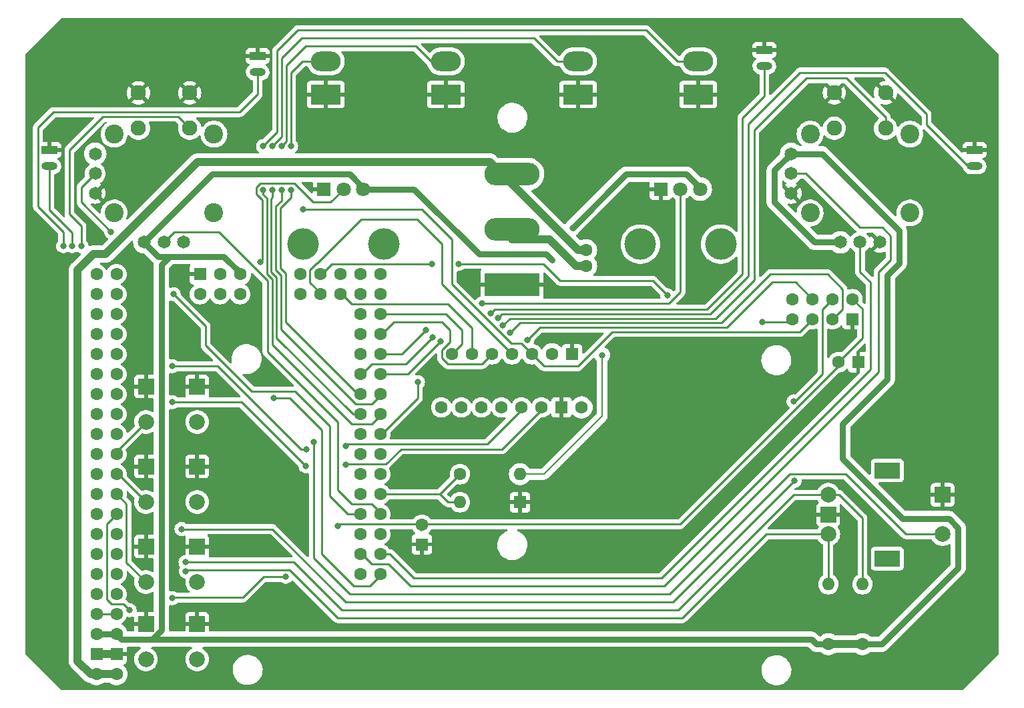
<source format=gbr>
%TF.GenerationSoftware,KiCad,Pcbnew,7.0.8*%
%TF.CreationDate,2025-02-10T02:43:01-05:00*%
%TF.ProjectId,RCTransmitterAecertRobotics,52435472-616e-4736-9d69-747465724165,V1.02*%
%TF.SameCoordinates,Original*%
%TF.FileFunction,Copper,L1,Top*%
%TF.FilePolarity,Positive*%
%FSLAX46Y46*%
G04 Gerber Fmt 4.6, Leading zero omitted, Abs format (unit mm)*
G04 Created by KiCad (PCBNEW 7.0.8) date 2025-02-10 02:43:01*
%MOMM*%
%LPD*%
G01*
G04 APERTURE LIST*
G04 Aperture macros list*
%AMRoundRect*
0 Rectangle with rounded corners*
0 $1 Rounding radius*
0 $2 $3 $4 $5 $6 $7 $8 $9 X,Y pos of 4 corners*
0 Add a 4 corners polygon primitive as box body*
4,1,4,$2,$3,$4,$5,$6,$7,$8,$9,$2,$3,0*
0 Add four circle primitives for the rounded corners*
1,1,$1+$1,$2,$3*
1,1,$1+$1,$4,$5*
1,1,$1+$1,$6,$7*
1,1,$1+$1,$8,$9*
0 Add four rect primitives between the rounded corners*
20,1,$1+$1,$2,$3,$4,$5,0*
20,1,$1+$1,$4,$5,$6,$7,0*
20,1,$1+$1,$6,$7,$8,$9,0*
20,1,$1+$1,$8,$9,$2,$3,0*%
G04 Aperture macros list end*
%TA.AperFunction,ComponentPad*%
%ADD10R,3.800000X2.500000*%
%TD*%
%TA.AperFunction,ComponentPad*%
%ADD11RoundRect,1.250000X0.650000X0.000000X-0.650000X0.000000X-0.650000X0.000000X0.650000X0.000000X0*%
%TD*%
%TA.AperFunction,ComponentPad*%
%ADD12C,2.000000*%
%TD*%
%TA.AperFunction,ComponentPad*%
%ADD13R,2.000000X2.000000*%
%TD*%
%TA.AperFunction,ComponentPad*%
%ADD14R,3.200000X2.000000*%
%TD*%
%TA.AperFunction,ComponentPad*%
%ADD15C,1.600000*%
%TD*%
%TA.AperFunction,ComponentPad*%
%ADD16O,1.600000X1.600000*%
%TD*%
%TA.AperFunction,ComponentPad*%
%ADD17R,2.000000X1.000000*%
%TD*%
%TA.AperFunction,ComponentPad*%
%ADD18O,2.000000X1.000000*%
%TD*%
%TA.AperFunction,ComponentPad*%
%ADD19R,7.000000X2.900000*%
%TD*%
%TA.AperFunction,ComponentPad*%
%ADD20O,7.000000X2.900000*%
%TD*%
%TA.AperFunction,WasherPad*%
%ADD21C,4.000000*%
%TD*%
%TA.AperFunction,ComponentPad*%
%ADD22R,1.800000X1.800000*%
%TD*%
%TA.AperFunction,ComponentPad*%
%ADD23C,1.800000*%
%TD*%
%TA.AperFunction,ComponentPad*%
%ADD24R,1.600000X1.600000*%
%TD*%
%TA.AperFunction,ComponentPad*%
%ADD25C,1.650000*%
%TD*%
%TA.AperFunction,ComponentPad*%
%ADD26C,1.950000*%
%TD*%
%TA.AperFunction,ComponentPad*%
%ADD27C,2.400000*%
%TD*%
%TA.AperFunction,ViaPad*%
%ADD28C,0.800000*%
%TD*%
%TA.AperFunction,Conductor*%
%ADD29C,0.250000*%
%TD*%
%TA.AperFunction,Conductor*%
%ADD30C,1.000000*%
%TD*%
%TA.AperFunction,Conductor*%
%ADD31C,0.750000*%
%TD*%
%TA.AperFunction,Conductor*%
%ADD32C,0.200000*%
%TD*%
G04 APERTURE END LIST*
D10*
%TO.P,Toggle1,1*%
%TO.N,GND*%
X117348000Y-66072000D03*
D11*
%TO.P,Toggle1,2*%
%TO.N,/Toggle A*%
X117348000Y-61872000D03*
%TD*%
D12*
%TO.P,Rotary_Encoder1,A,A*%
%TO.N,/RotaryEncoderB*%
X181080000Y-116920000D03*
%TO.P,Rotary_Encoder1,B,B*%
%TO.N,/RotaryEncoderA*%
X181080000Y-121920000D03*
D13*
%TO.P,Rotary_Encoder1,C,C*%
%TO.N,GND*%
X181080000Y-119420000D03*
D14*
%TO.P,Rotary_Encoder1,MP*%
%TO.N,N/C*%
X188580000Y-113820000D03*
X188580000Y-125020000D03*
D12*
%TO.P,Rotary_Encoder1,S1,S1*%
%TO.N,/Rotary Encoder Switch*%
X195580000Y-121920000D03*
D13*
%TO.P,Rotary_Encoder1,S2,S2*%
%TO.N,GND*%
X195580000Y-116920000D03*
%TD*%
D15*
%TO.P,R4,1*%
%TO.N,/5v*%
X181102000Y-135890000D03*
D16*
%TO.P,R4,2*%
%TO.N,/RotaryEncoderA*%
X181102000Y-128270000D03*
%TD*%
D13*
%TO.P,Button3,1,1*%
%TO.N,GND*%
X94540000Y-123480000D03*
X101040000Y-123480000D03*
D12*
%TO.P,Button3,2,2*%
%TO.N,/Button C*%
X94540000Y-127980000D03*
X101040000Y-127980000D03*
%TD*%
D10*
%TO.P,Toggle3,1*%
%TO.N,GND*%
X149352000Y-66072000D03*
D11*
%TO.P,Toggle3,2*%
%TO.N,/Toggle C*%
X149352000Y-61872000D03*
%TD*%
D17*
%TO.P,Bumper2,1,1*%
%TO.N,GND*%
X82296000Y-73152000D03*
D18*
%TO.P,Bumper2,2,2*%
%TO.N,/Left Bumper B*%
X82296000Y-75184000D03*
%TD*%
D13*
%TO.P,Button4,1,1*%
%TO.N,GND*%
X94540000Y-133300000D03*
X101040000Y-133300000D03*
D12*
%TO.P,Button4,2,2*%
%TO.N,/Button D*%
X94540000Y-137800000D03*
X101040000Y-137800000D03*
%TD*%
D13*
%TO.P,Button2,1,1*%
%TO.N,GND*%
X94540000Y-113320000D03*
X101040000Y-113320000D03*
D12*
%TO.P,Button2,2,2*%
%TO.N,/Button B*%
X94540000Y-117820000D03*
X101040000Y-117820000D03*
%TD*%
D13*
%TO.P,Button1,1,1*%
%TO.N,GND*%
X94540000Y-103160000D03*
X101040000Y-103160000D03*
D12*
%TO.P,Button1,2,2*%
%TO.N,/Button A*%
X94540000Y-107660000D03*
X101040000Y-107660000D03*
%TD*%
D17*
%TO.P,Bumper1,1,1*%
%TO.N,GND*%
X108712000Y-61214000D03*
D18*
%TO.P,Bumper1,2,2*%
%TO.N,/Left Bumper A*%
X108712000Y-63246000D03*
%TD*%
D19*
%TO.P,PowerSwitch1,1,LED*%
%TO.N,GND*%
X140970000Y-90200000D03*
D20*
%TO.P,PowerSwitch1,2,Power*%
%TO.N,/Bat-*%
X140970000Y-83200000D03*
%TO.P,PowerSwitch1,3,Load*%
%TO.N,/Bat+*%
X140970000Y-76200000D03*
%TD*%
D10*
%TO.P,Toggle4,1*%
%TO.N,GND*%
X164592000Y-66072000D03*
D11*
%TO.P,Toggle4,2*%
%TO.N,/Toggle D*%
X164592000Y-61872000D03*
%TD*%
D21*
%TO.P,Pot1,*%
%TO.N,*%
X124705737Y-85096874D03*
X114478111Y-85096874D03*
D22*
%TO.P,Pot1,1,1*%
%TO.N,GND*%
X117100000Y-78090000D03*
D23*
%TO.P,Pot1,2,2*%
%TO.N,/Pot Left*%
X119600000Y-78090000D03*
%TO.P,Pot1,3,3*%
%TO.N,/5v*%
X122100000Y-78090000D03*
%TD*%
D17*
%TO.P,Bumper3,1,1*%
%TO.N,GND*%
X172974000Y-60452000D03*
D18*
%TO.P,Bumper3,2,2*%
%TO.N,/Right Bumper A*%
X172974000Y-62484000D03*
%TD*%
D10*
%TO.P,Toggle2,1*%
%TO.N,GND*%
X132588000Y-66072000D03*
D11*
%TO.P,Toggle2,2*%
%TO.N,/Toggle B*%
X132588000Y-61872000D03*
%TD*%
D21*
%TO.P,Pot2,*%
%TO.N,*%
X167432154Y-85092683D03*
X157253351Y-85092683D03*
D22*
%TO.P,Pot2,1,1*%
%TO.N,GND*%
X159840000Y-78090000D03*
D23*
%TO.P,Pot2,2,2*%
%TO.N,/Pot Right*%
X162340000Y-78090000D03*
%TO.P,Pot2,3,3*%
%TO.N,/5v*%
X164840000Y-78090000D03*
%TD*%
D15*
%TO.P,R3,1*%
%TO.N,/5v*%
X185420000Y-135890000D03*
D16*
%TO.P,R3,2*%
%TO.N,/RotaryEncoderB*%
X185420000Y-128270000D03*
%TD*%
D15*
%TO.P,OLED_LCD_Display1,1,CS*%
%TO.N,/Screen CS*%
X133350000Y-99060000D03*
%TO.P,OLED_LCD_Display1,2,DC*%
%TO.N,/CE*%
X135890000Y-99060000D03*
%TO.P,OLED_LCD_Display1,3,RES*%
%TO.N,/Screen RES*%
X138430000Y-99060000D03*
%TO.P,OLED_LCD_Display1,4,SDA*%
%TO.N,/MOSI*%
X140970000Y-99060000D03*
%TO.P,OLED_LCD_Display1,5,SCK*%
%TO.N,/SCK*%
X143510000Y-99060000D03*
%TO.P,OLED_LCD_Display1,6,VCC*%
%TO.N,/5v*%
X146050000Y-99060000D03*
D24*
%TO.P,OLED_LCD_Display1,7,GND*%
%TO.N,GND*%
X148590000Y-99060000D03*
%TD*%
D25*
%TO.P,Joystick1,1,1*%
%TO.N,/5v*%
X94335000Y-84850000D03*
%TO.P,Joystick1,2,2*%
%TO.N,/Joy Left X*%
X96835000Y-84850000D03*
%TO.P,Joystick1,3,3*%
%TO.N,GND*%
X99335000Y-84850000D03*
%TO.P,Joystick1,11,1'*%
%TO.N,/5v*%
X88105000Y-73620000D03*
%TO.P,Joystick1,12,2'*%
%TO.N,/Joy Left Y*%
X88105000Y-76120000D03*
%TO.P,Joystick1,13,3'*%
%TO.N,GND*%
X88105000Y-78620000D03*
D26*
%TO.P,Joystick1,A1,COM_1*%
%TO.N,/Joy Left Button*%
X100085000Y-70370000D03*
%TO.P,Joystick1,B1,COM_2*%
%TO.N,unconnected-(Joystick1-COM_2-PadB1)*%
X93585000Y-70370000D03*
%TO.P,Joystick1,C1,NO_1*%
%TO.N,GND*%
X100085000Y-65870000D03*
%TO.P,Joystick1,D1,NO_2*%
X93585000Y-65870000D03*
D27*
%TO.P,Joystick1,MH1,MH1*%
%TO.N,unconnected-(Joystick1-PadMH1)*%
X90510000Y-81120000D03*
%TO.P,Joystick1,MH2,MH2*%
%TO.N,unconnected-(Joystick1-PadMH2)*%
X103160000Y-81120000D03*
%TO.P,Joystick1,MH3,MH3*%
%TO.N,unconnected-(Joystick1-PadMH3)*%
X103160000Y-71120000D03*
%TO.P,Joystick1,MH4,MH4*%
%TO.N,unconnected-(Joystick1-PadMH4)*%
X90510000Y-71120000D03*
%TD*%
D17*
%TO.P,Bumper4,1,1*%
%TO.N,GND*%
X199644000Y-73152000D03*
D18*
%TO.P,Bumper4,2,2*%
%TO.N,/Right Bumper B*%
X199644000Y-75184000D03*
%TD*%
D25*
%TO.P,Joystick2,1,1*%
%TO.N,/5v*%
X182605000Y-84850000D03*
%TO.P,Joystick2,2,2*%
%TO.N,/Joy Right X*%
X185105000Y-84850000D03*
%TO.P,Joystick2,3,3*%
%TO.N,GND*%
X187605000Y-84850000D03*
%TO.P,Joystick2,11,1'*%
%TO.N,/5v*%
X176375000Y-73620000D03*
%TO.P,Joystick2,12,2'*%
%TO.N,/Joy Right Y*%
X176375000Y-76120000D03*
%TO.P,Joystick2,13,3'*%
%TO.N,GND*%
X176375000Y-78620000D03*
D26*
%TO.P,Joystick2,A1,COM_1*%
%TO.N,/Joy Right Button*%
X188355000Y-70370000D03*
%TO.P,Joystick2,B1,COM_2*%
%TO.N,unconnected-(Joystick2-COM_2-PadB1)*%
X181855000Y-70370000D03*
%TO.P,Joystick2,C1,NO_1*%
%TO.N,GND*%
X188355000Y-65870000D03*
%TO.P,Joystick2,D1,NO_2*%
X181855000Y-65870000D03*
D27*
%TO.P,Joystick2,MH1,MH1*%
%TO.N,unconnected-(Joystick2-PadMH1)*%
X178780000Y-81120000D03*
%TO.P,Joystick2,MH2,MH2*%
%TO.N,unconnected-(Joystick2-PadMH2)*%
X191430000Y-81120000D03*
%TO.P,Joystick2,MH3,MH3*%
%TO.N,unconnected-(Joystick2-PadMH3)*%
X191430000Y-71120000D03*
%TO.P,Joystick2,MH4,MH4*%
%TO.N,unconnected-(Joystick2-PadMH4)*%
X178780000Y-71120000D03*
%TD*%
D15*
%TO.P,C2,1*%
%TO.N,/3.3v*%
X129540000Y-120714888D03*
D24*
%TO.P,C2,2*%
%TO.N,GND*%
X129540000Y-123214888D03*
%TD*%
D15*
%TO.P,Battery1,1,Pin_1*%
%TO.N,/Bat+*%
X150368000Y-85852000D03*
%TO.P,Battery1,2,Pin_2*%
%TO.N,/Bat-*%
X150368000Y-87852000D03*
%TD*%
%TO.P,Gyroscope1,1,VCC*%
%TO.N,/5v*%
X149789454Y-105816523D03*
D24*
%TO.P,Gyroscope1,2,GND*%
%TO.N,GND*%
X147249454Y-105816523D03*
D15*
%TO.P,Gyroscope1,3,SCL*%
%TO.N,/SCL*%
X144709454Y-105816523D03*
%TO.P,Gyroscope1,4,SDA*%
%TO.N,/SDA*%
X142169454Y-105816523D03*
%TO.P,Gyroscope1,5,XDA*%
%TO.N,unconnected-(Gyroscope1-XDA-Pad5)*%
X139629454Y-105816523D03*
%TO.P,Gyroscope1,6,XCL*%
%TO.N,unconnected-(Gyroscope1-XCL-Pad6)*%
X137089454Y-105816523D03*
%TO.P,Gyroscope1,7,AD0*%
%TO.N,unconnected-(Gyroscope1-AD0-Pad7)*%
X134549454Y-105816523D03*
%TO.P,Gyroscope1,8,INT*%
%TO.N,unconnected-(Gyroscope1-INT-Pad8)*%
X132009454Y-105816523D03*
%TD*%
D24*
%TO.P,R2,1*%
%TO.N,GND*%
X141986000Y-117856000D03*
D16*
%TO.P,R2,2*%
%TO.N,/Battery Voltage*%
X134366000Y-117856000D03*
%TD*%
D15*
%TO.P,Arduino_Mega_Pro1,0,RX*%
%TO.N,unconnected-(Arduino_Mega_Pro1-RX-Pad0)*%
X90805000Y-127000000D03*
%TO.P,Arduino_Mega_Pro1,1,TX*%
%TO.N,unconnected-(Arduino_Mega_Pro1-TX-Pad1)*%
X88265000Y-127000000D03*
%TO.P,Arduino_Mega_Pro1,2,D2*%
%TO.N,/RotaryEncoderA*%
X90805000Y-124460000D03*
%TO.P,Arduino_Mega_Pro1,3,D3*%
%TO.N,/RotaryEncoderB*%
X88265000Y-124460000D03*
%TO.P,Arduino_Mega_Pro1,3V3,3V3*%
%TO.N,/3.3v*%
X88265000Y-132080000D03*
X90805000Y-132080000D03*
%TO.P,Arduino_Mega_Pro1,4,D4*%
%TO.N,/NRF CSN*%
X90805000Y-121920000D03*
%TO.P,Arduino_Mega_Pro1,5,D5*%
%TO.N,unconnected-(Arduino_Mega_Pro1-D5-Pad5)*%
X88265000Y-121920000D03*
%TO.P,Arduino_Mega_Pro1,5V,5V*%
%TO.N,/5v*%
X88265000Y-134620000D03*
X90805000Y-134620000D03*
X106480000Y-88900000D03*
%TO.P,Arduino_Mega_Pro1,6,D6*%
%TO.N,/Button D*%
X90805000Y-119380000D03*
%TO.P,Arduino_Mega_Pro1,7,D7*%
%TO.N,unconnected-(Arduino_Mega_Pro1-D7-Pad7)*%
X88265000Y-119380000D03*
%TO.P,Arduino_Mega_Pro1,8,D8*%
%TO.N,/Button C*%
X90805000Y-116840000D03*
%TO.P,Arduino_Mega_Pro1,9,D9*%
%TO.N,unconnected-(Arduino_Mega_Pro1-D9-Pad9)*%
X88265000Y-116840000D03*
%TO.P,Arduino_Mega_Pro1,10,D10*%
%TO.N,/Button B*%
X90805000Y-114300000D03*
%TO.P,Arduino_Mega_Pro1,11,D11*%
%TO.N,unconnected-(Arduino_Mega_Pro1-D11-Pad11)*%
X88265000Y-114300000D03*
%TO.P,Arduino_Mega_Pro1,12,D12*%
%TO.N,/Button A*%
X90805000Y-111760000D03*
%TO.P,Arduino_Mega_Pro1,13,D13*%
%TO.N,unconnected-(Arduino_Mega_Pro1-D13-Pad13)*%
X88265000Y-111760000D03*
%TO.P,Arduino_Mega_Pro1,14,D14*%
%TO.N,unconnected-(Arduino_Mega_Pro1-D14-Pad14)*%
X90805000Y-109220000D03*
%TO.P,Arduino_Mega_Pro1,15,D15*%
%TO.N,unconnected-(Arduino_Mega_Pro1-D15-Pad15)*%
X88265000Y-109220000D03*
%TO.P,Arduino_Mega_Pro1,16,D16*%
%TO.N,unconnected-(Arduino_Mega_Pro1-D16-Pad16)*%
X90805000Y-106680000D03*
%TO.P,Arduino_Mega_Pro1,17,D17*%
%TO.N,unconnected-(Arduino_Mega_Pro1-D17-Pad17)*%
X88265000Y-106680000D03*
%TO.P,Arduino_Mega_Pro1,18,D18*%
%TO.N,unconnected-(Arduino_Mega_Pro1-D18-Pad18)*%
X90805000Y-104140000D03*
%TO.P,Arduino_Mega_Pro1,19,D19*%
%TO.N,unconnected-(Arduino_Mega_Pro1-D19-Pad19)*%
X88265000Y-104140000D03*
%TO.P,Arduino_Mega_Pro1,20,D20(SDA)*%
%TO.N,/SDA*%
X90805000Y-101600000D03*
%TO.P,Arduino_Mega_Pro1,21,D21(SCL)*%
%TO.N,/SCL*%
X88265000Y-101600000D03*
%TO.P,Arduino_Mega_Pro1,22,D22*%
%TO.N,unconnected-(Arduino_Mega_Pro1-D22-Pad22)*%
X90805000Y-99060000D03*
%TO.P,Arduino_Mega_Pro1,23,D23*%
%TO.N,unconnected-(Arduino_Mega_Pro1-D23-Pad23)*%
X88265000Y-99060000D03*
%TO.P,Arduino_Mega_Pro1,24,D24*%
%TO.N,unconnected-(Arduino_Mega_Pro1-D24-Pad24)*%
X90805000Y-96520000D03*
%TO.P,Arduino_Mega_Pro1,25,D25*%
%TO.N,unconnected-(Arduino_Mega_Pro1-D25-Pad25)*%
X88265000Y-96520000D03*
%TO.P,Arduino_Mega_Pro1,26,D26*%
%TO.N,unconnected-(Arduino_Mega_Pro1-D26-Pad26)*%
X90805000Y-93980000D03*
%TO.P,Arduino_Mega_Pro1,27,D27*%
%TO.N,/Left Bumper A*%
X88265000Y-93980000D03*
%TO.P,Arduino_Mega_Pro1,28,D28*%
%TO.N,unconnected-(Arduino_Mega_Pro1-D28-Pad28)*%
X90805000Y-91440000D03*
%TO.P,Arduino_Mega_Pro1,29,D29*%
%TO.N,/Left Bumper B*%
X88265000Y-91440000D03*
%TO.P,Arduino_Mega_Pro1,30,D30*%
%TO.N,unconnected-(Arduino_Mega_Pro1-D30-Pad30)*%
X90805000Y-88900000D03*
%TO.P,Arduino_Mega_Pro1,31,D31*%
%TO.N,/Joy Left Button*%
X88265000Y-88900000D03*
%TO.P,Arduino_Mega_Pro1,32,D32*%
%TO.N,/Toggle D*%
X124260000Y-106680000D03*
%TO.P,Arduino_Mega_Pro1,33,D33*%
%TO.N,/Toggle C*%
X121720000Y-106680000D03*
%TO.P,Arduino_Mega_Pro1,34,D34*%
%TO.N,/Toggle B*%
X124260000Y-104140000D03*
%TO.P,Arduino_Mega_Pro1,35,D35*%
%TO.N,/Toggle A*%
X121720000Y-104140000D03*
%TO.P,Arduino_Mega_Pro1,36,D36*%
%TO.N,/Joy Right Button*%
X124260000Y-101600000D03*
%TO.P,Arduino_Mega_Pro1,37,D37*%
%TO.N,/Right Bumper B*%
X121720000Y-101600000D03*
%TO.P,Arduino_Mega_Pro1,38,D38*%
%TO.N,/Right Bumper A*%
X124260000Y-99060000D03*
%TO.P,Arduino_Mega_Pro1,39,D39*%
%TO.N,/Rotary Encoder Switch*%
X121720000Y-99060000D03*
%TO.P,Arduino_Mega_Pro1,40,D40*%
%TO.N,/Screen RES*%
X124260000Y-96520000D03*
%TO.P,Arduino_Mega_Pro1,41,D41*%
%TO.N,unconnected-(Arduino_Mega_Pro1-D41-Pad41)*%
X121720000Y-96520000D03*
%TO.P,Arduino_Mega_Pro1,42,D42*%
%TO.N,/Screen CS*%
X124260000Y-93980000D03*
%TO.P,Arduino_Mega_Pro1,43,D43*%
%TO.N,unconnected-(Arduino_Mega_Pro1-D43-Pad43)*%
X121720000Y-93980000D03*
%TO.P,Arduino_Mega_Pro1,44,D44*%
%TO.N,unconnected-(Arduino_Mega_Pro1-D44-Pad44)*%
X124260000Y-91440000D03*
%TO.P,Arduino_Mega_Pro1,45,D45*%
%TO.N,unconnected-(Arduino_Mega_Pro1-D45-Pad45)*%
X121720000Y-91440000D03*
%TO.P,Arduino_Mega_Pro1,46,D46*%
%TO.N,unconnected-(Arduino_Mega_Pro1-D46-Pad46)*%
X124260000Y-88900000D03*
%TO.P,Arduino_Mega_Pro1,47,D47*%
%TO.N,unconnected-(Arduino_Mega_Pro1-D47-Pad47)*%
X121720000Y-88900000D03*
%TO.P,Arduino_Mega_Pro1,48,D48*%
%TO.N,unconnected-(Arduino_Mega_Pro1-D48-Pad48)*%
X119180000Y-88900000D03*
%TO.P,Arduino_Mega_Pro1,49,D49*%
%TO.N,/CE*%
X119180000Y-91440000D03*
%TO.P,Arduino_Mega_Pro1,50,D50(MISO)*%
%TO.N,/MISO*%
X106480000Y-91440000D03*
X116640000Y-88900000D03*
%TO.P,Arduino_Mega_Pro1,51,D51(MOSI)*%
%TO.N,/MOSI*%
X103940000Y-88900000D03*
X116640000Y-91440000D03*
%TO.P,Arduino_Mega_Pro1,52,D52(SCLK)*%
%TO.N,/SCK*%
X103940000Y-91440000D03*
X114100000Y-88900000D03*
%TO.P,Arduino_Mega_Pro1,53,D53(CE)*%
%TO.N,unconnected-(Arduino_Mega_Pro1-D53(CE)-Pad53)*%
X114100000Y-91440000D03*
%TO.P,Arduino_Mega_Pro1,A0,A0*%
%TO.N,/Pot Left*%
X124260000Y-127000000D03*
%TO.P,Arduino_Mega_Pro1,A1,A1*%
%TO.N,unconnected-(Arduino_Mega_Pro1-PadA1)*%
X121720000Y-127000000D03*
%TO.P,Arduino_Mega_Pro1,A2,A2*%
%TO.N,/Joy Right X*%
X124260000Y-124460000D03*
%TO.P,Arduino_Mega_Pro1,A3,A3*%
%TO.N,/Joy Right Y*%
X121720000Y-124460000D03*
%TO.P,Arduino_Mega_Pro1,A4,A4*%
%TO.N,unconnected-(Arduino_Mega_Pro1-PadA4)*%
X124260000Y-121920000D03*
%TO.P,Arduino_Mega_Pro1,A5,A5*%
%TO.N,unconnected-(Arduino_Mega_Pro1-PadA5)*%
X121720000Y-121920000D03*
%TO.P,Arduino_Mega_Pro1,A6,A6*%
%TO.N,/Joy Left X*%
X124260000Y-119380000D03*
%TO.P,Arduino_Mega_Pro1,A7,A7*%
%TO.N,/Joy Left Y*%
X121720000Y-119380000D03*
%TO.P,Arduino_Mega_Pro1,A8,A8*%
%TO.N,/Battery Voltage*%
X124260000Y-116840000D03*
%TO.P,Arduino_Mega_Pro1,A9,A9*%
%TO.N,unconnected-(Arduino_Mega_Pro1-PadA9)*%
X121720000Y-116840000D03*
%TO.P,Arduino_Mega_Pro1,A10,A10*%
%TO.N,unconnected-(Arduino_Mega_Pro1-PadA10)*%
X124260000Y-114300000D03*
%TO.P,Arduino_Mega_Pro1,A11,A11*%
%TO.N,unconnected-(Arduino_Mega_Pro1-PadA11)*%
X121720000Y-114300000D03*
%TO.P,Arduino_Mega_Pro1,A12,A12*%
%TO.N,unconnected-(Arduino_Mega_Pro1-PadA12)*%
X124260000Y-111760000D03*
%TO.P,Arduino_Mega_Pro1,A13,A13*%
%TO.N,unconnected-(Arduino_Mega_Pro1-PadA13)*%
X121720000Y-111760000D03*
%TO.P,Arduino_Mega_Pro1,A14,A14*%
%TO.N,/Pot Right*%
X124260000Y-109220000D03*
%TO.P,Arduino_Mega_Pro1,A15,A15*%
%TO.N,unconnected-(Arduino_Mega_Pro1-PadA15)*%
X121720000Y-109220000D03*
%TO.P,Arduino_Mega_Pro1,AREF,AREF*%
%TO.N,/REF*%
X90805000Y-129540000D03*
D24*
%TO.P,Arduino_Mega_Pro1,GND,GND*%
%TO.N,GND*%
X88265000Y-137160000D03*
X90805000Y-137160000D03*
X101400000Y-88900000D03*
D15*
%TO.P,Arduino_Mega_Pro1,RST,RST*%
%TO.N,unconnected-(Arduino_Mega_Pro1-PadRST)*%
X88265000Y-129540000D03*
X101400000Y-91440000D03*
%TO.P,Arduino_Mega_Pro1,VIN,VIN*%
%TO.N,/Bat+*%
X88265000Y-139700000D03*
X90805000Y-139700000D03*
%TD*%
%TO.P,C1,1*%
%TO.N,/3.3v*%
X182372000Y-100076000D03*
D24*
%TO.P,C1,2*%
%TO.N,GND*%
X184872000Y-100076000D03*
%TD*%
D15*
%TO.P,NRF24L01+PA+LNA1,1,V+*%
%TO.N,/3.3v*%
X184150000Y-92075000D03*
%TO.P,NRF24L01+PA+LNA1,2,CSN*%
%TO.N,/NRF CSN*%
X181610000Y-92075000D03*
%TO.P,NRF24L01+PA+LNA1,3,MOSI*%
%TO.N,/MOSI*%
X179070000Y-92075000D03*
%TO.P,NRF24L01+PA+LNA1,4,IRQ*%
%TO.N,unconnected-(NRF24-IRQ-Pad4)*%
X176530000Y-92075000D03*
%TO.P,NRF24L01+PA+LNA1,5,MISO*%
%TO.N,/MISO*%
X176530000Y-94615000D03*
%TO.P,NRF24L01+PA+LNA1,6,SCK*%
%TO.N,/SCK*%
X179070000Y-94615000D03*
%TO.P,NRF24L01+PA+LNA1,7,CE*%
%TO.N,/CE*%
X181610000Y-94615000D03*
D24*
%TO.P,NRF24L01+PA+LNA1,8,GND*%
%TO.N,GND*%
X184150000Y-94615000D03*
%TD*%
D15*
%TO.P,R1,1*%
%TO.N,/Battery Voltage*%
X134366000Y-114300000D03*
D16*
%TO.P,R1,2*%
%TO.N,/Bat+*%
X141986000Y-114300000D03*
%TD*%
D28*
%TO.N,/CE*%
X140750331Y-96369500D03*
%TO.N,GND*%
X80772000Y-84836000D03*
X154432000Y-80772000D03*
X155448000Y-91440000D03*
X145796000Y-109220000D03*
X139700000Y-102616000D03*
X163068000Y-108204000D03*
X160528000Y-137160000D03*
X102929041Y-140295973D03*
X173736000Y-71628000D03*
X129820556Y-108337148D03*
X182372000Y-97028000D03*
X92456000Y-58928000D03*
X195072000Y-63500000D03*
X105156000Y-65786000D03*
X119888000Y-138684000D03*
X98806000Y-89154000D03*
X107188000Y-116332000D03*
X132080000Y-114808000D03*
X149352000Y-91440000D03*
X178308000Y-119634000D03*
X192024000Y-116840000D03*
X148336000Y-71628000D03*
X107696000Y-123444000D03*
X96092572Y-73528443D03*
X93218000Y-140208000D03*
X89408000Y-66040000D03*
X104648000Y-132588000D03*
X100076000Y-97028000D03*
X93974276Y-131266266D03*
X81788000Y-106680000D03*
X135200919Y-124257127D03*
X93472000Y-99568000D03*
X165100000Y-72136000D03*
X181356000Y-59436000D03*
X196088000Y-134620000D03*
X189594180Y-129195269D03*
X196596000Y-75692000D03*
X82296000Y-128016000D03*
X124968000Y-69088000D03*
X170434000Y-129794000D03*
X157988000Y-101092000D03*
X174244000Y-85344000D03*
X153416000Y-124460000D03*
X187452000Y-75184000D03*
%TO.N,/3.3v*%
X112268000Y-127329500D03*
X118872000Y-120904000D03*
X97889000Y-130048000D03*
%TO.N,/5v*%
X148634307Y-83013693D03*
X146050000Y-87122000D03*
%TO.N,/Rotary Encoder Switch*%
X115824000Y-110236000D03*
%TO.N,/Left Bumper A*%
X84060994Y-85344000D03*
%TO.N,/Right Bumper A*%
X130048000Y-96012000D03*
X138251968Y-93870873D03*
%TO.N,/Left Bumper B*%
X85185497Y-85344000D03*
%TO.N,/Right Bumper B*%
X139192000Y-94488000D03*
X130872180Y-96945918D03*
%TO.N,/Joy Right Button*%
X131951976Y-97407976D03*
X139809127Y-95428032D03*
%TO.N,/Toggle C*%
X110585497Y-72644000D03*
X110585498Y-78233248D03*
%TO.N,/Toggle D*%
X109411038Y-72654093D03*
X109410996Y-78231539D03*
%TO.N,/Toggle B*%
X111760000Y-72644000D03*
X111760000Y-78232000D03*
%TO.N,/Toggle A*%
X112938728Y-72644000D03*
X112934503Y-78232000D03*
%TO.N,/Joy Left Button*%
X86360000Y-85344000D03*
%TO.N,/Button D*%
X92456000Y-131572000D03*
%TO.N,/Pot Right*%
X129032000Y-102616000D03*
X137160000Y-92622500D03*
%TO.N,/SCL*%
X97889000Y-105156000D03*
X114808000Y-113284000D03*
X119888000Y-113135479D03*
%TO.N,/SDA*%
X97889000Y-100584000D03*
X114900688Y-111159312D03*
X119888000Y-110726888D03*
%TO.N,/Pot Left*%
X109012500Y-87376000D03*
X110744000Y-104648000D03*
%TO.N,/Joy Left Y*%
X98044000Y-91440000D03*
X90125693Y-83521693D03*
%TO.N,/SCK*%
X114427000Y-80645000D03*
%TO.N,/MISO*%
X172720000Y-94996000D03*
X130850000Y-87590000D03*
X160689312Y-91601312D03*
X134199500Y-87590000D03*
%TO.N,/MOSI*%
X142902968Y-97251592D03*
%TO.N,/NRF CSN*%
X176812349Y-115149500D03*
X176691312Y-105063312D03*
X99060000Y-121271285D03*
%TO.N,/RotaryEncoderB*%
X99568000Y-125476000D03*
%TO.N,/RotaryEncoderA*%
X99597535Y-126650131D03*
%TO.N,/Bat+*%
X152408340Y-99168500D03*
%TD*%
D29*
%TO.N,/Left Bumper A*%
X106432000Y-68320000D02*
X108712000Y-66040000D01*
X82810000Y-68320000D02*
X106432000Y-68320000D01*
X80846000Y-80338000D02*
X80846000Y-70284000D01*
X80846000Y-70284000D02*
X82810000Y-68320000D01*
X108712000Y-66040000D02*
X108712000Y-63246000D01*
X84060994Y-83579006D02*
X84074000Y-83566000D01*
X84074000Y-83566000D02*
X80846000Y-80338000D01*
X84060994Y-85344000D02*
X84060994Y-83579006D01*
%TO.N,/Left Bumper B*%
X82296000Y-80772000D02*
X82296000Y-75084000D01*
X85185497Y-83661497D02*
X82296000Y-80772000D01*
X85185497Y-85344000D02*
X85185497Y-83661497D01*
%TO.N,/Right Bumper A*%
X170180000Y-69088000D02*
X172974000Y-66294000D01*
X165710000Y-93370000D02*
X170180000Y-88900000D01*
X170180000Y-88900000D02*
X170180000Y-69088000D01*
X138752841Y-93370000D02*
X165710000Y-93370000D01*
X138251968Y-93870873D02*
X138752841Y-93370000D01*
X172974000Y-66294000D02*
X172974000Y-62484000D01*
%TO.N,/Toggle D*%
X161925000Y-61872000D02*
X164592000Y-61872000D01*
X111185000Y-60519000D02*
X113792000Y-57912000D01*
X111185000Y-70842415D02*
X111185000Y-60519000D01*
X109411038Y-72616377D02*
X111185000Y-70842415D01*
X113792000Y-57912000D02*
X157965000Y-57912000D01*
X157965000Y-57912000D02*
X161925000Y-61872000D01*
X109411038Y-72654093D02*
X109411038Y-72616377D01*
%TO.N,/Toggle C*%
X143741000Y-58928000D02*
X146685000Y-61872000D01*
X114300000Y-58928000D02*
X143741000Y-58928000D01*
X111760000Y-61468000D02*
X114300000Y-58928000D01*
X146685000Y-61872000D02*
X149352000Y-61872000D01*
X111760000Y-71441918D02*
X111760000Y-61468000D01*
X110585497Y-72616421D02*
X111760000Y-71441918D01*
X110585497Y-72644000D02*
X110585497Y-72616421D01*
%TO.N,/Toggle B*%
X130683000Y-61872000D02*
X132588000Y-61872000D01*
X114808000Y-59944000D02*
X128755000Y-59944000D01*
X112363728Y-72016918D02*
X112363728Y-62388272D01*
X112088728Y-72291918D02*
X112363728Y-72016918D01*
X112088728Y-72315272D02*
X112088728Y-72291918D01*
X111760000Y-72644000D02*
X112088728Y-72315272D01*
X112363728Y-62388272D02*
X114808000Y-59944000D01*
X128755000Y-59944000D02*
X130683000Y-61872000D01*
%TO.N,/CE*%
X173716581Y-88919419D02*
X180994419Y-88919419D01*
X120658000Y-92718000D02*
X119380000Y-91440000D01*
X135890000Y-95758000D02*
X132850000Y-92718000D01*
X182880000Y-90805000D02*
X182880000Y-93345000D01*
X140750331Y-96369500D02*
X142024831Y-95095000D01*
X182880000Y-93345000D02*
X181610000Y-94615000D01*
X180994419Y-88919419D02*
X182880000Y-90805000D01*
X142024831Y-95095000D02*
X167541000Y-95095000D01*
X135890000Y-99060000D02*
X135890000Y-95758000D01*
X167541000Y-95095000D02*
X173716581Y-88919419D01*
X132850000Y-92718000D02*
X120658000Y-92718000D01*
%TO.N,GND*%
X184912000Y-100076000D02*
X184912000Y-100262082D01*
D30*
X88265000Y-137160000D02*
X90805000Y-137160000D01*
D29*
%TO.N,/3.3v*%
X106819000Y-129964000D02*
X109453500Y-127329500D01*
X88265000Y-132080000D02*
X90805000Y-132080000D01*
X162286000Y-120670000D02*
X182372000Y-100584000D01*
X185400000Y-93325000D02*
X185400000Y-97048000D01*
X97973000Y-129964000D02*
X106819000Y-129964000D01*
X118872000Y-120904000D02*
X119106000Y-120670000D01*
X97889000Y-130048000D02*
X97973000Y-129964000D01*
X129350888Y-121412000D02*
X129540000Y-121222888D01*
X185400000Y-97048000D02*
X182372000Y-100076000D01*
X184150000Y-92075000D02*
X185400000Y-93325000D01*
X182372000Y-100584000D02*
X182372000Y-100076000D01*
X119106000Y-120670000D02*
X162286000Y-120670000D01*
X109453500Y-127329500D02*
X112268000Y-127329500D01*
D31*
%TO.N,/5v*%
X90805000Y-134620000D02*
X91460000Y-135275000D01*
X122100000Y-77940092D02*
X122100000Y-78090000D01*
X97310000Y-86645481D02*
X96086494Y-86645481D01*
X163099908Y-76200000D02*
X164840000Y-77940092D01*
X179324000Y-84850000D02*
X182605000Y-84850000D01*
X90805000Y-134620000D02*
X88265000Y-134620000D01*
X106680000Y-88900000D02*
X104425481Y-86645481D01*
X179578000Y-135890000D02*
X181102000Y-135890000D01*
X188552000Y-102265456D02*
X188552000Y-89064461D01*
X196398072Y-119945000D02*
X190501080Y-119945000D01*
X95357000Y-135275000D02*
X178963000Y-135275000D01*
X174244000Y-79770000D02*
X179324000Y-84850000D01*
X188552000Y-89064461D02*
X190076000Y-87540461D01*
X182880000Y-112323920D02*
X182880000Y-107937456D01*
X190076000Y-83396000D02*
X180300000Y-73620000D01*
X164840000Y-77940092D02*
X164840000Y-78090000D01*
X174244000Y-75706000D02*
X174244000Y-79770000D01*
X190501080Y-119945000D02*
X182880000Y-112323920D01*
X96086494Y-86645481D02*
X94335000Y-84893987D01*
D30*
X181864000Y-135890000D02*
X185420000Y-135890000D01*
D31*
X96514500Y-134117500D02*
X96514500Y-87666981D01*
X148634307Y-83013693D02*
X155448000Y-76200000D01*
X97310000Y-86645481D02*
X97536000Y-86645481D01*
X128540634Y-78090000D02*
X136810634Y-86360000D01*
X185420000Y-135890000D02*
X187872544Y-135890000D01*
X95357000Y-135275000D02*
X96514500Y-134117500D01*
X94335000Y-84893987D02*
X94335000Y-84806013D01*
X96514500Y-87666981D02*
X97536000Y-86645481D01*
D30*
X181102000Y-135890000D02*
X181864000Y-135890000D01*
D31*
X136810634Y-86360000D02*
X145288000Y-86360000D01*
X155448000Y-76200000D02*
X163099908Y-76200000D01*
X91460000Y-135275000D02*
X95357000Y-135275000D01*
X180300000Y-73620000D02*
X176330000Y-73620000D01*
X187872544Y-135890000D02*
X197555000Y-126207544D01*
X104425481Y-86645481D02*
X97310000Y-86645481D01*
X120374908Y-76215000D02*
X122100000Y-77940092D01*
X145288000Y-86360000D02*
X146050000Y-87122000D01*
X176330000Y-73620000D02*
X174244000Y-75706000D01*
X182880000Y-107937456D02*
X188552000Y-102265456D01*
X178963000Y-135275000D02*
X179578000Y-135890000D01*
X102926013Y-76215000D02*
X120374908Y-76215000D01*
X197555000Y-121101928D02*
X196398072Y-119945000D01*
X197555000Y-126207544D02*
X197555000Y-121101928D01*
X122100000Y-78090000D02*
X128540634Y-78090000D01*
X190076000Y-87540461D02*
X190076000Y-83396000D01*
X94335000Y-84806013D02*
X102926013Y-76215000D01*
D29*
%TO.N,/Rotary Encoder Switch*%
X115824000Y-110236000D02*
X115824000Y-124968000D01*
X120396000Y-129540000D02*
X160909000Y-129540000D01*
X115824000Y-124968000D02*
X120396000Y-129540000D01*
X183300446Y-114300000D02*
X190920446Y-121920000D01*
X190920446Y-121920000D02*
X195580000Y-121920000D01*
X176149000Y-114300000D02*
X183300446Y-114300000D01*
X160909000Y-129540000D02*
X176149000Y-114300000D01*
%TO.N,/Right Bumper A*%
X124460000Y-99060000D02*
X127000000Y-99060000D01*
X127000000Y-99060000D02*
X130048000Y-96012000D01*
%TO.N,/Right Bumper B*%
X123182000Y-100338000D02*
X121920000Y-101600000D01*
X139192000Y-94488000D02*
X139735000Y-93945000D01*
X127480098Y-100338000D02*
X123182000Y-100338000D01*
X188261907Y-63293907D02*
X193548000Y-68580000D01*
X177498093Y-63293907D02*
X188261907Y-63293907D01*
X130872180Y-96945918D02*
X127480098Y-100338000D01*
X139735000Y-93945000D02*
X166151000Y-93945000D01*
X198829802Y-75184000D02*
X199644000Y-75184000D01*
X166151000Y-93945000D02*
X170942000Y-89154000D01*
X193548000Y-68580000D02*
X193548000Y-69902198D01*
X170942000Y-69850000D02*
X177498093Y-63293907D01*
X170942000Y-89154000D02*
X170942000Y-69850000D01*
X193548000Y-69902198D02*
X198829802Y-75184000D01*
%TO.N,/Joy Right Button*%
X178308000Y-64008000D02*
X183388000Y-64008000D01*
X188355000Y-68975000D02*
X188355000Y-70370000D01*
X183388000Y-64008000D02*
X188355000Y-68975000D01*
X140717159Y-94520000D02*
X166794828Y-94520000D01*
X171704000Y-70612000D02*
X178308000Y-64008000D01*
X127759952Y-101600000D02*
X124460000Y-101600000D01*
X139809127Y-95428032D02*
X140717159Y-94520000D01*
X166794828Y-94520000D02*
X171704000Y-89610828D01*
X171704000Y-89610828D02*
X171704000Y-70612000D01*
X131951976Y-97407976D02*
X127759952Y-101600000D01*
%TO.N,/Toggle C*%
X110437001Y-79323799D02*
X110437000Y-88607656D01*
X111118000Y-97021000D02*
X120777000Y-106680000D01*
X110585498Y-78233248D02*
X110585498Y-79175302D01*
X110437000Y-88607656D02*
X111118000Y-89288656D01*
X120777000Y-106680000D02*
X121920000Y-106680000D01*
X111118000Y-89288656D02*
X111118000Y-97021000D01*
X110585498Y-79175302D02*
X110437001Y-79323799D01*
%TO.N,/Toggle D*%
X123182000Y-107958000D02*
X124460000Y-106680000D01*
X109862000Y-88845828D02*
X110543000Y-89526828D01*
X110543000Y-97843000D02*
X120658000Y-107958000D01*
X120658000Y-107958000D02*
X123182000Y-107958000D01*
X109410996Y-78231539D02*
X109410996Y-78813972D01*
X109410996Y-78813972D02*
X109862000Y-79264975D01*
X109862000Y-79264975D02*
X109862000Y-88845828D01*
X110543000Y-89526828D02*
X110543000Y-97843000D01*
%TO.N,/Toggle B*%
X111012001Y-80284630D02*
X111012000Y-88369484D01*
X111693000Y-95945000D02*
X121150000Y-105402000D01*
X111693000Y-89050484D02*
X111693000Y-95945000D01*
X121150000Y-105402000D02*
X123198000Y-105402000D01*
X111760000Y-79536631D02*
X111012001Y-80284630D01*
X111760000Y-78232000D02*
X111760000Y-79536631D01*
X111012000Y-88369484D02*
X111693000Y-89050484D01*
X123198000Y-105402000D02*
X124460000Y-104140000D01*
%TO.N,/Toggle A*%
X112934503Y-79175301D02*
X111587001Y-80522803D01*
X112268000Y-94996000D02*
X121412000Y-104140000D01*
X111587000Y-88131312D02*
X112268000Y-88812312D01*
X112934503Y-78232000D02*
X112934503Y-79175301D01*
X111587001Y-80522803D02*
X111587000Y-88131312D01*
X112938728Y-72644000D02*
X112938728Y-63337272D01*
X114404000Y-61872000D02*
X117348000Y-61872000D01*
X121412000Y-104140000D02*
X121920000Y-104140000D01*
X112268000Y-88812312D02*
X112268000Y-94996000D01*
X112938728Y-63337272D02*
X114404000Y-61872000D01*
%TO.N,/Joy Left Button*%
X98610000Y-68895000D02*
X100085000Y-70370000D01*
X86360000Y-85344000D02*
X86360000Y-82804000D01*
X84836000Y-81280000D02*
X84836000Y-73152000D01*
X86360000Y-82804000D02*
X84836000Y-81280000D01*
X89093000Y-68895000D02*
X98610000Y-68895000D01*
X84836000Y-73152000D02*
X89093000Y-68895000D01*
%TO.N,/Button D*%
X91714000Y-130830000D02*
X90190000Y-130830000D01*
X92456000Y-131572000D02*
X91714000Y-130830000D01*
X90190000Y-130830000D02*
X89543000Y-130183000D01*
X89543000Y-130183000D02*
X89543000Y-120642000D01*
X89543000Y-120642000D02*
X90805000Y-119380000D01*
%TO.N,/Button C*%
X92067000Y-125507000D02*
X92067000Y-118102000D01*
X94540000Y-127980000D02*
X92067000Y-125507000D01*
X92067000Y-118102000D02*
X90805000Y-116840000D01*
%TO.N,/Button B*%
X91020000Y-114300000D02*
X90805000Y-114300000D01*
X94540000Y-117820000D02*
X91020000Y-114300000D01*
%TO.N,/Button A*%
X90805000Y-111395000D02*
X90805000Y-111760000D01*
X94540000Y-107660000D02*
X90805000Y-111395000D01*
%TO.N,/Screen CS*%
X134620000Y-96012000D02*
X132588000Y-93980000D01*
X132588000Y-93980000D02*
X124460000Y-93980000D01*
X134620000Y-97790000D02*
X134620000Y-96012000D01*
X133350000Y-99060000D02*
X134620000Y-97790000D01*
%TO.N,/Screen RES*%
X132080000Y-94996000D02*
X125984000Y-94996000D01*
X132088000Y-98544038D02*
X133096000Y-97536038D01*
X133096000Y-97536038D02*
X133096000Y-96012000D01*
X137168000Y-100322000D02*
X132834038Y-100322000D01*
X132088000Y-99575962D02*
X132088000Y-98544038D01*
X132834038Y-100322000D02*
X132088000Y-99575962D01*
X138430000Y-99060000D02*
X137168000Y-100322000D01*
X125984000Y-94996000D02*
X124460000Y-96520000D01*
X133096000Y-96012000D02*
X132080000Y-94996000D01*
%TO.N,/Pot Right*%
X162340000Y-91152000D02*
X162340000Y-78090000D01*
X129032000Y-104648000D02*
X124460000Y-109220000D01*
X160869500Y-92622500D02*
X162340000Y-91152000D01*
X129032000Y-102616000D02*
X129032000Y-104648000D01*
X137160000Y-92622500D02*
X160869500Y-92622500D01*
D31*
X161840000Y-77940092D02*
X161840000Y-78090000D01*
D29*
%TO.N,/Joy Right Y*%
X160274000Y-128524000D02*
X187452000Y-101346000D01*
X187933993Y-82990151D02*
X185098151Y-82990151D01*
X178228000Y-76120000D02*
X176375000Y-76120000D01*
X187452000Y-88608827D02*
X188976000Y-87084827D01*
X128112520Y-128524000D02*
X160274000Y-128524000D01*
X188976000Y-84032158D02*
X187933993Y-82990151D01*
X123198000Y-125738000D02*
X125326520Y-125738000D01*
X121920000Y-124460000D02*
X123198000Y-125738000D01*
X125326520Y-125738000D02*
X128112520Y-128524000D01*
X188976000Y-87084827D02*
X188976000Y-84032158D01*
X187452000Y-101346000D02*
X187452000Y-88608827D01*
X185098151Y-82990151D02*
X178228000Y-76120000D01*
%TO.N,/SCL*%
X114808000Y-113284000D02*
X106680000Y-105156000D01*
X126883962Y-111114000D02*
X139711000Y-111114000D01*
X139711000Y-111114000D02*
X144709454Y-106115546D01*
X119888000Y-113135479D02*
X119985479Y-113038000D01*
X106680000Y-105156000D02*
X97889000Y-105156000D01*
X124959962Y-113038000D02*
X126883962Y-111114000D01*
X144709454Y-106115546D02*
X144709454Y-105816523D01*
X119985479Y-113038000D02*
X124959962Y-113038000D01*
%TO.N,/SDA*%
X142169454Y-106115546D02*
X142169454Y-105816523D01*
X114900688Y-111159312D02*
X114207312Y-111159312D01*
X120132888Y-110482000D02*
X137803000Y-110482000D01*
X119888000Y-110726888D02*
X120132888Y-110482000D01*
X103632000Y-100584000D02*
X97889000Y-100584000D01*
X137803000Y-110482000D02*
X142169454Y-106115546D01*
X114207312Y-111159312D02*
X103632000Y-100584000D01*
%TO.N,/Joy Right X*%
X185105000Y-88585000D02*
X185105000Y-84850000D01*
X128554462Y-127508000D02*
X159893000Y-127508000D01*
X125506462Y-124460000D02*
X128554462Y-127508000D01*
X124460000Y-124460000D02*
X125506462Y-124460000D01*
X186436000Y-89916000D02*
X185105000Y-88585000D01*
X159893000Y-127508000D02*
X186436000Y-100965000D01*
X186436000Y-100965000D02*
X186436000Y-89916000D01*
%TO.N,/Pot Left*%
X109012500Y-87376000D02*
X109287000Y-87101500D01*
X112776000Y-104648000D02*
X116840000Y-108712000D01*
X108510996Y-77858746D02*
X109038203Y-77331539D01*
X109287000Y-87101500D02*
X109287000Y-79503148D01*
X117979930Y-79710070D02*
X119600000Y-78090000D01*
X110744000Y-104648000D02*
X112776000Y-104648000D01*
X109287000Y-79503148D02*
X108510996Y-78727144D01*
X113370539Y-77331539D02*
X115749070Y-79710070D01*
X108510996Y-78727144D02*
X108510996Y-77858746D01*
X116840000Y-108712000D02*
X116840000Y-124460000D01*
X116840000Y-124460000D02*
X120904000Y-128524000D01*
X109038203Y-77331539D02*
X113370539Y-77331539D01*
X122936000Y-128524000D02*
X124460000Y-127000000D01*
X115749070Y-79710070D02*
X117979930Y-79710070D01*
X120904000Y-128524000D02*
X122936000Y-128524000D01*
%TO.N,/Joy Left X*%
X123198000Y-118118000D02*
X124460000Y-119380000D01*
X109968000Y-98792000D02*
X118872000Y-107696000D01*
X96835000Y-84850000D02*
X98105481Y-83579519D01*
X118872000Y-107696000D02*
X118872000Y-116332000D01*
X109968000Y-89765000D02*
X109968000Y-98792000D01*
X118872000Y-116332000D02*
X120658000Y-118118000D01*
X120658000Y-118118000D02*
X123198000Y-118118000D01*
X103782519Y-83579519D02*
X109968000Y-89765000D01*
X98105481Y-83579519D02*
X103782519Y-83579519D01*
%TO.N,/Joy Left Y*%
X102108000Y-97954250D02*
X107951750Y-103798000D01*
X117856000Y-117093962D02*
X120142038Y-119380000D01*
X86360000Y-77865000D02*
X88105000Y-76120000D01*
X120142038Y-119380000D02*
X121920000Y-119380000D01*
X117856000Y-108204000D02*
X117856000Y-117093962D01*
X102108000Y-95504000D02*
X102108000Y-97954250D01*
X90125693Y-83521693D02*
X86360000Y-79756000D01*
X113450000Y-103798000D02*
X117856000Y-108204000D01*
X86360000Y-79756000D02*
X86360000Y-77865000D01*
X98044000Y-91440000D02*
X102108000Y-95504000D01*
X107951750Y-103798000D02*
X113450000Y-103798000D01*
%TO.N,/SCK*%
X133350000Y-90170000D02*
X140844930Y-97664930D01*
X149351000Y-100585000D02*
X145035000Y-100585000D01*
X153691000Y-96245000D02*
X149351000Y-100585000D01*
X142114930Y-97664930D02*
X143510000Y-99060000D01*
X179070000Y-94615000D02*
X177440000Y-96245000D01*
X129540000Y-80645000D02*
X133350000Y-84455000D01*
X133350000Y-84455000D02*
X133350000Y-90170000D01*
X177440000Y-96245000D02*
X153691000Y-96245000D01*
X114427000Y-80645000D02*
X129540000Y-80645000D01*
X140844930Y-97664930D02*
X142114930Y-97664930D01*
X145035000Y-100585000D02*
X143510000Y-99060000D01*
%TO.N,/MISO*%
X118150000Y-87590000D02*
X116840000Y-88900000D01*
X144927009Y-87590000D02*
X134199500Y-87590000D01*
X147081812Y-89744803D02*
X144927009Y-87590000D01*
X176149000Y-94996000D02*
X176530000Y-94615000D01*
X130850000Y-87590000D02*
X118150000Y-87590000D01*
X160689312Y-91601312D02*
X158832803Y-89744803D01*
X172720000Y-94996000D02*
X176149000Y-94996000D01*
X158832803Y-89744803D02*
X147081812Y-89744803D01*
%TO.N,/MOSI*%
X115350000Y-89950000D02*
X115350000Y-88389346D01*
X132080000Y-90170000D02*
X140970000Y-99060000D01*
X144484560Y-95670000D02*
X168236000Y-95670000D01*
X116207616Y-87540000D02*
X121832616Y-81915000D01*
X176911000Y-89916000D02*
X179070000Y-92075000D01*
X116840000Y-91440000D02*
X115350000Y-89950000D01*
X115350000Y-88389346D02*
X116199346Y-87540000D01*
X132080000Y-85090000D02*
X132080000Y-90170000D01*
X168236000Y-95670000D02*
X173990000Y-89916000D01*
X116199346Y-87540000D02*
X116207616Y-87540000D01*
X142902968Y-97251592D02*
X144484560Y-95670000D01*
X173990000Y-89916000D02*
X176911000Y-89916000D01*
X121832616Y-81915000D02*
X128905000Y-81915000D01*
X128905000Y-81915000D02*
X132080000Y-85090000D01*
%TO.N,/NRF CSN*%
X176691312Y-105063312D02*
X176876688Y-105063312D01*
X176876688Y-105063312D02*
X180340000Y-101600000D01*
X119888000Y-130556000D02*
X110603285Y-121271285D01*
X180340000Y-99076000D02*
X180332000Y-99068000D01*
X180332000Y-93353000D02*
X181610000Y-92075000D01*
X110603285Y-121271285D02*
X99060000Y-121271285D01*
X180340000Y-101600000D02*
X180340000Y-99076000D01*
X176651884Y-115309965D02*
X176651884Y-115316000D01*
X161411884Y-130556000D02*
X119888000Y-130556000D01*
X180332000Y-99068000D02*
X180332000Y-93353000D01*
X176812349Y-115149500D02*
X176651884Y-115309965D01*
X176651884Y-115316000D02*
X161411884Y-130556000D01*
%TO.N,/RotaryEncoderB*%
X185420000Y-119888000D02*
X182452000Y-116920000D01*
X99568000Y-125476000D02*
X113284000Y-125476000D01*
X162052000Y-131572000D02*
X176704000Y-116920000D01*
X182452000Y-116920000D02*
X181080000Y-116920000D01*
X113284000Y-125476000D02*
X119380000Y-131572000D01*
X119380000Y-131572000D02*
X162052000Y-131572000D01*
X185420000Y-128270000D02*
X185420000Y-119888000D01*
X176704000Y-116920000D02*
X181080000Y-116920000D01*
%TO.N,/RotaryEncoderA*%
X99597535Y-126650131D02*
X99767666Y-126480000D01*
X112764000Y-126480000D02*
X118872000Y-132588000D01*
X99767666Y-126480000D02*
X112764000Y-126480000D01*
X181080000Y-128248000D02*
X181080000Y-121920000D01*
X173228000Y-121920000D02*
X181080000Y-121920000D01*
X118872000Y-132588000D02*
X162560000Y-132588000D01*
X181102000Y-128270000D02*
X181080000Y-128248000D01*
X162560000Y-132588000D02*
X173228000Y-121920000D01*
D30*
%TO.N,/Bat+*%
X87884000Y-86360000D02*
X85852000Y-88392000D01*
X138176000Y-74676000D02*
X101092000Y-74676000D01*
X101092000Y-74676000D02*
X89408000Y-86360000D01*
D32*
X152400000Y-106911500D02*
X145011500Y-114300000D01*
D30*
X87503000Y-139700000D02*
X88265000Y-139700000D01*
X89408000Y-86360000D02*
X87884000Y-86360000D01*
D32*
X152400000Y-99176840D02*
X152400000Y-106911500D01*
X145011500Y-114300000D02*
X141986000Y-114300000D01*
D30*
X88265000Y-139700000D02*
X90805000Y-139700000D01*
X85852000Y-88392000D02*
X85852000Y-138049000D01*
X85852000Y-138049000D02*
X87503000Y-139700000D01*
X149352000Y-85852000D02*
X138176000Y-74676000D01*
X150368000Y-85852000D02*
X149352000Y-85852000D01*
D32*
X152408340Y-99168500D02*
X152400000Y-99176840D01*
D30*
%TO.N,/Bat-*%
X145707258Y-84470000D02*
X140970000Y-84470000D01*
X150368000Y-87852000D02*
X149089258Y-87852000D01*
X149089258Y-87852000D02*
X145707258Y-84470000D01*
D29*
%TO.N,/Battery Voltage*%
X131826000Y-116840000D02*
X124260000Y-116840000D01*
X134366000Y-114300000D02*
X131826000Y-116840000D01*
X134366000Y-117856000D02*
X132842000Y-117856000D01*
X132842000Y-117856000D02*
X131826000Y-116840000D01*
%TD*%
%TA.AperFunction,Conductor*%
%TO.N,GND*%
G36*
X90477359Y-136921955D02*
G01*
X90419835Y-137034852D01*
X90400014Y-137160000D01*
X90419835Y-137285148D01*
X90477359Y-137398045D01*
X90489314Y-137410000D01*
X88580686Y-137410000D01*
X88592641Y-137398045D01*
X88650165Y-137285148D01*
X88669986Y-137160000D01*
X88650165Y-137034852D01*
X88592641Y-136921955D01*
X88580686Y-136910000D01*
X90489314Y-136910000D01*
X90477359Y-136921955D01*
G37*
%TD.AperFunction*%
%TA.AperFunction,Conductor*%
G36*
X183057033Y-114945185D02*
G01*
X183077674Y-114961818D01*
X186758269Y-118642414D01*
X190419643Y-122303788D01*
X190429468Y-122316051D01*
X190429689Y-122315869D01*
X190434660Y-122321878D01*
X190460663Y-122346295D01*
X190485081Y-122369226D01*
X190505975Y-122390120D01*
X190511457Y-122394373D01*
X190515889Y-122398157D01*
X190549864Y-122430062D01*
X190567422Y-122439714D01*
X190583681Y-122450395D01*
X190599510Y-122462673D01*
X190642284Y-122481182D01*
X190647502Y-122483738D01*
X190688354Y-122506197D01*
X190707762Y-122511180D01*
X190726163Y-122517480D01*
X190744550Y-122525437D01*
X190787934Y-122532308D01*
X190790565Y-122532725D01*
X190796285Y-122533909D01*
X190841427Y-122545500D01*
X190861462Y-122545500D01*
X190880860Y-122547026D01*
X190900640Y-122550159D01*
X190900641Y-122550160D01*
X190900641Y-122550159D01*
X190900642Y-122550160D01*
X190947030Y-122545775D01*
X190952868Y-122545500D01*
X194134850Y-122545500D01*
X194201889Y-122565185D01*
X194247644Y-122617989D01*
X194248405Y-122619689D01*
X194255824Y-122636603D01*
X194391833Y-122844782D01*
X194391836Y-122844785D01*
X194560256Y-123027738D01*
X194756491Y-123180474D01*
X194838001Y-123224585D01*
X194967155Y-123294480D01*
X194975190Y-123298828D01*
X195210386Y-123379571D01*
X195455665Y-123420500D01*
X195704335Y-123420500D01*
X195949614Y-123379571D01*
X196184810Y-123298828D01*
X196396484Y-123184275D01*
X196464811Y-123169681D01*
X196530183Y-123194344D01*
X196571844Y-123250434D01*
X196579500Y-123293331D01*
X196579500Y-125752117D01*
X196559815Y-125819156D01*
X196543181Y-125839798D01*
X187504798Y-134878181D01*
X187443475Y-134911666D01*
X187417117Y-134914500D01*
X186479948Y-134914500D01*
X186412909Y-134894815D01*
X186388721Y-134874485D01*
X186371784Y-134856087D01*
X186242524Y-134755480D01*
X186188628Y-134713531D01*
X185984504Y-134603064D01*
X185984495Y-134603061D01*
X185764984Y-134527702D01*
X185580221Y-134496871D01*
X185536049Y-134489500D01*
X185303951Y-134489500D01*
X185267833Y-134495527D01*
X185075015Y-134527702D01*
X184855504Y-134603061D01*
X184855495Y-134603064D01*
X184651371Y-134713531D01*
X184651365Y-134713535D01*
X184587360Y-134763353D01*
X184522366Y-134788996D01*
X184511198Y-134789500D01*
X182010802Y-134789500D01*
X181943763Y-134769815D01*
X181934640Y-134763353D01*
X181870634Y-134713535D01*
X181870628Y-134713531D01*
X181666504Y-134603064D01*
X181666495Y-134603061D01*
X181446984Y-134527702D01*
X181262221Y-134496871D01*
X181218049Y-134489500D01*
X180985951Y-134489500D01*
X180949833Y-134495527D01*
X180757015Y-134527702D01*
X180537504Y-134603061D01*
X180537495Y-134603064D01*
X180333371Y-134713531D01*
X180235767Y-134789500D01*
X180150216Y-134856087D01*
X180133280Y-134874483D01*
X180073395Y-134910473D01*
X180042052Y-134914500D01*
X180033428Y-134914500D01*
X179966389Y-134894815D01*
X179945747Y-134878181D01*
X179661534Y-134593969D01*
X179601693Y-134531015D01*
X179601690Y-134531013D01*
X179552637Y-134496871D01*
X179548886Y-134494043D01*
X179502579Y-134456285D01*
X179502580Y-134456285D01*
X179502577Y-134456283D01*
X179472985Y-134440825D01*
X179466266Y-134436755D01*
X179438855Y-134417676D01*
X179438852Y-134417675D01*
X179422446Y-134410634D01*
X179383938Y-134394109D01*
X179379689Y-134392091D01*
X179355273Y-134379337D01*
X179326728Y-134364427D01*
X179326723Y-134364425D01*
X179326722Y-134364425D01*
X179294619Y-134355238D01*
X179287221Y-134352604D01*
X179256535Y-134339437D01*
X179198005Y-134327408D01*
X179193428Y-134326285D01*
X179135987Y-134309849D01*
X179102686Y-134307312D01*
X179094907Y-134306221D01*
X179062200Y-134299500D01*
X179062199Y-134299500D01*
X179002446Y-134299500D01*
X178997738Y-134299321D01*
X178992131Y-134298894D01*
X178938161Y-134294783D01*
X178920029Y-134297093D01*
X178905027Y-134299003D01*
X178897198Y-134299500D01*
X102664000Y-134299500D01*
X102596961Y-134279815D01*
X102551206Y-134227011D01*
X102540000Y-134175500D01*
X102540000Y-133550000D01*
X101534852Y-133550000D01*
X101583559Y-133412953D01*
X101593877Y-133262114D01*
X101563116Y-133114085D01*
X101529910Y-133050000D01*
X102540000Y-133050000D01*
X102540000Y-132252172D01*
X102539999Y-132252155D01*
X102533598Y-132192627D01*
X102533596Y-132192620D01*
X102483354Y-132057913D01*
X102483350Y-132057906D01*
X102397190Y-131942812D01*
X102397187Y-131942809D01*
X102282093Y-131856649D01*
X102282086Y-131856645D01*
X102147379Y-131806403D01*
X102147372Y-131806401D01*
X102087844Y-131800000D01*
X101290000Y-131800000D01*
X101290000Y-132808316D01*
X101261181Y-132790791D01*
X101115596Y-132750000D01*
X101002378Y-132750000D01*
X100890217Y-132765416D01*
X100790000Y-132808946D01*
X100790000Y-131800000D01*
X99992155Y-131800000D01*
X99932627Y-131806401D01*
X99932620Y-131806403D01*
X99797913Y-131856645D01*
X99797906Y-131856649D01*
X99682812Y-131942809D01*
X99682809Y-131942812D01*
X99596649Y-132057906D01*
X99596645Y-132057913D01*
X99546403Y-132192620D01*
X99546401Y-132192627D01*
X99540000Y-132252155D01*
X99540000Y-133050000D01*
X100545148Y-133050000D01*
X100496441Y-133187047D01*
X100486123Y-133337886D01*
X100516884Y-133485915D01*
X100550090Y-133550000D01*
X99540000Y-133550000D01*
X99540000Y-134175500D01*
X99520315Y-134242539D01*
X99467511Y-134288294D01*
X99416000Y-134299500D01*
X97614000Y-134299500D01*
X97546961Y-134279815D01*
X97501206Y-134227011D01*
X97490000Y-134175500D01*
X97490000Y-134156945D01*
X97490179Y-134152235D01*
X97494716Y-134092660D01*
X97490496Y-134059526D01*
X97490000Y-134051697D01*
X97490000Y-131036934D01*
X97509685Y-130969895D01*
X97562489Y-130924140D01*
X97631647Y-130914196D01*
X97639758Y-130915640D01*
X97794354Y-130948500D01*
X97794355Y-130948500D01*
X97983644Y-130948500D01*
X97983646Y-130948500D01*
X98168803Y-130909144D01*
X98341730Y-130832151D01*
X98494871Y-130720888D01*
X98576232Y-130630527D01*
X98635719Y-130593879D01*
X98668382Y-130589500D01*
X106736257Y-130589500D01*
X106751877Y-130591224D01*
X106751904Y-130590939D01*
X106759660Y-130591671D01*
X106759667Y-130591673D01*
X106828814Y-130589500D01*
X106858350Y-130589500D01*
X106865228Y-130588630D01*
X106871041Y-130588172D01*
X106917627Y-130586709D01*
X106936869Y-130581117D01*
X106955912Y-130577174D01*
X106975792Y-130574664D01*
X107019122Y-130557507D01*
X107024646Y-130555617D01*
X107028396Y-130554527D01*
X107069390Y-130542618D01*
X107086629Y-130532422D01*
X107104103Y-130523862D01*
X107122727Y-130516488D01*
X107122727Y-130516487D01*
X107122732Y-130516486D01*
X107160449Y-130489082D01*
X107165305Y-130485892D01*
X107205420Y-130462170D01*
X107219589Y-130447999D01*
X107234379Y-130435368D01*
X107250587Y-130423594D01*
X107280299Y-130387676D01*
X107284212Y-130383376D01*
X109676271Y-127991319D01*
X109737594Y-127957834D01*
X109763952Y-127955000D01*
X111564252Y-127955000D01*
X111631291Y-127974685D01*
X111656400Y-127996026D01*
X111662126Y-128002385D01*
X111662130Y-128002389D01*
X111815265Y-128113648D01*
X111815270Y-128113651D01*
X111988192Y-128190642D01*
X111988197Y-128190644D01*
X112173354Y-128230000D01*
X112173355Y-128230000D01*
X112362644Y-128230000D01*
X112362646Y-128230000D01*
X112547803Y-128190644D01*
X112720730Y-128113651D01*
X112873871Y-128002388D01*
X113000533Y-127861716D01*
X113013568Y-127839139D01*
X113015117Y-127836457D01*
X113065683Y-127788241D01*
X113134290Y-127775017D01*
X113199155Y-127800985D01*
X113210184Y-127810774D01*
X115823003Y-130423594D01*
X118371197Y-132971788D01*
X118381022Y-132984051D01*
X118381243Y-132983869D01*
X118386214Y-132989878D01*
X118407043Y-133009437D01*
X118436635Y-133037226D01*
X118457529Y-133058120D01*
X118463011Y-133062373D01*
X118467443Y-133066157D01*
X118501418Y-133098062D01*
X118518976Y-133107714D01*
X118535235Y-133118395D01*
X118551064Y-133130673D01*
X118593838Y-133149182D01*
X118599056Y-133151738D01*
X118639908Y-133174197D01*
X118659316Y-133179180D01*
X118677717Y-133185480D01*
X118696104Y-133193437D01*
X118739488Y-133200308D01*
X118742119Y-133200725D01*
X118747839Y-133201909D01*
X118792981Y-133213500D01*
X118813016Y-133213500D01*
X118832414Y-133215026D01*
X118852194Y-133218159D01*
X118852195Y-133218160D01*
X118852195Y-133218159D01*
X118852196Y-133218160D01*
X118898584Y-133213775D01*
X118904422Y-133213500D01*
X162477257Y-133213500D01*
X162492877Y-133215224D01*
X162492904Y-133214939D01*
X162500660Y-133215671D01*
X162500667Y-133215673D01*
X162569814Y-133213500D01*
X162599350Y-133213500D01*
X162606228Y-133212630D01*
X162612041Y-133212172D01*
X162658627Y-133210709D01*
X162677869Y-133205117D01*
X162696912Y-133201174D01*
X162716792Y-133198664D01*
X162760122Y-133181507D01*
X162765646Y-133179617D01*
X162769396Y-133178527D01*
X162810390Y-133166618D01*
X162827629Y-133156422D01*
X162845103Y-133147862D01*
X162863727Y-133140488D01*
X162863727Y-133140487D01*
X162863732Y-133140486D01*
X162901449Y-133113082D01*
X162906305Y-133109892D01*
X162946420Y-133086170D01*
X162960589Y-133071999D01*
X162975379Y-133059368D01*
X162991587Y-133047594D01*
X163021299Y-133011676D01*
X163025212Y-133007376D01*
X173450772Y-122581819D01*
X173512095Y-122548334D01*
X173538453Y-122545500D01*
X179634850Y-122545500D01*
X179701889Y-122565185D01*
X179747644Y-122617989D01*
X179748405Y-122619689D01*
X179755824Y-122636603D01*
X179891833Y-122844782D01*
X179891836Y-122844785D01*
X180060256Y-123027738D01*
X180181537Y-123122135D01*
X180229985Y-123159844D01*
X180256491Y-123180474D01*
X180272277Y-123189017D01*
X180389517Y-123252464D01*
X180439108Y-123301683D01*
X180454500Y-123361519D01*
X180454500Y-127071216D01*
X180434815Y-127138255D01*
X180401623Y-127172791D01*
X180262859Y-127269953D01*
X180101954Y-127430858D01*
X179971432Y-127617265D01*
X179971431Y-127617267D01*
X179875261Y-127823502D01*
X179875258Y-127823511D01*
X179816366Y-128043302D01*
X179816364Y-128043313D01*
X179796532Y-128269998D01*
X179796532Y-128270001D01*
X179816364Y-128496686D01*
X179816366Y-128496697D01*
X179875258Y-128716488D01*
X179875261Y-128716497D01*
X179971431Y-128922732D01*
X179971432Y-128922734D01*
X180101954Y-129109141D01*
X180262858Y-129270045D01*
X180262861Y-129270047D01*
X180449266Y-129400568D01*
X180655504Y-129496739D01*
X180875308Y-129555635D01*
X181037230Y-129569801D01*
X181101998Y-129575468D01*
X181102000Y-129575468D01*
X181102002Y-129575468D01*
X181158673Y-129570509D01*
X181328692Y-129555635D01*
X181548496Y-129496739D01*
X181754734Y-129400568D01*
X181941139Y-129270047D01*
X182102047Y-129109139D01*
X182232568Y-128922734D01*
X182328739Y-128716496D01*
X182387635Y-128496692D01*
X182407468Y-128270000D01*
X182403968Y-128230000D01*
X182397636Y-128157618D01*
X182387635Y-128043308D01*
X182338977Y-127861714D01*
X182328741Y-127823511D01*
X182328738Y-127823502D01*
X182286157Y-127732187D01*
X182232568Y-127617266D01*
X182102047Y-127430861D01*
X182102045Y-127430858D01*
X181941140Y-127269953D01*
X181758377Y-127141982D01*
X181714752Y-127087405D01*
X181705500Y-127040407D01*
X181705500Y-123361519D01*
X181725185Y-123294480D01*
X181770483Y-123252464D01*
X181811993Y-123230000D01*
X181903509Y-123180474D01*
X182099744Y-123027738D01*
X182268164Y-122844785D01*
X182404173Y-122636607D01*
X182504063Y-122408881D01*
X182565108Y-122167821D01*
X182565109Y-122167812D01*
X182585643Y-121920005D01*
X182585643Y-121919994D01*
X182565109Y-121672187D01*
X182565107Y-121672175D01*
X182504063Y-121431118D01*
X182404173Y-121203393D01*
X182291642Y-121031150D01*
X182271454Y-120964261D01*
X182290635Y-120897075D01*
X182321140Y-120864062D01*
X182437191Y-120777186D01*
X182523350Y-120662093D01*
X182523354Y-120662086D01*
X182573596Y-120527379D01*
X182573598Y-120527372D01*
X182579999Y-120467844D01*
X182580000Y-120467827D01*
X182580000Y-119670000D01*
X181513686Y-119670000D01*
X181539493Y-119629844D01*
X181580000Y-119491889D01*
X181580000Y-119348111D01*
X181539493Y-119210156D01*
X181513686Y-119170000D01*
X182580000Y-119170000D01*
X182580000Y-118372172D01*
X182579999Y-118372155D01*
X182573598Y-118312627D01*
X182573596Y-118312620D01*
X182542929Y-118230396D01*
X182537945Y-118160705D01*
X182571430Y-118099382D01*
X182632753Y-118065897D01*
X182702445Y-118070881D01*
X182746792Y-118099382D01*
X184758181Y-120110771D01*
X184791666Y-120172094D01*
X184794500Y-120198452D01*
X184794500Y-127055811D01*
X184774815Y-127122850D01*
X184741623Y-127157386D01*
X184580859Y-127269953D01*
X184419954Y-127430858D01*
X184289432Y-127617265D01*
X184289431Y-127617267D01*
X184193261Y-127823502D01*
X184193258Y-127823511D01*
X184134366Y-128043302D01*
X184134364Y-128043313D01*
X184114532Y-128269998D01*
X184114532Y-128270001D01*
X184134364Y-128496686D01*
X184134366Y-128496697D01*
X184193258Y-128716488D01*
X184193261Y-128716497D01*
X184289431Y-128922732D01*
X184289432Y-128922734D01*
X184419954Y-129109141D01*
X184580858Y-129270045D01*
X184580861Y-129270047D01*
X184767266Y-129400568D01*
X184973504Y-129496739D01*
X185193308Y-129555635D01*
X185355230Y-129569801D01*
X185419998Y-129575468D01*
X185420000Y-129575468D01*
X185420002Y-129575468D01*
X185476673Y-129570509D01*
X185646692Y-129555635D01*
X185866496Y-129496739D01*
X186072734Y-129400568D01*
X186259139Y-129270047D01*
X186420047Y-129109139D01*
X186550568Y-128922734D01*
X186646739Y-128716496D01*
X186705635Y-128496692D01*
X186725468Y-128270000D01*
X186721968Y-128230000D01*
X186715636Y-128157618D01*
X186705635Y-128043308D01*
X186656977Y-127861714D01*
X186646741Y-127823511D01*
X186646738Y-127823502D01*
X186604157Y-127732187D01*
X186550568Y-127617266D01*
X186420047Y-127430861D01*
X186420045Y-127430858D01*
X186259140Y-127269953D01*
X186098377Y-127157386D01*
X186054752Y-127102809D01*
X186045500Y-127055811D01*
X186045500Y-126067870D01*
X186479500Y-126067870D01*
X186479501Y-126067876D01*
X186485908Y-126127483D01*
X186536202Y-126262328D01*
X186536206Y-126262335D01*
X186622452Y-126377544D01*
X186622455Y-126377547D01*
X186737664Y-126463793D01*
X186737671Y-126463797D01*
X186872517Y-126514091D01*
X186872516Y-126514091D01*
X186879444Y-126514835D01*
X186932127Y-126520500D01*
X190227872Y-126520499D01*
X190287483Y-126514091D01*
X190422331Y-126463796D01*
X190537546Y-126377546D01*
X190623796Y-126262331D01*
X190674091Y-126127483D01*
X190680500Y-126067873D01*
X190680499Y-123972128D01*
X190674091Y-123912517D01*
X190673395Y-123910652D01*
X190623797Y-123777671D01*
X190623793Y-123777664D01*
X190537547Y-123662455D01*
X190537544Y-123662452D01*
X190422335Y-123576206D01*
X190422328Y-123576202D01*
X190287482Y-123525908D01*
X190287483Y-123525908D01*
X190227883Y-123519501D01*
X190227881Y-123519500D01*
X190227873Y-123519500D01*
X190227864Y-123519500D01*
X186932129Y-123519500D01*
X186932123Y-123519501D01*
X186872516Y-123525908D01*
X186737671Y-123576202D01*
X186737664Y-123576206D01*
X186622455Y-123662452D01*
X186622452Y-123662455D01*
X186536206Y-123777664D01*
X186536202Y-123777671D01*
X186485908Y-123912517D01*
X186481411Y-123954349D01*
X186479501Y-123972123D01*
X186479500Y-123972135D01*
X186479500Y-126067870D01*
X186045500Y-126067870D01*
X186045500Y-119970742D01*
X186047224Y-119955122D01*
X186046939Y-119955096D01*
X186047671Y-119947340D01*
X186047673Y-119947333D01*
X186045500Y-119878185D01*
X186045500Y-119848650D01*
X186044631Y-119841772D01*
X186044172Y-119835943D01*
X186042709Y-119789372D01*
X186037122Y-119770144D01*
X186033174Y-119751084D01*
X186033138Y-119750798D01*
X186030664Y-119731208D01*
X186030663Y-119731206D01*
X186030663Y-119731204D01*
X186013512Y-119687887D01*
X186011619Y-119682358D01*
X185998618Y-119637609D01*
X185998616Y-119637606D01*
X185988423Y-119620371D01*
X185979861Y-119602894D01*
X185972487Y-119584270D01*
X185972486Y-119584268D01*
X185945079Y-119546545D01*
X185941888Y-119541686D01*
X185918172Y-119501583D01*
X185918165Y-119501574D01*
X185904006Y-119487415D01*
X185891368Y-119472619D01*
X185879594Y-119456413D01*
X185843688Y-119426709D01*
X185839376Y-119422786D01*
X182952803Y-116536212D01*
X182942980Y-116523950D01*
X182942759Y-116524134D01*
X182937786Y-116518123D01*
X182919884Y-116501312D01*
X182887364Y-116470773D01*
X182876919Y-116460328D01*
X182866475Y-116449883D01*
X182860986Y-116445625D01*
X182856561Y-116441847D01*
X182822582Y-116409938D01*
X182822580Y-116409936D01*
X182822577Y-116409935D01*
X182805029Y-116400288D01*
X182788763Y-116389604D01*
X182772933Y-116377325D01*
X182730168Y-116358818D01*
X182724922Y-116356248D01*
X182684093Y-116333803D01*
X182684092Y-116333802D01*
X182664693Y-116328822D01*
X182646281Y-116322518D01*
X182627898Y-116314562D01*
X182627892Y-116314560D01*
X182581874Y-116307272D01*
X182576152Y-116306087D01*
X182531021Y-116294500D01*
X182531019Y-116294500D01*
X182525150Y-116294500D01*
X182458111Y-116274815D01*
X182412356Y-116222011D01*
X182411595Y-116220311D01*
X182404175Y-116203396D01*
X182268166Y-115995217D01*
X182211490Y-115933651D01*
X182099744Y-115812262D01*
X181903509Y-115659526D01*
X181903507Y-115659525D01*
X181903506Y-115659524D01*
X181684811Y-115541172D01*
X181684802Y-115541169D01*
X181449616Y-115460429D01*
X181204335Y-115419500D01*
X180955665Y-115419500D01*
X180710383Y-115460429D01*
X180475197Y-115541169D01*
X180475188Y-115541172D01*
X180256493Y-115659524D01*
X180060257Y-115812261D01*
X180060256Y-115812262D01*
X180059920Y-115812627D01*
X179891833Y-115995217D01*
X179755824Y-116203396D01*
X179748405Y-116220311D01*
X179703449Y-116273797D01*
X179636713Y-116294486D01*
X179634850Y-116294500D01*
X176936492Y-116294500D01*
X176869453Y-116274815D01*
X176823698Y-116222011D01*
X176813754Y-116152853D01*
X176842779Y-116089297D01*
X176901557Y-116051523D01*
X176910707Y-116049210D01*
X177092152Y-116010644D01*
X177265079Y-115933651D01*
X177418220Y-115822388D01*
X177544882Y-115681716D01*
X177639528Y-115517784D01*
X177698023Y-115337756D01*
X177717809Y-115149500D01*
X177708661Y-115062460D01*
X177721231Y-114993731D01*
X177768963Y-114942708D01*
X177831982Y-114925500D01*
X182989994Y-114925500D01*
X183057033Y-114945185D01*
G37*
%TD.AperFunction*%
%TA.AperFunction,Conductor*%
G36*
X92998090Y-132395713D02*
G01*
X93035304Y-132454847D01*
X93040000Y-132488649D01*
X93040000Y-133050000D01*
X94045148Y-133050000D01*
X93996441Y-133187047D01*
X93986123Y-133337886D01*
X94016884Y-133485915D01*
X94050090Y-133550000D01*
X93040000Y-133550000D01*
X93040000Y-134175500D01*
X93020315Y-134242539D01*
X92967511Y-134288294D01*
X92916000Y-134299500D01*
X92265059Y-134299500D01*
X92198020Y-134279815D01*
X92152265Y-134227011D01*
X92144854Y-134205941D01*
X92134157Y-134163701D01*
X92134155Y-134163695D01*
X92040924Y-133951151D01*
X91913983Y-133756852D01*
X91913980Y-133756849D01*
X91913979Y-133756847D01*
X91756784Y-133586087D01*
X91756779Y-133586083D01*
X91756777Y-133586081D01*
X91573634Y-133443535D01*
X91573628Y-133443531D01*
X91497094Y-133402113D01*
X91447504Y-133352893D01*
X91432396Y-133284676D01*
X91456567Y-133219121D01*
X91484985Y-133191486D01*
X91644139Y-133080047D01*
X91805047Y-132919139D01*
X91935568Y-132732734D01*
X92031739Y-132526496D01*
X92032731Y-132522794D01*
X92069091Y-132463130D01*
X92131936Y-132432596D01*
X92178285Y-132433587D01*
X92361354Y-132472500D01*
X92361355Y-132472500D01*
X92550644Y-132472500D01*
X92550646Y-132472500D01*
X92735803Y-132433144D01*
X92865564Y-132375370D01*
X92934814Y-132366085D01*
X92998090Y-132395713D01*
G37*
%TD.AperFunction*%
%TA.AperFunction,Conductor*%
G36*
X92253298Y-126587533D02*
G01*
X92286798Y-126611388D01*
X93076338Y-127400928D01*
X93109823Y-127462251D01*
X93108863Y-127519049D01*
X93054892Y-127732174D01*
X93054890Y-127732187D01*
X93034357Y-127979994D01*
X93034357Y-127980005D01*
X93054890Y-128227812D01*
X93054892Y-128227824D01*
X93115936Y-128468881D01*
X93215826Y-128696606D01*
X93351833Y-128904782D01*
X93351836Y-128904785D01*
X93520256Y-129087738D01*
X93716491Y-129240474D01*
X93935190Y-129358828D01*
X94170386Y-129439571D01*
X94415665Y-129480500D01*
X94664335Y-129480500D01*
X94909614Y-129439571D01*
X95144810Y-129358828D01*
X95355983Y-129244546D01*
X95424311Y-129229952D01*
X95489683Y-129254615D01*
X95531344Y-129310705D01*
X95539000Y-129353602D01*
X95539000Y-131676000D01*
X95519315Y-131743039D01*
X95466511Y-131788794D01*
X95415000Y-131800000D01*
X94790000Y-131800000D01*
X94790000Y-132808316D01*
X94761181Y-132790791D01*
X94615596Y-132750000D01*
X94502378Y-132750000D01*
X94390217Y-132765416D01*
X94290000Y-132808946D01*
X94290000Y-131800000D01*
X93492172Y-131800000D01*
X93488349Y-131800411D01*
X93419589Y-131788005D01*
X93368452Y-131740394D01*
X93351173Y-131672695D01*
X93351771Y-131664186D01*
X93361460Y-131572000D01*
X93341674Y-131383744D01*
X93283179Y-131203716D01*
X93188533Y-131039784D01*
X93061871Y-130899112D01*
X93002633Y-130856073D01*
X92908734Y-130787851D01*
X92908729Y-130787848D01*
X92735807Y-130710857D01*
X92735802Y-130710855D01*
X92590001Y-130679865D01*
X92550646Y-130671500D01*
X92550645Y-130671500D01*
X92491453Y-130671500D01*
X92424414Y-130651815D01*
X92403772Y-130635181D01*
X92214803Y-130446212D01*
X92204980Y-130433950D01*
X92204759Y-130434134D01*
X92199786Y-130428123D01*
X92194963Y-130423594D01*
X92149364Y-130380773D01*
X92138919Y-130370328D01*
X92128475Y-130359883D01*
X92122986Y-130355625D01*
X92118561Y-130351847D01*
X92084582Y-130319938D01*
X92084580Y-130319936D01*
X92084577Y-130319935D01*
X92067029Y-130310288D01*
X92050763Y-130299604D01*
X92034933Y-130287325D01*
X92032573Y-130286304D01*
X92031015Y-130285007D01*
X92028219Y-130283354D01*
X92028485Y-130282903D01*
X91978865Y-130241614D01*
X91957845Y-130174982D01*
X91969437Y-130120101D01*
X92031739Y-129986496D01*
X92090635Y-129766692D01*
X92110468Y-129540000D01*
X92090635Y-129313308D01*
X92031739Y-129093504D01*
X91935568Y-128887266D01*
X91805047Y-128700861D01*
X91805045Y-128700858D01*
X91644141Y-128539954D01*
X91457734Y-128409432D01*
X91457728Y-128409429D01*
X91399725Y-128382382D01*
X91347285Y-128336210D01*
X91328133Y-128269017D01*
X91348348Y-128202135D01*
X91399725Y-128157618D01*
X91457734Y-128130568D01*
X91644139Y-128000047D01*
X91805047Y-127839139D01*
X91935568Y-127652734D01*
X92031739Y-127446496D01*
X92090635Y-127226692D01*
X92110468Y-127000000D01*
X92108632Y-126979020D01*
X92099940Y-126879666D01*
X92090635Y-126773308D01*
X92079342Y-126731161D01*
X92081005Y-126661312D01*
X92120168Y-126603450D01*
X92184396Y-126575946D01*
X92253298Y-126587533D01*
G37*
%TD.AperFunction*%
%TA.AperFunction,Conductor*%
G36*
X106436587Y-105801185D02*
G01*
X106457229Y-105817819D01*
X113869038Y-113229629D01*
X113902523Y-113290952D01*
X113904678Y-113304348D01*
X113912968Y-113383227D01*
X113922326Y-113472256D01*
X113922327Y-113472259D01*
X113980818Y-113652277D01*
X113980821Y-113652284D01*
X114075467Y-113816216D01*
X114168582Y-113919630D01*
X114202129Y-113956888D01*
X114355265Y-114068148D01*
X114355270Y-114068151D01*
X114528192Y-114145142D01*
X114528197Y-114145144D01*
X114713354Y-114184500D01*
X114713355Y-114184500D01*
X114902644Y-114184500D01*
X114902646Y-114184500D01*
X115048720Y-114153451D01*
X115118386Y-114158767D01*
X115174120Y-114200904D01*
X115198225Y-114266484D01*
X115198500Y-114274741D01*
X115198500Y-124682547D01*
X115178815Y-124749586D01*
X115126011Y-124795341D01*
X115056853Y-124805285D01*
X114993297Y-124776260D01*
X114986819Y-124770228D01*
X111104088Y-120887497D01*
X111094265Y-120875235D01*
X111094044Y-120875419D01*
X111089071Y-120869408D01*
X111088566Y-120868934D01*
X111038649Y-120822058D01*
X111028204Y-120811613D01*
X111017760Y-120801168D01*
X111012271Y-120796910D01*
X111007846Y-120793132D01*
X110973867Y-120761223D01*
X110973865Y-120761221D01*
X110973862Y-120761220D01*
X110956314Y-120751573D01*
X110940048Y-120740889D01*
X110924218Y-120728610D01*
X110881453Y-120710103D01*
X110876207Y-120707533D01*
X110835378Y-120685088D01*
X110835377Y-120685087D01*
X110815978Y-120680107D01*
X110797566Y-120673803D01*
X110779183Y-120665847D01*
X110779177Y-120665845D01*
X110733159Y-120658557D01*
X110727437Y-120657372D01*
X110682306Y-120645785D01*
X110682304Y-120645785D01*
X110662269Y-120645785D01*
X110642871Y-120644258D01*
X110635447Y-120643082D01*
X110623090Y-120641125D01*
X110623089Y-120641125D01*
X110576701Y-120645510D01*
X110570863Y-120645785D01*
X99763748Y-120645785D01*
X99696709Y-120626100D01*
X99671600Y-120604759D01*
X99665873Y-120598399D01*
X99665869Y-120598395D01*
X99512734Y-120487136D01*
X99512729Y-120487133D01*
X99339807Y-120410142D01*
X99339802Y-120410140D01*
X99194001Y-120379150D01*
X99154646Y-120370785D01*
X98965354Y-120370785D01*
X98932897Y-120377683D01*
X98780197Y-120410140D01*
X98780192Y-120410142D01*
X98607270Y-120487133D01*
X98607265Y-120487136D01*
X98454129Y-120598396D01*
X98327466Y-120739070D01*
X98232821Y-120903000D01*
X98232818Y-120903007D01*
X98175031Y-121080858D01*
X98174326Y-121083029D01*
X98154540Y-121271285D01*
X98174326Y-121459541D01*
X98174327Y-121459544D01*
X98232818Y-121639562D01*
X98232821Y-121639569D01*
X98327467Y-121803501D01*
X98432368Y-121920005D01*
X98454129Y-121944173D01*
X98607265Y-122055433D01*
X98607270Y-122055436D01*
X98780192Y-122132427D01*
X98780197Y-122132429D01*
X98965354Y-122171785D01*
X98965355Y-122171785D01*
X99154644Y-122171785D01*
X99154646Y-122171785D01*
X99339803Y-122132429D01*
X99408924Y-122101653D01*
X99425127Y-122094440D01*
X99494377Y-122085155D01*
X99557653Y-122114783D01*
X99594867Y-122173917D01*
X99594202Y-122243784D01*
X99591745Y-122251052D01*
X99546403Y-122372620D01*
X99546401Y-122372627D01*
X99540000Y-122432155D01*
X99540000Y-123230000D01*
X100545148Y-123230000D01*
X100496441Y-123367047D01*
X100486123Y-123517886D01*
X100516884Y-123665915D01*
X100550090Y-123730000D01*
X99540000Y-123730000D01*
X99540000Y-124460921D01*
X99520315Y-124527960D01*
X99467511Y-124573715D01*
X99441781Y-124582211D01*
X99288197Y-124614855D01*
X99288192Y-124614857D01*
X99115270Y-124691848D01*
X99115265Y-124691851D01*
X98962129Y-124803111D01*
X98835466Y-124943785D01*
X98740821Y-125107715D01*
X98740818Y-125107722D01*
X98695829Y-125246186D01*
X98682326Y-125287744D01*
X98662540Y-125476000D01*
X98682326Y-125664256D01*
X98682327Y-125664259D01*
X98740818Y-125844277D01*
X98740821Y-125844284D01*
X98835466Y-126008215D01*
X98839285Y-126013471D01*
X98837043Y-126015099D01*
X98862000Y-126067101D01*
X98853375Y-126136436D01*
X98847008Y-126149081D01*
X98770355Y-126281849D01*
X98770353Y-126281853D01*
X98711862Y-126461871D01*
X98711861Y-126461875D01*
X98692075Y-126650131D01*
X98711861Y-126838387D01*
X98711862Y-126838390D01*
X98770353Y-127018408D01*
X98770356Y-127018415D01*
X98865002Y-127182347D01*
X98943883Y-127269953D01*
X98991664Y-127323019D01*
X99144800Y-127434279D01*
X99144805Y-127434282D01*
X99317727Y-127511273D01*
X99317728Y-127511273D01*
X99317732Y-127511275D01*
X99469799Y-127543597D01*
X99531280Y-127576789D01*
X99565057Y-127637952D01*
X99564224Y-127695326D01*
X99554891Y-127732180D01*
X99534357Y-127979994D01*
X99534357Y-127980005D01*
X99554890Y-128227812D01*
X99554892Y-128227824D01*
X99615936Y-128468881D01*
X99715826Y-128696606D01*
X99851833Y-128904782D01*
X99851836Y-128904785D01*
X100020256Y-129087738D01*
X100057399Y-129116647D01*
X100098211Y-129173356D01*
X100101886Y-129243129D01*
X100067255Y-129303813D01*
X100005314Y-129336140D01*
X99981236Y-129338500D01*
X98484769Y-129338500D01*
X98417730Y-129318815D01*
X98411884Y-129314818D01*
X98341734Y-129263851D01*
X98341729Y-129263848D01*
X98168807Y-129186857D01*
X98168802Y-129186855D01*
X98023001Y-129155865D01*
X97983646Y-129147500D01*
X97794354Y-129147500D01*
X97719352Y-129163442D01*
X97639781Y-129180355D01*
X97570113Y-129175039D01*
X97514380Y-129132902D01*
X97490275Y-129067322D01*
X97490000Y-129059065D01*
X97490000Y-117820005D01*
X99534357Y-117820005D01*
X99554890Y-118067812D01*
X99554892Y-118067824D01*
X99615936Y-118308881D01*
X99715826Y-118536606D01*
X99851833Y-118744782D01*
X99868953Y-118763379D01*
X100020256Y-118927738D01*
X100216491Y-119080474D01*
X100216493Y-119080475D01*
X100381920Y-119170000D01*
X100435190Y-119198828D01*
X100670386Y-119279571D01*
X100915665Y-119320500D01*
X101164335Y-119320500D01*
X101409614Y-119279571D01*
X101644810Y-119198828D01*
X101863509Y-119080474D01*
X102059744Y-118927738D01*
X102228164Y-118744785D01*
X102364173Y-118536607D01*
X102464063Y-118308881D01*
X102525108Y-118067821D01*
X102525198Y-118066739D01*
X102545643Y-117820005D01*
X102545643Y-117819994D01*
X102525109Y-117572187D01*
X102525107Y-117572175D01*
X102464063Y-117331118D01*
X102364173Y-117103393D01*
X102228166Y-116895217D01*
X102164530Y-116826090D01*
X102059744Y-116712262D01*
X101863509Y-116559526D01*
X101863507Y-116559525D01*
X101863506Y-116559524D01*
X101644811Y-116441172D01*
X101644802Y-116441169D01*
X101409616Y-116360429D01*
X101164335Y-116319500D01*
X100915665Y-116319500D01*
X100670383Y-116360429D01*
X100435197Y-116441169D01*
X100435188Y-116441172D01*
X100216493Y-116559524D01*
X100020257Y-116712261D01*
X99851833Y-116895217D01*
X99715826Y-117103393D01*
X99615936Y-117331118D01*
X99554892Y-117572175D01*
X99554890Y-117572187D01*
X99534357Y-117819994D01*
X99534357Y-117820005D01*
X97490000Y-117820005D01*
X97490000Y-114367844D01*
X99540000Y-114367844D01*
X99546401Y-114427372D01*
X99546403Y-114427379D01*
X99596645Y-114562086D01*
X99596649Y-114562093D01*
X99682809Y-114677187D01*
X99682812Y-114677190D01*
X99797906Y-114763350D01*
X99797913Y-114763354D01*
X99932620Y-114813596D01*
X99932627Y-114813598D01*
X99992155Y-114819999D01*
X99992172Y-114820000D01*
X100790000Y-114820000D01*
X100790000Y-113811683D01*
X100818819Y-113829209D01*
X100964404Y-113870000D01*
X101077622Y-113870000D01*
X101189783Y-113854584D01*
X101290000Y-113811053D01*
X101290000Y-114820000D01*
X102087828Y-114820000D01*
X102087844Y-114819999D01*
X102147372Y-114813598D01*
X102147379Y-114813596D01*
X102282086Y-114763354D01*
X102282093Y-114763350D01*
X102397187Y-114677190D01*
X102397190Y-114677187D01*
X102483350Y-114562093D01*
X102483354Y-114562086D01*
X102533596Y-114427379D01*
X102533598Y-114427372D01*
X102539999Y-114367844D01*
X102540000Y-114367827D01*
X102540000Y-113570000D01*
X101534852Y-113570000D01*
X101583559Y-113432953D01*
X101593877Y-113282114D01*
X101563116Y-113134085D01*
X101529910Y-113070000D01*
X102540000Y-113070000D01*
X102540000Y-112272172D01*
X102539999Y-112272155D01*
X102533598Y-112212627D01*
X102533596Y-112212620D01*
X102483354Y-112077913D01*
X102483350Y-112077906D01*
X102397190Y-111962812D01*
X102397187Y-111962809D01*
X102282093Y-111876649D01*
X102282086Y-111876645D01*
X102147379Y-111826403D01*
X102147372Y-111826401D01*
X102087844Y-111820000D01*
X101290000Y-111820000D01*
X101290000Y-112828316D01*
X101261181Y-112810791D01*
X101115596Y-112770000D01*
X101002378Y-112770000D01*
X100890217Y-112785416D01*
X100790000Y-112828946D01*
X100790000Y-111820000D01*
X99992155Y-111820000D01*
X99932627Y-111826401D01*
X99932620Y-111826403D01*
X99797913Y-111876645D01*
X99797906Y-111876649D01*
X99682812Y-111962809D01*
X99682809Y-111962812D01*
X99596649Y-112077906D01*
X99596645Y-112077913D01*
X99546403Y-112212620D01*
X99546401Y-112212627D01*
X99540000Y-112272155D01*
X99540000Y-113070000D01*
X100545148Y-113070000D01*
X100496441Y-113207047D01*
X100486123Y-113357886D01*
X100516884Y-113505915D01*
X100550090Y-113570000D01*
X99540000Y-113570000D01*
X99540000Y-114367844D01*
X97490000Y-114367844D01*
X97490000Y-107660005D01*
X99534357Y-107660005D01*
X99554890Y-107907812D01*
X99554892Y-107907824D01*
X99615936Y-108148881D01*
X99715826Y-108376606D01*
X99851833Y-108584782D01*
X99851836Y-108584785D01*
X100020256Y-108767738D01*
X100216491Y-108920474D01*
X100435190Y-109038828D01*
X100670386Y-109119571D01*
X100915665Y-109160500D01*
X101164335Y-109160500D01*
X101409614Y-109119571D01*
X101644810Y-109038828D01*
X101863509Y-108920474D01*
X102059744Y-108767738D01*
X102228164Y-108584785D01*
X102364173Y-108376607D01*
X102464063Y-108148881D01*
X102525108Y-107907821D01*
X102527099Y-107883791D01*
X102545643Y-107660005D01*
X102545643Y-107659994D01*
X102525109Y-107412187D01*
X102525107Y-107412175D01*
X102464063Y-107171118D01*
X102364173Y-106943393D01*
X102228166Y-106735217D01*
X102191246Y-106695111D01*
X102059744Y-106552262D01*
X101863509Y-106399526D01*
X101863507Y-106399525D01*
X101863506Y-106399524D01*
X101644811Y-106281172D01*
X101644802Y-106281169D01*
X101409616Y-106200429D01*
X101164335Y-106159500D01*
X100915665Y-106159500D01*
X100670383Y-106200429D01*
X100435197Y-106281169D01*
X100435188Y-106281172D01*
X100216493Y-106399524D01*
X100020257Y-106552261D01*
X99851833Y-106735217D01*
X99715826Y-106943393D01*
X99615936Y-107171118D01*
X99554892Y-107412175D01*
X99554890Y-107412187D01*
X99534357Y-107659994D01*
X99534357Y-107660005D01*
X97490000Y-107660005D01*
X97490000Y-106144934D01*
X97509685Y-106077895D01*
X97562489Y-106032140D01*
X97631647Y-106022196D01*
X97639758Y-106023640D01*
X97794354Y-106056500D01*
X97794355Y-106056500D01*
X97983644Y-106056500D01*
X97983646Y-106056500D01*
X98168803Y-106017144D01*
X98341730Y-105940151D01*
X98494871Y-105828888D01*
X98497788Y-105825647D01*
X98500600Y-105822526D01*
X98560087Y-105785879D01*
X98592748Y-105781500D01*
X106369548Y-105781500D01*
X106436587Y-105801185D01*
G37*
%TD.AperFunction*%
%TA.AperFunction,Conductor*%
G36*
X185122000Y-101343047D02*
G01*
X185102315Y-101410086D01*
X185085681Y-101430728D01*
X159670228Y-126846181D01*
X159608905Y-126879666D01*
X159582547Y-126882500D01*
X128864914Y-126882500D01*
X128797875Y-126862815D01*
X128777233Y-126846181D01*
X126007265Y-124076212D01*
X125997442Y-124063950D01*
X125997221Y-124064134D01*
X125992248Y-124058123D01*
X125962300Y-124030000D01*
X125941826Y-124010773D01*
X125931381Y-124000328D01*
X125920937Y-123989883D01*
X125915448Y-123985625D01*
X125911023Y-123981847D01*
X125877044Y-123949938D01*
X125877042Y-123949936D01*
X125877039Y-123949935D01*
X125859491Y-123940288D01*
X125843225Y-123929604D01*
X125827398Y-123917327D01*
X125827397Y-123917326D01*
X125827395Y-123917325D01*
X125784630Y-123898818D01*
X125779384Y-123896248D01*
X125738555Y-123873803D01*
X125738554Y-123873802D01*
X125719155Y-123868822D01*
X125700743Y-123862518D01*
X125682360Y-123854562D01*
X125682354Y-123854560D01*
X125636336Y-123847272D01*
X125630614Y-123846087D01*
X125585483Y-123834500D01*
X125585481Y-123834500D01*
X125565446Y-123834500D01*
X125546048Y-123832973D01*
X125538624Y-123831797D01*
X125526267Y-123829840D01*
X125526264Y-123829839D01*
X125485664Y-123833677D01*
X125417070Y-123820387D01*
X125372422Y-123781350D01*
X125260045Y-123620858D01*
X125099141Y-123459954D01*
X124912734Y-123329432D01*
X124912728Y-123329429D01*
X124854725Y-123302382D01*
X124802285Y-123256210D01*
X124783133Y-123189017D01*
X124803348Y-123122135D01*
X124854725Y-123077618D01*
X124912734Y-123050568D01*
X125099139Y-122920047D01*
X125260047Y-122759139D01*
X125390568Y-122572734D01*
X125486739Y-122366496D01*
X125545635Y-122146692D01*
X125565468Y-121920000D01*
X125565467Y-121919994D01*
X125551920Y-121765144D01*
X125545635Y-121693308D01*
X125486739Y-121473504D01*
X125485993Y-121471905D01*
X125485876Y-121471136D01*
X125484889Y-121468423D01*
X125485434Y-121468224D01*
X125475501Y-121402830D01*
X125504019Y-121339046D01*
X125562494Y-121300805D01*
X125598375Y-121295500D01*
X128296805Y-121295500D01*
X128363844Y-121315185D01*
X128405941Y-121363382D01*
X128406724Y-121362931D01*
X128409019Y-121366906D01*
X128409188Y-121367100D01*
X128409432Y-121367622D01*
X128469942Y-121454040D01*
X128539954Y-121554029D01*
X128697506Y-121711581D01*
X128730991Y-121772904D01*
X128726007Y-121842596D01*
X128684135Y-121898529D01*
X128638343Y-121919938D01*
X128632626Y-121921289D01*
X128497913Y-121971533D01*
X128497906Y-121971537D01*
X128382812Y-122057697D01*
X128382809Y-122057700D01*
X128296649Y-122172794D01*
X128296645Y-122172801D01*
X128246403Y-122307508D01*
X128246401Y-122307515D01*
X128240000Y-122367043D01*
X128240000Y-122964888D01*
X129224314Y-122964888D01*
X129212359Y-122976843D01*
X129154835Y-123089740D01*
X129135014Y-123214888D01*
X129154835Y-123340036D01*
X129212359Y-123452933D01*
X129224314Y-123464888D01*
X128240000Y-123464888D01*
X128240000Y-124062732D01*
X128246401Y-124122260D01*
X128246403Y-124122267D01*
X128296645Y-124256974D01*
X128296649Y-124256981D01*
X128382809Y-124372075D01*
X128382812Y-124372078D01*
X128497906Y-124458238D01*
X128497913Y-124458242D01*
X128632620Y-124508484D01*
X128632627Y-124508486D01*
X128692155Y-124514887D01*
X128692172Y-124514888D01*
X129290000Y-124514888D01*
X129290000Y-123530574D01*
X129301955Y-123542529D01*
X129414852Y-123600053D01*
X129508519Y-123614888D01*
X129571481Y-123614888D01*
X129665148Y-123600053D01*
X129778045Y-123542529D01*
X129790000Y-123530574D01*
X129790000Y-124514888D01*
X130387828Y-124514888D01*
X130387844Y-124514887D01*
X130447372Y-124508486D01*
X130447379Y-124508484D01*
X130582086Y-124458242D01*
X130582093Y-124458238D01*
X130697187Y-124372078D01*
X130697190Y-124372075D01*
X130783350Y-124256981D01*
X130783354Y-124256974D01*
X130833596Y-124122267D01*
X130833598Y-124122260D01*
X130839999Y-124062732D01*
X130840000Y-124062715D01*
X130840000Y-123464888D01*
X129855686Y-123464888D01*
X129867641Y-123452933D01*
X129925165Y-123340036D01*
X129944986Y-123214888D01*
X129925165Y-123089740D01*
X129867641Y-122976843D01*
X129855686Y-122964888D01*
X130840000Y-122964888D01*
X130840000Y-122367060D01*
X130839999Y-122367043D01*
X130833598Y-122307515D01*
X130833596Y-122307508D01*
X130783354Y-122172801D01*
X130783350Y-122172794D01*
X130697190Y-122057700D01*
X130697187Y-122057697D01*
X130582093Y-121971537D01*
X130582086Y-121971533D01*
X130447378Y-121921290D01*
X130441658Y-121919939D01*
X130380942Y-121885365D01*
X130348557Y-121823454D01*
X130354784Y-121753862D01*
X130382491Y-121711582D01*
X130540047Y-121554027D01*
X130670568Y-121367622D01*
X130670811Y-121367100D01*
X130670978Y-121366910D01*
X130673276Y-121362931D01*
X130674075Y-121363392D01*
X130716978Y-121314661D01*
X130783195Y-121295500D01*
X140304987Y-121295500D01*
X140372026Y-121315185D01*
X140417781Y-121367989D01*
X140427725Y-121437147D01*
X140398700Y-121500703D01*
X140349284Y-121535318D01*
X140209898Y-121588628D01*
X139967300Y-121724781D01*
X139967295Y-121724784D01*
X139747108Y-121894807D01*
X139747098Y-121894816D01*
X139554020Y-122095080D01*
X139554013Y-122095088D01*
X139392151Y-122321330D01*
X139392144Y-122321342D01*
X139264948Y-122568736D01*
X139264944Y-122568746D01*
X139175118Y-122832047D01*
X139175117Y-122832053D01*
X139124587Y-123105619D01*
X139124586Y-123105626D01*
X139114425Y-123383629D01*
X139144853Y-123660160D01*
X139215217Y-123929307D01*
X139320009Y-124175905D01*
X139324023Y-124185349D01*
X139437980Y-124372075D01*
X139468944Y-124422811D01*
X139468951Y-124422821D01*
X139646900Y-124636651D01*
X139646906Y-124636656D01*
X139772944Y-124749586D01*
X139854096Y-124822298D01*
X140086112Y-124975798D01*
X140338006Y-125093881D01*
X140338013Y-125093883D01*
X140338015Y-125093884D01*
X140604396Y-125174027D01*
X140604403Y-125174028D01*
X140604408Y-125174030D01*
X140879640Y-125214535D01*
X140879645Y-125214535D01*
X141088208Y-125214535D01*
X141148601Y-125210114D01*
X141296194Y-125199312D01*
X141567736Y-125138823D01*
X141827577Y-125039443D01*
X142070179Y-124903288D01*
X142290371Y-124733261D01*
X142301139Y-124722093D01*
X142339266Y-124682547D01*
X142483461Y-124532986D01*
X142645332Y-124306731D01*
X142740175Y-124122260D01*
X142772529Y-124059333D01*
X142772533Y-124059323D01*
X142772536Y-124059318D01*
X142862360Y-123796021D01*
X142912891Y-123522451D01*
X142923052Y-123244439D01*
X142892625Y-122967911D01*
X142822259Y-122698759D01*
X142713455Y-122442721D01*
X142568531Y-122205254D01*
X142476851Y-122095088D01*
X142390577Y-121991418D01*
X142390571Y-121991413D01*
X142183382Y-121805772D01*
X141951368Y-121652273D01*
X141924253Y-121639562D01*
X141699472Y-121534189D01*
X141699466Y-121534187D01*
X141695368Y-121532266D01*
X141696169Y-121530556D01*
X141646836Y-121492980D01*
X141622966Y-121427314D01*
X141638387Y-121359167D01*
X141688203Y-121310176D01*
X141746720Y-121295500D01*
X162203257Y-121295500D01*
X162218877Y-121297224D01*
X162218904Y-121296939D01*
X162226660Y-121297671D01*
X162226667Y-121297673D01*
X162295814Y-121295500D01*
X162325350Y-121295500D01*
X162332228Y-121294630D01*
X162338041Y-121294172D01*
X162384627Y-121292709D01*
X162403869Y-121287117D01*
X162422912Y-121283174D01*
X162442792Y-121280664D01*
X162486122Y-121263507D01*
X162491646Y-121261617D01*
X162495396Y-121260527D01*
X162536390Y-121248618D01*
X162553629Y-121238422D01*
X162571103Y-121229862D01*
X162589727Y-121222488D01*
X162589727Y-121222487D01*
X162589732Y-121222486D01*
X162627449Y-121195082D01*
X162632305Y-121191892D01*
X162672420Y-121168170D01*
X162686589Y-121153999D01*
X162701379Y-121141368D01*
X162717587Y-121129594D01*
X162747299Y-121093676D01*
X162751212Y-121089376D01*
X182435562Y-101405026D01*
X182496883Y-101371543D01*
X182512425Y-101369182D01*
X182598692Y-101361635D01*
X182818496Y-101302739D01*
X183024734Y-101206568D01*
X183211139Y-101076047D01*
X183368694Y-100918491D01*
X183430016Y-100885008D01*
X183499707Y-100889992D01*
X183555641Y-100931863D01*
X183577051Y-100977658D01*
X183578402Y-100983378D01*
X183628645Y-101118086D01*
X183628649Y-101118093D01*
X183714809Y-101233187D01*
X183714812Y-101233190D01*
X183829906Y-101319350D01*
X183829913Y-101319354D01*
X183964620Y-101369596D01*
X183964627Y-101369598D01*
X184024155Y-101375999D01*
X184024172Y-101376000D01*
X184622000Y-101376000D01*
X184622000Y-100391686D01*
X184633955Y-100403641D01*
X184746852Y-100461165D01*
X184840519Y-100476000D01*
X184903481Y-100476000D01*
X184997148Y-100461165D01*
X185110045Y-100403641D01*
X185122000Y-100391686D01*
X185122000Y-101343047D01*
G37*
%TD.AperFunction*%
%TA.AperFunction,Conductor*%
G36*
X92253298Y-116427533D02*
G01*
X92286798Y-116451388D01*
X93076338Y-117240928D01*
X93109823Y-117302251D01*
X93108863Y-117359049D01*
X93054892Y-117572174D01*
X93054890Y-117572187D01*
X93034357Y-117819994D01*
X93034357Y-117820005D01*
X93054890Y-118067812D01*
X93054892Y-118067824D01*
X93115936Y-118308881D01*
X93215826Y-118536606D01*
X93351833Y-118744782D01*
X93368953Y-118763379D01*
X93520256Y-118927738D01*
X93716491Y-119080474D01*
X93716493Y-119080475D01*
X93881920Y-119170000D01*
X93935190Y-119198828D01*
X94170386Y-119279571D01*
X94415665Y-119320500D01*
X94664335Y-119320500D01*
X94909614Y-119279571D01*
X95144810Y-119198828D01*
X95355983Y-119084546D01*
X95424311Y-119069952D01*
X95489683Y-119094615D01*
X95531344Y-119150705D01*
X95539000Y-119193602D01*
X95539000Y-121856000D01*
X95519315Y-121923039D01*
X95466511Y-121968794D01*
X95415000Y-121980000D01*
X94790000Y-121980000D01*
X94790000Y-122988316D01*
X94761181Y-122970791D01*
X94615596Y-122930000D01*
X94502378Y-122930000D01*
X94390217Y-122945416D01*
X94290000Y-122988946D01*
X94290000Y-121980000D01*
X93492155Y-121980000D01*
X93432627Y-121986401D01*
X93432620Y-121986403D01*
X93297913Y-122036645D01*
X93297906Y-122036649D01*
X93182812Y-122122809D01*
X93182809Y-122122812D01*
X93096649Y-122237906D01*
X93096645Y-122237913D01*
X93046403Y-122372620D01*
X93046401Y-122372627D01*
X93040000Y-122432155D01*
X93040000Y-123230000D01*
X94045148Y-123230000D01*
X93996441Y-123367047D01*
X93986123Y-123517886D01*
X94016884Y-123665915D01*
X94050090Y-123730000D01*
X93040000Y-123730000D01*
X93040000Y-124527844D01*
X93046401Y-124587372D01*
X93046403Y-124587379D01*
X93096645Y-124722086D01*
X93096649Y-124722093D01*
X93182809Y-124837187D01*
X93182812Y-124837190D01*
X93297906Y-124923350D01*
X93297913Y-124923354D01*
X93432620Y-124973596D01*
X93432627Y-124973598D01*
X93492155Y-124979999D01*
X93492172Y-124980000D01*
X94290000Y-124980000D01*
X94290000Y-123971683D01*
X94318819Y-123989209D01*
X94464404Y-124030000D01*
X94577622Y-124030000D01*
X94689783Y-124014584D01*
X94790000Y-123971053D01*
X94790000Y-124980000D01*
X95415000Y-124980000D01*
X95482039Y-124999685D01*
X95527794Y-125052489D01*
X95539000Y-125104000D01*
X95539000Y-126606397D01*
X95519315Y-126673436D01*
X95466511Y-126719191D01*
X95397353Y-126729135D01*
X95355983Y-126715452D01*
X95144816Y-126601175D01*
X95144813Y-126601174D01*
X95144810Y-126601172D01*
X95144804Y-126601170D01*
X95144802Y-126601169D01*
X94909616Y-126520429D01*
X94664335Y-126479500D01*
X94415665Y-126479500D01*
X94170386Y-126520428D01*
X94090713Y-126547780D01*
X94020914Y-126550929D01*
X93962770Y-126518179D01*
X92728819Y-125284228D01*
X92695334Y-125222905D01*
X92692500Y-125196547D01*
X92692500Y-118184742D01*
X92694224Y-118169122D01*
X92693939Y-118169095D01*
X92694673Y-118161333D01*
X92692500Y-118092172D01*
X92692500Y-118062656D01*
X92692500Y-118062650D01*
X92691631Y-118055779D01*
X92691173Y-118049952D01*
X92689710Y-118003373D01*
X92684119Y-117984130D01*
X92680173Y-117965078D01*
X92677664Y-117945208D01*
X92660504Y-117901867D01*
X92658624Y-117896379D01*
X92645618Y-117851610D01*
X92638780Y-117840047D01*
X92635419Y-117834364D01*
X92626858Y-117816888D01*
X92619487Y-117798270D01*
X92619486Y-117798268D01*
X92592090Y-117760560D01*
X92588892Y-117755691D01*
X92565173Y-117715583D01*
X92565166Y-117715574D01*
X92551005Y-117701413D01*
X92538370Y-117686620D01*
X92526593Y-117670412D01*
X92490693Y-117640713D01*
X92486381Y-117636790D01*
X92104413Y-117254822D01*
X92070928Y-117193499D01*
X92072319Y-117135048D01*
X92080801Y-117103393D01*
X92090635Y-117066692D01*
X92110468Y-116840000D01*
X92108632Y-116819019D01*
X92102797Y-116752318D01*
X92090635Y-116613308D01*
X92079342Y-116571161D01*
X92081005Y-116501312D01*
X92120168Y-116443450D01*
X92184396Y-116415946D01*
X92253298Y-116427533D01*
G37*
%TD.AperFunction*%
%TA.AperFunction,Conductor*%
G36*
X110359872Y-121916470D02*
G01*
X110380514Y-121933104D01*
X113086229Y-124638819D01*
X113119714Y-124700142D01*
X113114730Y-124769834D01*
X113072858Y-124825767D01*
X113007394Y-124850184D01*
X112998548Y-124850500D01*
X102614052Y-124850500D01*
X102547013Y-124830815D01*
X102501258Y-124778011D01*
X102491314Y-124708853D01*
X102497870Y-124683166D01*
X102533597Y-124587376D01*
X102533598Y-124587372D01*
X102539999Y-124527844D01*
X102540000Y-124527827D01*
X102540000Y-123730000D01*
X101534852Y-123730000D01*
X101583559Y-123592953D01*
X101593877Y-123442114D01*
X101563116Y-123294085D01*
X101529910Y-123230000D01*
X102540000Y-123230000D01*
X102540000Y-122432172D01*
X102539999Y-122432155D01*
X102533598Y-122372627D01*
X102533596Y-122372620D01*
X102483354Y-122237913D01*
X102483350Y-122237906D01*
X102397190Y-122122812D01*
X102397188Y-122122810D01*
X102393501Y-122120050D01*
X102351631Y-122064115D01*
X102346648Y-121994424D01*
X102380135Y-121933101D01*
X102441459Y-121899618D01*
X102467814Y-121896785D01*
X110292833Y-121896785D01*
X110359872Y-121916470D01*
G37*
%TD.AperFunction*%
%TA.AperFunction,Conductor*%
G36*
X179701889Y-117565185D02*
G01*
X179747644Y-117617989D01*
X179748405Y-117619689D01*
X179755824Y-117636604D01*
X179868357Y-117808849D01*
X179888545Y-117875739D01*
X179869364Y-117942924D01*
X179838860Y-117975936D01*
X179722809Y-118062812D01*
X179636649Y-118177906D01*
X179636645Y-118177913D01*
X179586403Y-118312620D01*
X179586401Y-118312627D01*
X179580000Y-118372155D01*
X179580000Y-119170000D01*
X180646314Y-119170000D01*
X180620507Y-119210156D01*
X180580000Y-119348111D01*
X180580000Y-119491889D01*
X180620507Y-119629844D01*
X180646314Y-119670000D01*
X179580000Y-119670000D01*
X179580000Y-120467844D01*
X179586401Y-120527372D01*
X179586403Y-120527379D01*
X179636645Y-120662086D01*
X179636649Y-120662093D01*
X179722809Y-120777186D01*
X179838859Y-120864062D01*
X179880730Y-120919996D01*
X179885714Y-120989688D01*
X179868357Y-121031150D01*
X179755824Y-121203395D01*
X179748405Y-121220311D01*
X179703449Y-121273797D01*
X179636713Y-121294486D01*
X179634850Y-121294500D01*
X173513453Y-121294500D01*
X173446414Y-121274815D01*
X173400659Y-121222011D01*
X173390715Y-121152853D01*
X173419740Y-121089297D01*
X173425772Y-121082819D01*
X176926772Y-117581819D01*
X176988095Y-117548334D01*
X177014453Y-117545500D01*
X179634850Y-117545500D01*
X179701889Y-117565185D01*
G37*
%TD.AperFunction*%
%TA.AperFunction,Conductor*%
G36*
X179662955Y-95853423D02*
G01*
X179701195Y-95911899D01*
X179706500Y-95947779D01*
X179706500Y-98985255D01*
X179704775Y-99000872D01*
X179705061Y-99000899D01*
X179704326Y-99008665D01*
X179706500Y-99077814D01*
X179706500Y-99107343D01*
X179706501Y-99107360D01*
X179707368Y-99114231D01*
X179707826Y-99120050D01*
X179709290Y-99166625D01*
X179709575Y-99167604D01*
X179714500Y-99202204D01*
X179714500Y-101289546D01*
X179694815Y-101356585D01*
X179678181Y-101377227D01*
X176921509Y-104133898D01*
X176860186Y-104167383D01*
X176808051Y-104167507D01*
X176785958Y-104162812D01*
X176596666Y-104162812D01*
X176576657Y-104167065D01*
X176411509Y-104202167D01*
X176411504Y-104202169D01*
X176238582Y-104279160D01*
X176238577Y-104279163D01*
X176085441Y-104390423D01*
X175958778Y-104531097D01*
X175864133Y-104695027D01*
X175864130Y-104695034D01*
X175818244Y-104836259D01*
X175805638Y-104875056D01*
X175785852Y-105063312D01*
X175805638Y-105251568D01*
X175805639Y-105251571D01*
X175864130Y-105431589D01*
X175864133Y-105431596D01*
X175958779Y-105595528D01*
X176085441Y-105736200D01*
X176085443Y-105736202D01*
X176112647Y-105755967D01*
X176155312Y-105811297D01*
X176161291Y-105880911D01*
X176128685Y-105942706D01*
X176127442Y-105943966D01*
X162063228Y-120008181D01*
X162001905Y-120041666D01*
X161975547Y-120044500D01*
X130722757Y-120044500D01*
X130655718Y-120024815D01*
X130621182Y-119991623D01*
X130616851Y-119985438D01*
X130540047Y-119875749D01*
X130540045Y-119875746D01*
X130379141Y-119714842D01*
X130192734Y-119584320D01*
X130192732Y-119584319D01*
X129986497Y-119488149D01*
X129986488Y-119488146D01*
X129766697Y-119429254D01*
X129766693Y-119429253D01*
X129766692Y-119429253D01*
X129766691Y-119429252D01*
X129766686Y-119429252D01*
X129540002Y-119409420D01*
X129539998Y-119409420D01*
X129313313Y-119429252D01*
X129313302Y-119429254D01*
X129093511Y-119488146D01*
X129093502Y-119488149D01*
X128887267Y-119584319D01*
X128887265Y-119584320D01*
X128700858Y-119714842D01*
X128539954Y-119875746D01*
X128489829Y-119947334D01*
X128463149Y-119985438D01*
X128458818Y-119991623D01*
X128404242Y-120035248D01*
X128357243Y-120044500D01*
X125579723Y-120044500D01*
X125512684Y-120024815D01*
X125466929Y-119972011D01*
X125456985Y-119902853D01*
X125467341Y-119868096D01*
X125482334Y-119835943D01*
X125486739Y-119826496D01*
X125545635Y-119606692D01*
X125565468Y-119380000D01*
X125545635Y-119153308D01*
X125495120Y-118964783D01*
X125486741Y-118933511D01*
X125486738Y-118933502D01*
X125470223Y-118898086D01*
X125390568Y-118727266D01*
X125260047Y-118540861D01*
X125260045Y-118540858D01*
X125099141Y-118379954D01*
X124912734Y-118249432D01*
X124912728Y-118249429D01*
X124854725Y-118222382D01*
X124802285Y-118176210D01*
X124783133Y-118109017D01*
X124803348Y-118042135D01*
X124854725Y-117997618D01*
X124912734Y-117970568D01*
X125099139Y-117840047D01*
X125260047Y-117679139D01*
X125362743Y-117532473D01*
X125372613Y-117518377D01*
X125427189Y-117474752D01*
X125474188Y-117465500D01*
X131515548Y-117465500D01*
X131582587Y-117485185D01*
X131603229Y-117501819D01*
X132341197Y-118239788D01*
X132351022Y-118252051D01*
X132351243Y-118251869D01*
X132356214Y-118257878D01*
X132376777Y-118277187D01*
X132406635Y-118305226D01*
X132427529Y-118326120D01*
X132433011Y-118330373D01*
X132437443Y-118334157D01*
X132471418Y-118366062D01*
X132488976Y-118375714D01*
X132505233Y-118386393D01*
X132521064Y-118398673D01*
X132540737Y-118407186D01*
X132563833Y-118417182D01*
X132569077Y-118419750D01*
X132609908Y-118442197D01*
X132622523Y-118445435D01*
X132629305Y-118447177D01*
X132647719Y-118453481D01*
X132666104Y-118461438D01*
X132712157Y-118468732D01*
X132717826Y-118469906D01*
X132762981Y-118481500D01*
X132783016Y-118481500D01*
X132802413Y-118483026D01*
X132822196Y-118486160D01*
X132868584Y-118481775D01*
X132874422Y-118481500D01*
X133151812Y-118481500D01*
X133218851Y-118501185D01*
X133253387Y-118534377D01*
X133365954Y-118695141D01*
X133526858Y-118856045D01*
X133526861Y-118856047D01*
X133713266Y-118986568D01*
X133919504Y-119082739D01*
X133919509Y-119082740D01*
X133919511Y-119082741D01*
X133937925Y-119087675D01*
X134139308Y-119141635D01*
X134301230Y-119155801D01*
X134365998Y-119161468D01*
X134366000Y-119161468D01*
X134366002Y-119161468D01*
X134428511Y-119155999D01*
X134592692Y-119141635D01*
X134812496Y-119082739D01*
X135018734Y-118986568D01*
X135205139Y-118856047D01*
X135357342Y-118703844D01*
X140686000Y-118703844D01*
X140692401Y-118763372D01*
X140692403Y-118763379D01*
X140742645Y-118898086D01*
X140742649Y-118898093D01*
X140828809Y-119013187D01*
X140828812Y-119013190D01*
X140943906Y-119099350D01*
X140943913Y-119099354D01*
X141078620Y-119149596D01*
X141078627Y-119149598D01*
X141138155Y-119155999D01*
X141138172Y-119156000D01*
X141736000Y-119156000D01*
X141736000Y-118171686D01*
X141747955Y-118183641D01*
X141860852Y-118241165D01*
X141954519Y-118256000D01*
X142017481Y-118256000D01*
X142111148Y-118241165D01*
X142224045Y-118183641D01*
X142236000Y-118171686D01*
X142236000Y-119156000D01*
X142833828Y-119156000D01*
X142833844Y-119155999D01*
X142893372Y-119149598D01*
X142893379Y-119149596D01*
X143028086Y-119099354D01*
X143028093Y-119099350D01*
X143143187Y-119013190D01*
X143143190Y-119013187D01*
X143229350Y-118898093D01*
X143229354Y-118898086D01*
X143279596Y-118763379D01*
X143279598Y-118763372D01*
X143285999Y-118703844D01*
X143286000Y-118703827D01*
X143286000Y-118106000D01*
X142301686Y-118106000D01*
X142313641Y-118094045D01*
X142371165Y-117981148D01*
X142390986Y-117856000D01*
X142371165Y-117730852D01*
X142313641Y-117617955D01*
X142301686Y-117606000D01*
X143286000Y-117606000D01*
X143286000Y-117008172D01*
X143285999Y-117008155D01*
X143279598Y-116948627D01*
X143279596Y-116948620D01*
X143229354Y-116813913D01*
X143229350Y-116813906D01*
X143143190Y-116698812D01*
X143143187Y-116698809D01*
X143028093Y-116612649D01*
X143028086Y-116612645D01*
X142893379Y-116562403D01*
X142893372Y-116562401D01*
X142833844Y-116556000D01*
X142236000Y-116556000D01*
X142236000Y-117540314D01*
X142224045Y-117528359D01*
X142111148Y-117470835D01*
X142017481Y-117456000D01*
X141954519Y-117456000D01*
X141860852Y-117470835D01*
X141747955Y-117528359D01*
X141736000Y-117540314D01*
X141736000Y-116556000D01*
X141138155Y-116556000D01*
X141078627Y-116562401D01*
X141078620Y-116562403D01*
X140943913Y-116612645D01*
X140943906Y-116612649D01*
X140828812Y-116698809D01*
X140828809Y-116698812D01*
X140742649Y-116813906D01*
X140742645Y-116813913D01*
X140692403Y-116948620D01*
X140692401Y-116948627D01*
X140686000Y-117008155D01*
X140686000Y-117606000D01*
X141670314Y-117606000D01*
X141658359Y-117617955D01*
X141600835Y-117730852D01*
X141581014Y-117856000D01*
X141600835Y-117981148D01*
X141658359Y-118094045D01*
X141670314Y-118106000D01*
X140686000Y-118106000D01*
X140686000Y-118703844D01*
X135357342Y-118703844D01*
X135366047Y-118695139D01*
X135496568Y-118508734D01*
X135592739Y-118302496D01*
X135651635Y-118082692D01*
X135671468Y-117856000D01*
X135651635Y-117629308D01*
X135592739Y-117409504D01*
X135496568Y-117203266D01*
X135366047Y-117016861D01*
X135366045Y-117016858D01*
X135205141Y-116855954D01*
X135018734Y-116725432D01*
X135018732Y-116725431D01*
X134812497Y-116629261D01*
X134812488Y-116629258D01*
X134592697Y-116570366D01*
X134592693Y-116570365D01*
X134592692Y-116570365D01*
X134592691Y-116570364D01*
X134592686Y-116570364D01*
X134366002Y-116550532D01*
X134365998Y-116550532D01*
X134139313Y-116570364D01*
X134139302Y-116570366D01*
X133919511Y-116629258D01*
X133919502Y-116629261D01*
X133713267Y-116725431D01*
X133713265Y-116725432D01*
X133526858Y-116855954D01*
X133365953Y-117016859D01*
X133253650Y-117177246D01*
X133199073Y-117220871D01*
X133129575Y-117228065D01*
X133067220Y-117196542D01*
X133064394Y-117193804D01*
X132937276Y-117066686D01*
X132798269Y-116927678D01*
X132764785Y-116866357D01*
X132769769Y-116796665D01*
X132798268Y-116752320D01*
X133951179Y-115599410D01*
X134012500Y-115565927D01*
X134070947Y-115567317D01*
X134139308Y-115585635D01*
X134296780Y-115599412D01*
X134365998Y-115605468D01*
X134366000Y-115605468D01*
X134366002Y-115605468D01*
X134435220Y-115599412D01*
X134592692Y-115585635D01*
X134812496Y-115526739D01*
X135018734Y-115430568D01*
X135205139Y-115300047D01*
X135366047Y-115139139D01*
X135496568Y-114952734D01*
X135592739Y-114746496D01*
X135651635Y-114526692D01*
X135670459Y-114311532D01*
X135671468Y-114300001D01*
X135671468Y-114299998D01*
X135661363Y-114184500D01*
X135651635Y-114073308D01*
X135597159Y-113870000D01*
X135592741Y-113853511D01*
X135592738Y-113853502D01*
X135520661Y-113698934D01*
X135496568Y-113647266D01*
X135397594Y-113505915D01*
X135366045Y-113460858D01*
X135205141Y-113299954D01*
X135018734Y-113169432D01*
X135018732Y-113169431D01*
X134812497Y-113073261D01*
X134812488Y-113073258D01*
X134592697Y-113014366D01*
X134592693Y-113014365D01*
X134592692Y-113014365D01*
X134592691Y-113014364D01*
X134592686Y-113014364D01*
X134366002Y-112994532D01*
X134365998Y-112994532D01*
X134139313Y-113014364D01*
X134139302Y-113014366D01*
X133919511Y-113073258D01*
X133919502Y-113073261D01*
X133713267Y-113169431D01*
X133713265Y-113169432D01*
X133526858Y-113299954D01*
X133365954Y-113460858D01*
X133235432Y-113647265D01*
X133235431Y-113647267D01*
X133139261Y-113853502D01*
X133139258Y-113853511D01*
X133080366Y-114073302D01*
X133080364Y-114073313D01*
X133060532Y-114299998D01*
X133060532Y-114300000D01*
X133080364Y-114526686D01*
X133080365Y-114526691D01*
X133080366Y-114526697D01*
X133098680Y-114595048D01*
X133097017Y-114664897D01*
X133066586Y-114714821D01*
X131603228Y-116178181D01*
X131541905Y-116211666D01*
X131515547Y-116214500D01*
X125474188Y-116214500D01*
X125407149Y-116194815D01*
X125372613Y-116161623D01*
X125260045Y-116000858D01*
X125099141Y-115839954D01*
X124912734Y-115709432D01*
X124912728Y-115709429D01*
X124854725Y-115682382D01*
X124802285Y-115636210D01*
X124783133Y-115569017D01*
X124803348Y-115502135D01*
X124854725Y-115457618D01*
X124912734Y-115430568D01*
X125099139Y-115300047D01*
X125260047Y-115139139D01*
X125390568Y-114952734D01*
X125486739Y-114746496D01*
X125545635Y-114526692D01*
X125564459Y-114311532D01*
X125565468Y-114300001D01*
X125565468Y-114299998D01*
X125555363Y-114184500D01*
X125545635Y-114073308D01*
X125491159Y-113870000D01*
X125486741Y-113853511D01*
X125486740Y-113853510D01*
X125486739Y-113853504D01*
X125390568Y-113647266D01*
X125390567Y-113647264D01*
X125388439Y-113644225D01*
X125387914Y-113642670D01*
X125387862Y-113642579D01*
X125387880Y-113642568D01*
X125366112Y-113578019D01*
X125383122Y-113510252D01*
X125394463Y-113494070D01*
X125421260Y-113461677D01*
X125425164Y-113457386D01*
X127106734Y-111775819D01*
X127168057Y-111742334D01*
X127194415Y-111739500D01*
X139628257Y-111739500D01*
X139643877Y-111741224D01*
X139643904Y-111740939D01*
X139651660Y-111741671D01*
X139651667Y-111741673D01*
X139720814Y-111739500D01*
X139750350Y-111739500D01*
X139757228Y-111738630D01*
X139763041Y-111738172D01*
X139809627Y-111736709D01*
X139828869Y-111731117D01*
X139847912Y-111727174D01*
X139867792Y-111724664D01*
X139911122Y-111707507D01*
X139916646Y-111705617D01*
X139920396Y-111704527D01*
X139961390Y-111692618D01*
X139978629Y-111682422D01*
X139996103Y-111673862D01*
X140014727Y-111666488D01*
X140014727Y-111666487D01*
X140014732Y-111666486D01*
X140052449Y-111639082D01*
X140057305Y-111635892D01*
X140097420Y-111612170D01*
X140111589Y-111597999D01*
X140126379Y-111585368D01*
X140142587Y-111573594D01*
X140172299Y-111537676D01*
X140176212Y-111533376D01*
X144556517Y-107153072D01*
X144617838Y-107119589D01*
X144655004Y-107117227D01*
X144709452Y-107121991D01*
X144709454Y-107121991D01*
X144709456Y-107121991D01*
X144771965Y-107116522D01*
X144936146Y-107102158D01*
X145155950Y-107043262D01*
X145362188Y-106947091D01*
X145548593Y-106816570D01*
X145709501Y-106655662D01*
X145727164Y-106630435D01*
X145781739Y-106586812D01*
X145851237Y-106579617D01*
X145913592Y-106611138D01*
X145949007Y-106671367D01*
X145952028Y-106688301D01*
X145955855Y-106723896D01*
X145955857Y-106723902D01*
X146006099Y-106858609D01*
X146006103Y-106858616D01*
X146092263Y-106973710D01*
X146092266Y-106973713D01*
X146207360Y-107059873D01*
X146207367Y-107059877D01*
X146342074Y-107110119D01*
X146342081Y-107110121D01*
X146401609Y-107116522D01*
X146401626Y-107116523D01*
X146999454Y-107116523D01*
X146999454Y-106132209D01*
X147011409Y-106144164D01*
X147124306Y-106201688D01*
X147217973Y-106216523D01*
X147280935Y-106216523D01*
X147374602Y-106201688D01*
X147487499Y-106144164D01*
X147499454Y-106132209D01*
X147499454Y-107116523D01*
X148097282Y-107116523D01*
X148097298Y-107116522D01*
X148156826Y-107110121D01*
X148156833Y-107110119D01*
X148291540Y-107059877D01*
X148291547Y-107059873D01*
X148406641Y-106973713D01*
X148406644Y-106973710D01*
X148492804Y-106858616D01*
X148492808Y-106858609D01*
X148523820Y-106775462D01*
X148565691Y-106719528D01*
X148631155Y-106695111D01*
X148699428Y-106709962D01*
X148731228Y-106734809D01*
X148837670Y-106850436D01*
X148837673Y-106850438D01*
X148837676Y-106850441D01*
X149020819Y-106992987D01*
X149020825Y-106992991D01*
X149020828Y-106992993D01*
X149224951Y-107103459D01*
X149338941Y-107142591D01*
X149444469Y-107178820D01*
X149444471Y-107178820D01*
X149444473Y-107178821D01*
X149673405Y-107217023D01*
X149673406Y-107217023D01*
X149905502Y-107217023D01*
X149905503Y-107217023D01*
X150134435Y-107178821D01*
X150353957Y-107103459D01*
X150558080Y-106992993D01*
X150588542Y-106969284D01*
X150641141Y-106928344D01*
X150741238Y-106850436D01*
X150898433Y-106679676D01*
X151025378Y-106485372D01*
X151118611Y-106272823D01*
X151175588Y-106047828D01*
X151175970Y-106043220D01*
X151194754Y-105816529D01*
X151194754Y-105816516D01*
X151175589Y-105585225D01*
X151175587Y-105585214D01*
X151118611Y-105360222D01*
X151025378Y-105147674D01*
X150898437Y-104953375D01*
X150898434Y-104953372D01*
X150898433Y-104953370D01*
X150741238Y-104782610D01*
X150741233Y-104782606D01*
X150741231Y-104782604D01*
X150558088Y-104640058D01*
X150558082Y-104640054D01*
X150353958Y-104529587D01*
X150353949Y-104529584D01*
X150134438Y-104454225D01*
X149950310Y-104423500D01*
X149905503Y-104416023D01*
X149673405Y-104416023D01*
X149628598Y-104423500D01*
X149444469Y-104454225D01*
X149224958Y-104529584D01*
X149224949Y-104529587D01*
X149020825Y-104640054D01*
X149020819Y-104640058D01*
X148837676Y-104782604D01*
X148837673Y-104782607D01*
X148837670Y-104782609D01*
X148837670Y-104782610D01*
X148752568Y-104875056D01*
X148731232Y-104898233D01*
X148671345Y-104934223D01*
X148601507Y-104932123D01*
X148543890Y-104892599D01*
X148523820Y-104857583D01*
X148492808Y-104774436D01*
X148492804Y-104774429D01*
X148406644Y-104659335D01*
X148406641Y-104659332D01*
X148291547Y-104573172D01*
X148291540Y-104573168D01*
X148156833Y-104522926D01*
X148156826Y-104522924D01*
X148097298Y-104516523D01*
X147499454Y-104516523D01*
X147499454Y-105500837D01*
X147487499Y-105488882D01*
X147374602Y-105431358D01*
X147280935Y-105416523D01*
X147217973Y-105416523D01*
X147124306Y-105431358D01*
X147011409Y-105488882D01*
X146999454Y-105500837D01*
X146999454Y-104516523D01*
X146401609Y-104516523D01*
X146342081Y-104522924D01*
X146342074Y-104522926D01*
X146207367Y-104573168D01*
X146207360Y-104573172D01*
X146092266Y-104659332D01*
X146092263Y-104659335D01*
X146006103Y-104774429D01*
X146006099Y-104774436D01*
X145955857Y-104909143D01*
X145955855Y-104909149D01*
X145952028Y-104944744D01*
X145925289Y-105009295D01*
X145867895Y-105049141D01*
X145798070Y-105051633D01*
X145737982Y-105015979D01*
X145727164Y-105002609D01*
X145709499Y-104977381D01*
X145548595Y-104816477D01*
X145362188Y-104685955D01*
X145362186Y-104685954D01*
X145155951Y-104589784D01*
X145155942Y-104589781D01*
X144936151Y-104530889D01*
X144936147Y-104530888D01*
X144936146Y-104530888D01*
X144936145Y-104530887D01*
X144936140Y-104530887D01*
X144709456Y-104511055D01*
X144709452Y-104511055D01*
X144482767Y-104530887D01*
X144482756Y-104530889D01*
X144262965Y-104589781D01*
X144262956Y-104589784D01*
X144056721Y-104685954D01*
X144056719Y-104685955D01*
X143870312Y-104816477D01*
X143709408Y-104977381D01*
X143578886Y-105163788D01*
X143578885Y-105163790D01*
X143551836Y-105221798D01*
X143505663Y-105274237D01*
X143438470Y-105293389D01*
X143371589Y-105273173D01*
X143327072Y-105221798D01*
X143300022Y-105163790D01*
X143300021Y-105163788D01*
X143229082Y-105062476D01*
X143169501Y-104977384D01*
X143169499Y-104977381D01*
X143008595Y-104816477D01*
X142822188Y-104685955D01*
X142822186Y-104685954D01*
X142615951Y-104589784D01*
X142615942Y-104589781D01*
X142396151Y-104530889D01*
X142396147Y-104530888D01*
X142396146Y-104530888D01*
X142396145Y-104530887D01*
X142396140Y-104530887D01*
X142169456Y-104511055D01*
X142169452Y-104511055D01*
X141942767Y-104530887D01*
X141942756Y-104530889D01*
X141722965Y-104589781D01*
X141722956Y-104589784D01*
X141516721Y-104685954D01*
X141516719Y-104685955D01*
X141330312Y-104816477D01*
X141169408Y-104977381D01*
X141038886Y-105163788D01*
X141038885Y-105163790D01*
X141011836Y-105221798D01*
X140965663Y-105274237D01*
X140898470Y-105293389D01*
X140831589Y-105273173D01*
X140787072Y-105221798D01*
X140760022Y-105163790D01*
X140760021Y-105163788D01*
X140689082Y-105062476D01*
X140629501Y-104977384D01*
X140629499Y-104977381D01*
X140468595Y-104816477D01*
X140282188Y-104685955D01*
X140282186Y-104685954D01*
X140075951Y-104589784D01*
X140075942Y-104589781D01*
X139856151Y-104530889D01*
X139856147Y-104530888D01*
X139856146Y-104530888D01*
X139856145Y-104530887D01*
X139856140Y-104530887D01*
X139629456Y-104511055D01*
X139629452Y-104511055D01*
X139402767Y-104530887D01*
X139402756Y-104530889D01*
X139182965Y-104589781D01*
X139182956Y-104589784D01*
X138976721Y-104685954D01*
X138976719Y-104685955D01*
X138790312Y-104816477D01*
X138629408Y-104977381D01*
X138498886Y-105163788D01*
X138498885Y-105163790D01*
X138471836Y-105221798D01*
X138425663Y-105274237D01*
X138358470Y-105293389D01*
X138291589Y-105273173D01*
X138247072Y-105221798D01*
X138220022Y-105163790D01*
X138220021Y-105163788D01*
X138149082Y-105062476D01*
X138089501Y-104977384D01*
X138089499Y-104977381D01*
X137928595Y-104816477D01*
X137742188Y-104685955D01*
X137742186Y-104685954D01*
X137535951Y-104589784D01*
X137535942Y-104589781D01*
X137316151Y-104530889D01*
X137316147Y-104530888D01*
X137316146Y-104530888D01*
X137316145Y-104530887D01*
X137316140Y-104530887D01*
X137089456Y-104511055D01*
X137089452Y-104511055D01*
X136862767Y-104530887D01*
X136862756Y-104530889D01*
X136642965Y-104589781D01*
X136642956Y-104589784D01*
X136436721Y-104685954D01*
X136436719Y-104685955D01*
X136250312Y-104816477D01*
X136089408Y-104977381D01*
X135958886Y-105163788D01*
X135958885Y-105163790D01*
X135931836Y-105221798D01*
X135885663Y-105274237D01*
X135818470Y-105293389D01*
X135751589Y-105273173D01*
X135707072Y-105221798D01*
X135680022Y-105163790D01*
X135680021Y-105163788D01*
X135609082Y-105062476D01*
X135549501Y-104977384D01*
X135549499Y-104977381D01*
X135388595Y-104816477D01*
X135202188Y-104685955D01*
X135202186Y-104685954D01*
X134995951Y-104589784D01*
X134995942Y-104589781D01*
X134776151Y-104530889D01*
X134776147Y-104530888D01*
X134776146Y-104530888D01*
X134776145Y-104530887D01*
X134776140Y-104530887D01*
X134549456Y-104511055D01*
X134549452Y-104511055D01*
X134322767Y-104530887D01*
X134322756Y-104530889D01*
X134102965Y-104589781D01*
X134102956Y-104589784D01*
X133896721Y-104685954D01*
X133896719Y-104685955D01*
X133710312Y-104816477D01*
X133549408Y-104977381D01*
X133418886Y-105163788D01*
X133418885Y-105163790D01*
X133391836Y-105221798D01*
X133345663Y-105274237D01*
X133278470Y-105293389D01*
X133211589Y-105273173D01*
X133167072Y-105221798D01*
X133140022Y-105163790D01*
X133140021Y-105163788D01*
X133069082Y-105062476D01*
X133009501Y-104977384D01*
X133009499Y-104977381D01*
X132848595Y-104816477D01*
X132662188Y-104685955D01*
X132662186Y-104685954D01*
X132455951Y-104589784D01*
X132455942Y-104589781D01*
X132236151Y-104530889D01*
X132236147Y-104530888D01*
X132236146Y-104530888D01*
X132236145Y-104530887D01*
X132236140Y-104530887D01*
X132009456Y-104511055D01*
X132009452Y-104511055D01*
X131782767Y-104530887D01*
X131782756Y-104530889D01*
X131562965Y-104589781D01*
X131562956Y-104589784D01*
X131356721Y-104685954D01*
X131356719Y-104685955D01*
X131170312Y-104816477D01*
X131009408Y-104977381D01*
X130878886Y-105163788D01*
X130878885Y-105163790D01*
X130782715Y-105370025D01*
X130782712Y-105370034D01*
X130723820Y-105589825D01*
X130723818Y-105589836D01*
X130703986Y-105816521D01*
X130703986Y-105816524D01*
X130723818Y-106043209D01*
X130723820Y-106043220D01*
X130782712Y-106263011D01*
X130782715Y-106263020D01*
X130878885Y-106469255D01*
X130878886Y-106469257D01*
X131009408Y-106655664D01*
X131170312Y-106816568D01*
X131170315Y-106816570D01*
X131356720Y-106947091D01*
X131562958Y-107043262D01*
X131562963Y-107043263D01*
X131562965Y-107043264D01*
X131615869Y-107057439D01*
X131782762Y-107102158D01*
X131944684Y-107116324D01*
X132009452Y-107121991D01*
X132009454Y-107121991D01*
X132009456Y-107121991D01*
X132071965Y-107116522D01*
X132236146Y-107102158D01*
X132455950Y-107043262D01*
X132662188Y-106947091D01*
X132848593Y-106816570D01*
X133009501Y-106655662D01*
X133140022Y-106469257D01*
X133167072Y-106411247D01*
X133213244Y-106358808D01*
X133280437Y-106339656D01*
X133347319Y-106359871D01*
X133391836Y-106411248D01*
X133418883Y-106469251D01*
X133418886Y-106469257D01*
X133549408Y-106655664D01*
X133710312Y-106816568D01*
X133710315Y-106816570D01*
X133896720Y-106947091D01*
X134102958Y-107043262D01*
X134102963Y-107043263D01*
X134102965Y-107043264D01*
X134155869Y-107057439D01*
X134322762Y-107102158D01*
X134484684Y-107116324D01*
X134549452Y-107121991D01*
X134549454Y-107121991D01*
X134549456Y-107121991D01*
X134611965Y-107116522D01*
X134776146Y-107102158D01*
X134995950Y-107043262D01*
X135202188Y-106947091D01*
X135388593Y-106816570D01*
X135549501Y-106655662D01*
X135680022Y-106469257D01*
X135707072Y-106411247D01*
X135753244Y-106358808D01*
X135820437Y-106339656D01*
X135887319Y-106359871D01*
X135931836Y-106411248D01*
X135958883Y-106469251D01*
X135958886Y-106469257D01*
X136089408Y-106655664D01*
X136250312Y-106816568D01*
X136250315Y-106816570D01*
X136436720Y-106947091D01*
X136642958Y-107043262D01*
X136642963Y-107043263D01*
X136642965Y-107043264D01*
X136695869Y-107057439D01*
X136862762Y-107102158D01*
X137024684Y-107116324D01*
X137089452Y-107121991D01*
X137089454Y-107121991D01*
X137089456Y-107121991D01*
X137151965Y-107116522D01*
X137316146Y-107102158D01*
X137535950Y-107043262D01*
X137742188Y-106947091D01*
X137928593Y-106816570D01*
X138089501Y-106655662D01*
X138220022Y-106469257D01*
X138247072Y-106411247D01*
X138293244Y-106358808D01*
X138360437Y-106339656D01*
X138427319Y-106359871D01*
X138471836Y-106411248D01*
X138498883Y-106469251D01*
X138498886Y-106469257D01*
X138629408Y-106655664D01*
X138790312Y-106816568D01*
X138790315Y-106816570D01*
X138976720Y-106947091D01*
X139182958Y-107043262D01*
X139182963Y-107043263D01*
X139182965Y-107043264D01*
X139235869Y-107057439D01*
X139402762Y-107102158D01*
X139564684Y-107116324D01*
X139629452Y-107121991D01*
X139629454Y-107121991D01*
X139629456Y-107121991D01*
X139691965Y-107116522D01*
X139856146Y-107102158D01*
X140013068Y-107060111D01*
X140082915Y-107061774D01*
X140140778Y-107100936D01*
X140168282Y-107165165D01*
X140156696Y-107234067D01*
X140132840Y-107267567D01*
X137580228Y-109820181D01*
X137518905Y-109853666D01*
X137492547Y-109856500D01*
X125592779Y-109856500D01*
X125525740Y-109836815D01*
X125479985Y-109784011D01*
X125470041Y-109714853D01*
X125480396Y-109680096D01*
X125486739Y-109666496D01*
X125545635Y-109446692D01*
X125565468Y-109220000D01*
X125552737Y-109074490D01*
X125566503Y-109005993D01*
X125588581Y-108976007D01*
X129415788Y-105148801D01*
X129428042Y-105138986D01*
X129427859Y-105138764D01*
X129433866Y-105133792D01*
X129433877Y-105133786D01*
X129464775Y-105100882D01*
X129481227Y-105083364D01*
X129491671Y-105072918D01*
X129502120Y-105062471D01*
X129506379Y-105056978D01*
X129510152Y-105052561D01*
X129542062Y-105018582D01*
X129551713Y-105001024D01*
X129562396Y-104984761D01*
X129574673Y-104968936D01*
X129593185Y-104926153D01*
X129595738Y-104920941D01*
X129618197Y-104880092D01*
X129623180Y-104860680D01*
X129629481Y-104842280D01*
X129637437Y-104823896D01*
X129644729Y-104777852D01*
X129645906Y-104772171D01*
X129657500Y-104727019D01*
X129657500Y-104706983D01*
X129659027Y-104687582D01*
X129659285Y-104685954D01*
X129662160Y-104667804D01*
X129657775Y-104621415D01*
X129657500Y-104615577D01*
X129657500Y-103314687D01*
X129677185Y-103247648D01*
X129689350Y-103231715D01*
X129719809Y-103197886D01*
X129764533Y-103148216D01*
X129859179Y-102984284D01*
X129917674Y-102804256D01*
X129937460Y-102616000D01*
X129917674Y-102427744D01*
X129859179Y-102247716D01*
X129764533Y-102083784D01*
X129637871Y-101943112D01*
X129637870Y-101943111D01*
X129484734Y-101831851D01*
X129484729Y-101831848D01*
X129311807Y-101754857D01*
X129311802Y-101754855D01*
X129163281Y-101723287D01*
X129126646Y-101715500D01*
X128937354Y-101715500D01*
X128828290Y-101738681D01*
X128758624Y-101733365D01*
X128702891Y-101691227D01*
X128678786Y-101625647D01*
X128693963Y-101557446D01*
X128714826Y-101529714D01*
X131250821Y-98993720D01*
X131312142Y-98960237D01*
X131381834Y-98965221D01*
X131437767Y-99007093D01*
X131462184Y-99072557D01*
X131462500Y-99081403D01*
X131462500Y-99493217D01*
X131460775Y-99508834D01*
X131461061Y-99508861D01*
X131460326Y-99516627D01*
X131462500Y-99585776D01*
X131462500Y-99615305D01*
X131462501Y-99615322D01*
X131463368Y-99622193D01*
X131463826Y-99628012D01*
X131465290Y-99674586D01*
X131465291Y-99674589D01*
X131470880Y-99693829D01*
X131474824Y-99712873D01*
X131477336Y-99732754D01*
X131488260Y-99760345D01*
X131494490Y-99776081D01*
X131496382Y-99781609D01*
X131509381Y-99826350D01*
X131519580Y-99843596D01*
X131528138Y-99861065D01*
X131535514Y-99879694D01*
X131562898Y-99917385D01*
X131566106Y-99922269D01*
X131589827Y-99962378D01*
X131589833Y-99962386D01*
X131603990Y-99976542D01*
X131616627Y-99991337D01*
X131628406Y-100007549D01*
X131663855Y-100036875D01*
X131664309Y-100037250D01*
X131668620Y-100041172D01*
X132189512Y-100562065D01*
X132333235Y-100705788D01*
X132343060Y-100718051D01*
X132343281Y-100717869D01*
X132348252Y-100723878D01*
X132369081Y-100743437D01*
X132398673Y-100771226D01*
X132419567Y-100792120D01*
X132425049Y-100796373D01*
X132429481Y-100800157D01*
X132463456Y-100832062D01*
X132481014Y-100841714D01*
X132497271Y-100852393D01*
X132513102Y-100864673D01*
X132532775Y-100873186D01*
X132555871Y-100883182D01*
X132561115Y-100885750D01*
X132601946Y-100908197D01*
X132607820Y-100909705D01*
X132621343Y-100913177D01*
X132639757Y-100919481D01*
X132658142Y-100927438D01*
X132704195Y-100934732D01*
X132709864Y-100935906D01*
X132755019Y-100947500D01*
X132775054Y-100947500D01*
X132794451Y-100949026D01*
X132814234Y-100952160D01*
X132860622Y-100947775D01*
X132866460Y-100947500D01*
X137085257Y-100947500D01*
X137100877Y-100949224D01*
X137100904Y-100948939D01*
X137108660Y-100949671D01*
X137108667Y-100949673D01*
X137177814Y-100947500D01*
X137207350Y-100947500D01*
X137214228Y-100946630D01*
X137220041Y-100946172D01*
X137266627Y-100944709D01*
X137285869Y-100939117D01*
X137304912Y-100935174D01*
X137324792Y-100932664D01*
X137368122Y-100915507D01*
X137373646Y-100913617D01*
X137387111Y-100909705D01*
X137418390Y-100900618D01*
X137435629Y-100890422D01*
X137453103Y-100881862D01*
X137471727Y-100874488D01*
X137471727Y-100874487D01*
X137471732Y-100874486D01*
X137509449Y-100847082D01*
X137514305Y-100843892D01*
X137554420Y-100820170D01*
X137568589Y-100805999D01*
X137583379Y-100793368D01*
X137599587Y-100781594D01*
X137629299Y-100745676D01*
X137633212Y-100741376D01*
X138015178Y-100359410D01*
X138076499Y-100325927D01*
X138134946Y-100327317D01*
X138203308Y-100345635D01*
X138360780Y-100359412D01*
X138429998Y-100365468D01*
X138430000Y-100365468D01*
X138430002Y-100365468D01*
X138499220Y-100359412D01*
X138656692Y-100345635D01*
X138876496Y-100286739D01*
X139082734Y-100190568D01*
X139269139Y-100060047D01*
X139430047Y-99899139D01*
X139560568Y-99712734D01*
X139587618Y-99654724D01*
X139633790Y-99602285D01*
X139700983Y-99583133D01*
X139767865Y-99603348D01*
X139812382Y-99654725D01*
X139839429Y-99712728D01*
X139839432Y-99712734D01*
X139969954Y-99899141D01*
X140130858Y-100060045D01*
X140130861Y-100060047D01*
X140317266Y-100190568D01*
X140523504Y-100286739D01*
X140743308Y-100345635D01*
X140900780Y-100359412D01*
X140969998Y-100365468D01*
X140970000Y-100365468D01*
X140970002Y-100365468D01*
X141039220Y-100359412D01*
X141196692Y-100345635D01*
X141416496Y-100286739D01*
X141622734Y-100190568D01*
X141809139Y-100060047D01*
X141970047Y-99899139D01*
X142100568Y-99712734D01*
X142127618Y-99654724D01*
X142173790Y-99602285D01*
X142240983Y-99583133D01*
X142307865Y-99603348D01*
X142352382Y-99654725D01*
X142379429Y-99712728D01*
X142379432Y-99712734D01*
X142509954Y-99899141D01*
X142670858Y-100060045D01*
X142670861Y-100060047D01*
X142857266Y-100190568D01*
X143063504Y-100286739D01*
X143283308Y-100345635D01*
X143440780Y-100359412D01*
X143509998Y-100365468D01*
X143510000Y-100365468D01*
X143510002Y-100365468D01*
X143579220Y-100359412D01*
X143736692Y-100345635D01*
X143805048Y-100327319D01*
X143874896Y-100328980D01*
X143924822Y-100359412D01*
X144534194Y-100968784D01*
X144544019Y-100981048D01*
X144544240Y-100980866D01*
X144549210Y-100986873D01*
X144549213Y-100986876D01*
X144549214Y-100986877D01*
X144599651Y-101034241D01*
X144620530Y-101055120D01*
X144626004Y-101059366D01*
X144630442Y-101063156D01*
X144664418Y-101095062D01*
X144664422Y-101095064D01*
X144681973Y-101104713D01*
X144698231Y-101115392D01*
X144714064Y-101127674D01*
X144736015Y-101137172D01*
X144756837Y-101146183D01*
X144762081Y-101148752D01*
X144802908Y-101171197D01*
X144822312Y-101176179D01*
X144840710Y-101182478D01*
X144859105Y-101190438D01*
X144905129Y-101197726D01*
X144910832Y-101198907D01*
X144955981Y-101210500D01*
X144976016Y-101210500D01*
X144995413Y-101212026D01*
X145015196Y-101215160D01*
X145061584Y-101210775D01*
X145067422Y-101210500D01*
X149268257Y-101210500D01*
X149283877Y-101212224D01*
X149283904Y-101211939D01*
X149291660Y-101212671D01*
X149291667Y-101212673D01*
X149360814Y-101210500D01*
X149390350Y-101210500D01*
X149397228Y-101209630D01*
X149403041Y-101209172D01*
X149449627Y-101207709D01*
X149468869Y-101202117D01*
X149487912Y-101198174D01*
X149507792Y-101195664D01*
X149551122Y-101178507D01*
X149556646Y-101176617D01*
X149560396Y-101175527D01*
X149601390Y-101163618D01*
X149618629Y-101153422D01*
X149636103Y-101144862D01*
X149654727Y-101137488D01*
X149654727Y-101137487D01*
X149654732Y-101137486D01*
X149692449Y-101110082D01*
X149697305Y-101106892D01*
X149737420Y-101083170D01*
X149751589Y-101068999D01*
X149766379Y-101056368D01*
X149782587Y-101044594D01*
X149812299Y-101008676D01*
X149816212Y-101004376D01*
X151287401Y-99533188D01*
X151348722Y-99499705D01*
X151418414Y-99504689D01*
X151474347Y-99546561D01*
X151484438Y-99562418D01*
X151572426Y-99727032D01*
X151572430Y-99727039D01*
X151671353Y-99847575D01*
X151698666Y-99911884D01*
X151699500Y-99926240D01*
X151699500Y-106569981D01*
X151679815Y-106637020D01*
X151663181Y-106657662D01*
X144757662Y-113563181D01*
X144696339Y-113596666D01*
X144669981Y-113599500D01*
X143268351Y-113599500D01*
X143201312Y-113579815D01*
X143164542Y-113543321D01*
X143094983Y-113436852D01*
X143094980Y-113436849D01*
X143094979Y-113436847D01*
X142937784Y-113266087D01*
X142937779Y-113266083D01*
X142937777Y-113266081D01*
X142754634Y-113123535D01*
X142754628Y-113123531D01*
X142550504Y-113013064D01*
X142550495Y-113013061D01*
X142330984Y-112937702D01*
X142159282Y-112909050D01*
X142102049Y-112899500D01*
X141869951Y-112899500D01*
X141824164Y-112907140D01*
X141641015Y-112937702D01*
X141421504Y-113013061D01*
X141421495Y-113013064D01*
X141217371Y-113123531D01*
X141217365Y-113123535D01*
X141034222Y-113266081D01*
X141034219Y-113266084D01*
X141034216Y-113266086D01*
X141034216Y-113266087D01*
X140975267Y-113330122D01*
X140877016Y-113436852D01*
X140750075Y-113631151D01*
X140656842Y-113843699D01*
X140599866Y-114068691D01*
X140599864Y-114068702D01*
X140580700Y-114299993D01*
X140580700Y-114300006D01*
X140599864Y-114531297D01*
X140599866Y-114531308D01*
X140656842Y-114756300D01*
X140750075Y-114968848D01*
X140877016Y-115163147D01*
X140877019Y-115163151D01*
X140877021Y-115163153D01*
X141034216Y-115333913D01*
X141034219Y-115333915D01*
X141034222Y-115333918D01*
X141217365Y-115476464D01*
X141217371Y-115476468D01*
X141217374Y-115476470D01*
X141421497Y-115586936D01*
X141475479Y-115605468D01*
X141641015Y-115662297D01*
X141641017Y-115662297D01*
X141641019Y-115662298D01*
X141869951Y-115700500D01*
X141869952Y-115700500D01*
X142102048Y-115700500D01*
X142102049Y-115700500D01*
X142330981Y-115662298D01*
X142550503Y-115586936D01*
X142754626Y-115476470D01*
X142937784Y-115333913D01*
X143094979Y-115163153D01*
X143160764Y-115062461D01*
X143164542Y-115056679D01*
X143217688Y-115011322D01*
X143268351Y-115000500D01*
X144988452Y-115000500D01*
X144992197Y-115000613D01*
X144999542Y-115001057D01*
X145054106Y-115004358D01*
X145091814Y-114997447D01*
X145115121Y-114993177D01*
X145118825Y-114992613D01*
X145136670Y-114990446D01*
X145180372Y-114985140D01*
X145189835Y-114981550D01*
X145211461Y-114975522D01*
X145212393Y-114975351D01*
X145221432Y-114973695D01*
X145278012Y-114948229D01*
X145281442Y-114946809D01*
X145339430Y-114924818D01*
X145347766Y-114919062D01*
X145367321Y-114908034D01*
X145376557Y-114903878D01*
X145425396Y-114865613D01*
X145428376Y-114863421D01*
X145479429Y-114828183D01*
X145520565Y-114781748D01*
X145523099Y-114779056D01*
X152879056Y-107423099D01*
X152881748Y-107420565D01*
X152928183Y-107379429D01*
X152963421Y-107328376D01*
X152965613Y-107325396D01*
X153003878Y-107276557D01*
X153008034Y-107267321D01*
X153019062Y-107247766D01*
X153024818Y-107239430D01*
X153046812Y-107181431D01*
X153048227Y-107178015D01*
X153073695Y-107121431D01*
X153075522Y-107111459D01*
X153081546Y-107089847D01*
X153085140Y-107080372D01*
X153092613Y-107018824D01*
X153093177Y-107015119D01*
X153097232Y-106992991D01*
X153104358Y-106954106D01*
X153100613Y-106892196D01*
X153100500Y-106888451D01*
X153100500Y-99946564D01*
X153116410Y-99892382D01*
X172589323Y-99892382D01*
X172619751Y-100168913D01*
X172690115Y-100438060D01*
X172794396Y-100683455D01*
X172798921Y-100694102D01*
X172929581Y-100908197D01*
X172943842Y-100931564D01*
X172943849Y-100931574D01*
X173121798Y-101145404D01*
X173121804Y-101145409D01*
X173246223Y-101256888D01*
X173328994Y-101331051D01*
X173561010Y-101484551D01*
X173812904Y-101602634D01*
X173812911Y-101602636D01*
X173812913Y-101602637D01*
X174079294Y-101682780D01*
X174079301Y-101682781D01*
X174079306Y-101682783D01*
X174354538Y-101723288D01*
X174354543Y-101723288D01*
X174563106Y-101723288D01*
X174623499Y-101718867D01*
X174771092Y-101708065D01*
X175042634Y-101647576D01*
X175302475Y-101548196D01*
X175545077Y-101412041D01*
X175765269Y-101242014D01*
X175773777Y-101233190D01*
X175850597Y-101153511D01*
X175958359Y-101041739D01*
X176120230Y-100815484D01*
X176231042Y-100599954D01*
X176247427Y-100568086D01*
X176247431Y-100568076D01*
X176247434Y-100568071D01*
X176337258Y-100304774D01*
X176387789Y-100031204D01*
X176397950Y-99753192D01*
X176367523Y-99476664D01*
X176317859Y-99286697D01*
X176297158Y-99207515D01*
X176290811Y-99192580D01*
X176188353Y-98951474D01*
X176043429Y-98714007D01*
X175991827Y-98652000D01*
X175865475Y-98500171D01*
X175865469Y-98500166D01*
X175658280Y-98314525D01*
X175426266Y-98161026D01*
X175408349Y-98152627D01*
X175174370Y-98042942D01*
X175174365Y-98042940D01*
X175174360Y-98042938D01*
X174907979Y-97962795D01*
X174907965Y-97962792D01*
X174789202Y-97945314D01*
X174632736Y-97922288D01*
X174424174Y-97922288D01*
X174424168Y-97922288D01*
X174216182Y-97937511D01*
X174216172Y-97937512D01*
X173944644Y-97997998D01*
X173944634Y-97998001D01*
X173684798Y-98097380D01*
X173442198Y-98233534D01*
X173442193Y-98233537D01*
X173222006Y-98403560D01*
X173221996Y-98403569D01*
X173028918Y-98603833D01*
X173028911Y-98603841D01*
X172867049Y-98830083D01*
X172867042Y-98830095D01*
X172739846Y-99077489D01*
X172739842Y-99077499D01*
X172650016Y-99340800D01*
X172650015Y-99340806D01*
X172599485Y-99614372D01*
X172599484Y-99614379D01*
X172589323Y-99892382D01*
X153116410Y-99892382D01*
X153120185Y-99879525D01*
X153128641Y-99867906D01*
X153244250Y-99727038D01*
X153319756Y-99585776D01*
X153337151Y-99553233D01*
X153337151Y-99553232D01*
X153337154Y-99553227D01*
X153394364Y-99364632D01*
X153413681Y-99168500D01*
X153394364Y-98972368D01*
X153337154Y-98783773D01*
X153337151Y-98783769D01*
X153337151Y-98783766D01*
X153244253Y-98609967D01*
X153244249Y-98609960D01*
X153119223Y-98457616D01*
X152966879Y-98332590D01*
X152966872Y-98332586D01*
X152802258Y-98244598D01*
X152752414Y-98195636D01*
X152736953Y-98127498D01*
X152760785Y-98061819D01*
X152773023Y-98047566D01*
X153913772Y-96906819D01*
X153975095Y-96873334D01*
X154001453Y-96870500D01*
X177357257Y-96870500D01*
X177372877Y-96872224D01*
X177372904Y-96871939D01*
X177380660Y-96872671D01*
X177380667Y-96872673D01*
X177449814Y-96870500D01*
X177479350Y-96870500D01*
X177486228Y-96869630D01*
X177492041Y-96869172D01*
X177538627Y-96867709D01*
X177557869Y-96862117D01*
X177576912Y-96858174D01*
X177596792Y-96855664D01*
X177640122Y-96838507D01*
X177645646Y-96836617D01*
X177649396Y-96835527D01*
X177690390Y-96823618D01*
X177707629Y-96813422D01*
X177725103Y-96804862D01*
X177743727Y-96797488D01*
X177743727Y-96797487D01*
X177743732Y-96797486D01*
X177781449Y-96770082D01*
X177786305Y-96766892D01*
X177826420Y-96743170D01*
X177840589Y-96728999D01*
X177855379Y-96716368D01*
X177871587Y-96704594D01*
X177901299Y-96668676D01*
X177905212Y-96664376D01*
X178655179Y-95914410D01*
X178716500Y-95880927D01*
X178774947Y-95882317D01*
X178843308Y-95900635D01*
X179000780Y-95914412D01*
X179069998Y-95920468D01*
X179070000Y-95920468D01*
X179070002Y-95920468D01*
X179139220Y-95914412D01*
X179296692Y-95900635D01*
X179516496Y-95841739D01*
X179530094Y-95835397D01*
X179599170Y-95824905D01*
X179662955Y-95853423D01*
G37*
%TD.AperFunction*%
%TA.AperFunction,Conductor*%
G36*
X95489683Y-108934615D02*
G01*
X95531344Y-108990705D01*
X95539000Y-109033602D01*
X95539000Y-111696000D01*
X95519315Y-111763039D01*
X95466511Y-111808794D01*
X95415000Y-111820000D01*
X94790000Y-111820000D01*
X94790000Y-112828316D01*
X94761181Y-112810791D01*
X94615596Y-112770000D01*
X94502378Y-112770000D01*
X94390217Y-112785416D01*
X94290000Y-112828946D01*
X94290000Y-111820000D01*
X93492155Y-111820000D01*
X93432627Y-111826401D01*
X93432620Y-111826403D01*
X93297913Y-111876645D01*
X93297906Y-111876649D01*
X93182812Y-111962809D01*
X93182809Y-111962812D01*
X93096649Y-112077906D01*
X93096645Y-112077913D01*
X93046403Y-112212620D01*
X93046401Y-112212627D01*
X93040000Y-112272155D01*
X93040000Y-113070000D01*
X94045148Y-113070000D01*
X93996441Y-113207047D01*
X93986123Y-113357886D01*
X94016884Y-113505915D01*
X94050090Y-113570000D01*
X93040000Y-113570000D01*
X93040000Y-114367844D01*
X93046401Y-114427372D01*
X93046403Y-114427379D01*
X93096645Y-114562086D01*
X93096649Y-114562093D01*
X93182809Y-114677187D01*
X93182812Y-114677190D01*
X93297906Y-114763350D01*
X93297913Y-114763354D01*
X93432620Y-114813596D01*
X93432627Y-114813598D01*
X93492155Y-114819999D01*
X93492172Y-114820000D01*
X94290000Y-114820000D01*
X94290000Y-113811683D01*
X94318819Y-113829209D01*
X94464404Y-113870000D01*
X94577622Y-113870000D01*
X94689783Y-113854584D01*
X94790000Y-113811053D01*
X94790000Y-114820000D01*
X95415000Y-114820000D01*
X95482039Y-114839685D01*
X95527794Y-114892489D01*
X95539000Y-114944000D01*
X95539000Y-116446397D01*
X95519315Y-116513436D01*
X95466511Y-116559191D01*
X95397353Y-116569135D01*
X95355983Y-116555452D01*
X95144816Y-116441175D01*
X95144813Y-116441174D01*
X95144810Y-116441172D01*
X95144804Y-116441170D01*
X95144802Y-116441169D01*
X94909616Y-116360429D01*
X94664335Y-116319500D01*
X94415665Y-116319500D01*
X94170386Y-116360428D01*
X94090711Y-116387780D01*
X94020912Y-116390929D01*
X93962769Y-116358179D01*
X92134791Y-114530200D01*
X92101306Y-114468877D01*
X92098944Y-114431715D01*
X92110468Y-114300000D01*
X92110467Y-114299993D01*
X92100363Y-114184500D01*
X92090635Y-114073308D01*
X92036159Y-113870000D01*
X92031741Y-113853511D01*
X92031738Y-113853502D01*
X91959661Y-113698934D01*
X91935568Y-113647266D01*
X91836594Y-113505915D01*
X91805045Y-113460858D01*
X91644141Y-113299954D01*
X91457734Y-113169432D01*
X91457728Y-113169429D01*
X91399725Y-113142382D01*
X91347285Y-113096210D01*
X91328133Y-113029017D01*
X91348348Y-112962135D01*
X91399725Y-112917618D01*
X91403892Y-112915675D01*
X91457734Y-112890568D01*
X91644139Y-112760047D01*
X91805047Y-112599139D01*
X91935568Y-112412734D01*
X92031739Y-112206496D01*
X92090635Y-111986692D01*
X92110468Y-111760000D01*
X92108922Y-111742334D01*
X92102287Y-111666488D01*
X92090635Y-111533308D01*
X92031739Y-111313504D01*
X92031736Y-111313497D01*
X91985541Y-111214431D01*
X91975049Y-111145354D01*
X92003569Y-111081570D01*
X92010229Y-111074359D01*
X93962771Y-109121817D01*
X94024092Y-109088334D01*
X94090712Y-109092218D01*
X94136493Y-109107935D01*
X94170385Y-109119571D01*
X94415665Y-109160500D01*
X94664335Y-109160500D01*
X94909614Y-109119571D01*
X95144810Y-109038828D01*
X95355983Y-108924546D01*
X95424311Y-108909952D01*
X95489683Y-108934615D01*
G37*
%TD.AperFunction*%
%TA.AperFunction,Conductor*%
G36*
X92835313Y-84591541D02*
G01*
X92891246Y-84633413D01*
X92915663Y-84698877D01*
X92915556Y-84717962D01*
X92907260Y-84818087D01*
X92904615Y-84850004D01*
X92904615Y-84850005D01*
X92924123Y-85085430D01*
X92982117Y-85314445D01*
X93077013Y-85530787D01*
X93206225Y-85728562D01*
X93342150Y-85876214D01*
X93366227Y-85902368D01*
X93482839Y-85993131D01*
X93551538Y-86046602D01*
X93552654Y-86047470D01*
X93692417Y-86123106D01*
X93760317Y-86159852D01*
X93760421Y-86159908D01*
X93983861Y-86236616D01*
X94216880Y-86275500D01*
X94285586Y-86275500D01*
X94352625Y-86295185D01*
X94373266Y-86311818D01*
X94884300Y-86822853D01*
X95387977Y-87326530D01*
X95419485Y-87359677D01*
X95447803Y-87389467D01*
X95481630Y-87413011D01*
X95492571Y-87420626D01*
X95536349Y-87475080D01*
X95543738Y-87544558D01*
X95543196Y-87547359D01*
X95539000Y-87567778D01*
X95539000Y-87627534D01*
X95538821Y-87632244D01*
X95534283Y-87691819D01*
X95535794Y-87703680D01*
X95538503Y-87724953D01*
X95539000Y-87732783D01*
X95539000Y-101536000D01*
X95519315Y-101603039D01*
X95466511Y-101648794D01*
X95415000Y-101660000D01*
X94790000Y-101660000D01*
X94790000Y-102668316D01*
X94761181Y-102650791D01*
X94615596Y-102610000D01*
X94502378Y-102610000D01*
X94390217Y-102625416D01*
X94290000Y-102668946D01*
X94290000Y-101660000D01*
X93492155Y-101660000D01*
X93432627Y-101666401D01*
X93432620Y-101666403D01*
X93297913Y-101716645D01*
X93297906Y-101716649D01*
X93182812Y-101802809D01*
X93182809Y-101802812D01*
X93096649Y-101917906D01*
X93096645Y-101917913D01*
X93046403Y-102052620D01*
X93046401Y-102052627D01*
X93040000Y-102112155D01*
X93040000Y-102910000D01*
X94045148Y-102910000D01*
X93996441Y-103047047D01*
X93986123Y-103197886D01*
X94016884Y-103345915D01*
X94050090Y-103410000D01*
X93040000Y-103410000D01*
X93040000Y-104207844D01*
X93046401Y-104267372D01*
X93046403Y-104267379D01*
X93096645Y-104402086D01*
X93096649Y-104402093D01*
X93182809Y-104517187D01*
X93182812Y-104517190D01*
X93297906Y-104603350D01*
X93297913Y-104603354D01*
X93432620Y-104653596D01*
X93432627Y-104653598D01*
X93492155Y-104659999D01*
X93492172Y-104660000D01*
X94290000Y-104660000D01*
X94290000Y-103651683D01*
X94318819Y-103669209D01*
X94464404Y-103710000D01*
X94577622Y-103710000D01*
X94689783Y-103694584D01*
X94790000Y-103651053D01*
X94790000Y-104660000D01*
X95415000Y-104660000D01*
X95482039Y-104679685D01*
X95527794Y-104732489D01*
X95539000Y-104784000D01*
X95539000Y-106286397D01*
X95519315Y-106353436D01*
X95466511Y-106399191D01*
X95397353Y-106409135D01*
X95355983Y-106395452D01*
X95144816Y-106281175D01*
X95144813Y-106281174D01*
X95144810Y-106281172D01*
X95144804Y-106281170D01*
X95144802Y-106281169D01*
X94909616Y-106200429D01*
X94664335Y-106159500D01*
X94415665Y-106159500D01*
X94170383Y-106200429D01*
X93935197Y-106281169D01*
X93935188Y-106281172D01*
X93716493Y-106399524D01*
X93520257Y-106552261D01*
X93351833Y-106735217D01*
X93215826Y-106943393D01*
X93115936Y-107171118D01*
X93054892Y-107412175D01*
X93054890Y-107412187D01*
X93034357Y-107659994D01*
X93034357Y-107660005D01*
X93054890Y-107907812D01*
X93054892Y-107907824D01*
X93108863Y-108120949D01*
X93106238Y-108190769D01*
X93076338Y-108239070D01*
X92291417Y-109023990D01*
X92230094Y-109057475D01*
X92160402Y-109052491D01*
X92104469Y-109010619D01*
X92083961Y-108968402D01*
X92072210Y-108924547D01*
X92031739Y-108773504D01*
X91935568Y-108567266D01*
X91805047Y-108380861D01*
X91805045Y-108380858D01*
X91644141Y-108219954D01*
X91457734Y-108089432D01*
X91457728Y-108089429D01*
X91430038Y-108076517D01*
X91399724Y-108062381D01*
X91347285Y-108016210D01*
X91328133Y-107949017D01*
X91348348Y-107882135D01*
X91399725Y-107837618D01*
X91457734Y-107810568D01*
X91644139Y-107680047D01*
X91805047Y-107519139D01*
X91935568Y-107332734D01*
X92031739Y-107126496D01*
X92090635Y-106906692D01*
X92110468Y-106680000D01*
X92090635Y-106453308D01*
X92039648Y-106263020D01*
X92031741Y-106233511D01*
X92031738Y-106233502D01*
X91935568Y-106027266D01*
X91805047Y-105840861D01*
X91805045Y-105840858D01*
X91644141Y-105679954D01*
X91457734Y-105549432D01*
X91457728Y-105549429D01*
X91399725Y-105522382D01*
X91347285Y-105476210D01*
X91328133Y-105409017D01*
X91348348Y-105342135D01*
X91399725Y-105297618D01*
X91457734Y-105270568D01*
X91644139Y-105140047D01*
X91805047Y-104979139D01*
X91935568Y-104792734D01*
X92031739Y-104586496D01*
X92090635Y-104366692D01*
X92110468Y-104140000D01*
X92090635Y-103913308D01*
X92036159Y-103710000D01*
X92031741Y-103693511D01*
X92031738Y-103693502D01*
X91935568Y-103487267D01*
X91935567Y-103487265D01*
X91930589Y-103480156D01*
X91805047Y-103300861D01*
X91805045Y-103300858D01*
X91644141Y-103139954D01*
X91457734Y-103009432D01*
X91457728Y-103009429D01*
X91399725Y-102982382D01*
X91347285Y-102936210D01*
X91328133Y-102869017D01*
X91348348Y-102802135D01*
X91399725Y-102757618D01*
X91457734Y-102730568D01*
X91644139Y-102600047D01*
X91805047Y-102439139D01*
X91935568Y-102252734D01*
X92031739Y-102046496D01*
X92090635Y-101826692D01*
X92110468Y-101600000D01*
X92109702Y-101591250D01*
X92102235Y-101505895D01*
X92090635Y-101373308D01*
X92031739Y-101153504D01*
X91935568Y-100947266D01*
X91832565Y-100800161D01*
X91805045Y-100760858D01*
X91644141Y-100599954D01*
X91457734Y-100469432D01*
X91457728Y-100469429D01*
X91399725Y-100442382D01*
X91347285Y-100396210D01*
X91328133Y-100329017D01*
X91348348Y-100262135D01*
X91399725Y-100217618D01*
X91457734Y-100190568D01*
X91644139Y-100060047D01*
X91805047Y-99899139D01*
X91935568Y-99712734D01*
X92031739Y-99506496D01*
X92090635Y-99286692D01*
X92107634Y-99092384D01*
X92110468Y-99060001D01*
X92110468Y-99059998D01*
X92100820Y-98949728D01*
X92090635Y-98833308D01*
X92031739Y-98613504D01*
X91935568Y-98407266D01*
X91805047Y-98220861D01*
X91805045Y-98220858D01*
X91644141Y-98059954D01*
X91457734Y-97929432D01*
X91457728Y-97929429D01*
X91417994Y-97910901D01*
X91399724Y-97902381D01*
X91347285Y-97856210D01*
X91328133Y-97789017D01*
X91348348Y-97722135D01*
X91399725Y-97677618D01*
X91457734Y-97650568D01*
X91644139Y-97520047D01*
X91805047Y-97359139D01*
X91935568Y-97172734D01*
X92031739Y-96966496D01*
X92090635Y-96746692D01*
X92110468Y-96520000D01*
X92109346Y-96507181D01*
X92099134Y-96390449D01*
X92090635Y-96293308D01*
X92031739Y-96073504D01*
X91935568Y-95867266D01*
X91805047Y-95680861D01*
X91805045Y-95680858D01*
X91644141Y-95519954D01*
X91457734Y-95389432D01*
X91457728Y-95389429D01*
X91399725Y-95362382D01*
X91347285Y-95316210D01*
X91328133Y-95249017D01*
X91348348Y-95182135D01*
X91399725Y-95137618D01*
X91457734Y-95110568D01*
X91644139Y-94980047D01*
X91805047Y-94819139D01*
X91935568Y-94632734D01*
X92031739Y-94426496D01*
X92090635Y-94206692D01*
X92110468Y-93980000D01*
X92108916Y-93962266D01*
X92092608Y-93775861D01*
X92090635Y-93753308D01*
X92031739Y-93533504D01*
X91935568Y-93327266D01*
X91805047Y-93140861D01*
X91805045Y-93140858D01*
X91644141Y-92979954D01*
X91457734Y-92849432D01*
X91457728Y-92849429D01*
X91399725Y-92822382D01*
X91347285Y-92776210D01*
X91328133Y-92709017D01*
X91348348Y-92642135D01*
X91399725Y-92597618D01*
X91457734Y-92570568D01*
X91644139Y-92440047D01*
X91805047Y-92279139D01*
X91935568Y-92092734D01*
X92031739Y-91886496D01*
X92090635Y-91666692D01*
X92110468Y-91440000D01*
X92108916Y-91422266D01*
X92103052Y-91355240D01*
X92090635Y-91213308D01*
X92031739Y-90993504D01*
X91935568Y-90787266D01*
X91814239Y-90613989D01*
X91805045Y-90600858D01*
X91644141Y-90439954D01*
X91457734Y-90309432D01*
X91457728Y-90309429D01*
X91424203Y-90293796D01*
X91399724Y-90282381D01*
X91347285Y-90236210D01*
X91328133Y-90169017D01*
X91348348Y-90102135D01*
X91399725Y-90057618D01*
X91400643Y-90057190D01*
X91457734Y-90030568D01*
X91644139Y-89900047D01*
X91805047Y-89739139D01*
X91935568Y-89552734D01*
X92031739Y-89346496D01*
X92090635Y-89126692D01*
X92109355Y-88912725D01*
X92110468Y-88900001D01*
X92110468Y-88899998D01*
X92098878Y-88767523D01*
X92090635Y-88673308D01*
X92036211Y-88470192D01*
X92031741Y-88453511D01*
X92031738Y-88453502D01*
X92031736Y-88453497D01*
X91935568Y-88247266D01*
X91805047Y-88060861D01*
X91805045Y-88060858D01*
X91644141Y-87899954D01*
X91457734Y-87769432D01*
X91457732Y-87769431D01*
X91251497Y-87673261D01*
X91251488Y-87673258D01*
X91031697Y-87614366D01*
X91031693Y-87614365D01*
X91031692Y-87614365D01*
X91031691Y-87614364D01*
X91031686Y-87614364D01*
X90805002Y-87594532D01*
X90804998Y-87594532D01*
X90578313Y-87614364D01*
X90578302Y-87614366D01*
X90358511Y-87673258D01*
X90358502Y-87673261D01*
X90152267Y-87769431D01*
X90152265Y-87769432D01*
X89965858Y-87899954D01*
X89804954Y-88060858D01*
X89674432Y-88247265D01*
X89674431Y-88247267D01*
X89655943Y-88286915D01*
X89652806Y-88293644D01*
X89647382Y-88305275D01*
X89601209Y-88357714D01*
X89534016Y-88376866D01*
X89467135Y-88356650D01*
X89422618Y-88305275D01*
X89417941Y-88295245D01*
X89395568Y-88247266D01*
X89265047Y-88060861D01*
X89265045Y-88060858D01*
X89104141Y-87899954D01*
X88917734Y-87769432D01*
X88917732Y-87769431D01*
X88762151Y-87696882D01*
X88709712Y-87650709D01*
X88690560Y-87583516D01*
X88710776Y-87516635D01*
X88763941Y-87471300D01*
X88814556Y-87460500D01*
X89305763Y-87460500D01*
X89326326Y-87462216D01*
X89329134Y-87462689D01*
X89419086Y-87460547D01*
X89421085Y-87460500D01*
X89460417Y-87460500D01*
X89460425Y-87460500D01*
X89460434Y-87460499D01*
X89460436Y-87460499D01*
X89461305Y-87460415D01*
X89471291Y-87459462D01*
X89475692Y-87459199D01*
X89539245Y-87457687D01*
X89574260Y-87450069D01*
X89581536Y-87448934D01*
X89617218Y-87445528D01*
X89678232Y-87427611D01*
X89682488Y-87426525D01*
X89744612Y-87413013D01*
X89777557Y-87398904D01*
X89784488Y-87396412D01*
X89818875Y-87386316D01*
X89875385Y-87357182D01*
X89879375Y-87355303D01*
X89899927Y-87346502D01*
X89937812Y-87330279D01*
X89967495Y-87310187D01*
X89973815Y-87306438D01*
X90005682Y-87290011D01*
X90055663Y-87250702D01*
X90059221Y-87248105D01*
X90111865Y-87212477D01*
X90137211Y-87187129D01*
X90142720Y-87182240D01*
X90170886Y-87160092D01*
X90170888Y-87160088D01*
X90170890Y-87160088D01*
X90196609Y-87130406D01*
X90212524Y-87112038D01*
X90215506Y-87108834D01*
X92704300Y-84620040D01*
X92765621Y-84586557D01*
X92835313Y-84591541D01*
G37*
%TD.AperFunction*%
%TA.AperFunction,Conductor*%
G36*
X103388587Y-101229185D02*
G01*
X103409229Y-101245819D01*
X106482229Y-104318819D01*
X106515714Y-104380142D01*
X106510730Y-104449834D01*
X106468858Y-104505767D01*
X106403394Y-104530184D01*
X106394548Y-104530500D01*
X102614052Y-104530500D01*
X102547013Y-104510815D01*
X102501258Y-104458011D01*
X102491314Y-104388853D01*
X102497870Y-104363166D01*
X102533597Y-104267376D01*
X102533598Y-104267372D01*
X102539999Y-104207844D01*
X102540000Y-104207827D01*
X102540000Y-103410000D01*
X101534852Y-103410000D01*
X101583559Y-103272953D01*
X101593877Y-103122114D01*
X101563116Y-102974085D01*
X101529910Y-102910000D01*
X102540000Y-102910000D01*
X102540000Y-102112172D01*
X102539999Y-102112155D01*
X102533598Y-102052627D01*
X102533596Y-102052620D01*
X102483354Y-101917913D01*
X102483350Y-101917906D01*
X102397190Y-101802812D01*
X102397187Y-101802809D01*
X102282093Y-101716649D01*
X102282086Y-101716645D01*
X102147379Y-101666403D01*
X102147372Y-101666401D01*
X102087844Y-101660000D01*
X101290000Y-101660000D01*
X101290000Y-102668316D01*
X101261181Y-102650791D01*
X101115596Y-102610000D01*
X101002378Y-102610000D01*
X100890217Y-102625416D01*
X100790000Y-102668946D01*
X100790000Y-101660000D01*
X99992155Y-101660000D01*
X99932627Y-101666401D01*
X99932620Y-101666403D01*
X99797913Y-101716645D01*
X99797906Y-101716649D01*
X99682812Y-101802809D01*
X99682809Y-101802812D01*
X99596649Y-101917906D01*
X99596645Y-101917913D01*
X99546403Y-102052620D01*
X99546401Y-102052627D01*
X99540000Y-102112155D01*
X99540000Y-102910000D01*
X100545148Y-102910000D01*
X100496441Y-103047047D01*
X100486123Y-103197886D01*
X100516884Y-103345915D01*
X100550090Y-103410000D01*
X99540000Y-103410000D01*
X99540000Y-104207844D01*
X99546401Y-104267372D01*
X99546402Y-104267376D01*
X99582130Y-104363166D01*
X99587114Y-104432858D01*
X99553629Y-104494181D01*
X99492306Y-104527666D01*
X99465948Y-104530500D01*
X98592748Y-104530500D01*
X98525709Y-104510815D01*
X98500600Y-104489474D01*
X98494873Y-104483114D01*
X98494869Y-104483110D01*
X98341734Y-104371851D01*
X98341729Y-104371848D01*
X98168807Y-104294857D01*
X98168802Y-104294855D01*
X98023001Y-104263865D01*
X97983646Y-104255500D01*
X97794354Y-104255500D01*
X97738467Y-104267379D01*
X97639781Y-104288355D01*
X97570113Y-104283039D01*
X97514380Y-104240902D01*
X97490275Y-104175322D01*
X97490000Y-104167065D01*
X97490000Y-101572934D01*
X97509685Y-101505895D01*
X97562489Y-101460140D01*
X97631647Y-101450196D01*
X97639758Y-101451640D01*
X97794354Y-101484500D01*
X97794355Y-101484500D01*
X97983644Y-101484500D01*
X97983646Y-101484500D01*
X98168803Y-101445144D01*
X98341730Y-101368151D01*
X98494871Y-101256888D01*
X98497788Y-101253647D01*
X98500600Y-101250526D01*
X98560087Y-101213879D01*
X98592748Y-101209500D01*
X103321548Y-101209500D01*
X103388587Y-101229185D01*
G37*
%TD.AperFunction*%
%TA.AperFunction,Conductor*%
G36*
X100153330Y-87640666D02*
G01*
X100199085Y-87693470D01*
X100209029Y-87762628D01*
X100185557Y-87819293D01*
X100156647Y-87857910D01*
X100156645Y-87857913D01*
X100106403Y-87992620D01*
X100106401Y-87992627D01*
X100100000Y-88052155D01*
X100100000Y-88650000D01*
X101084314Y-88650000D01*
X101072359Y-88661955D01*
X101014835Y-88774852D01*
X100995014Y-88900000D01*
X101014835Y-89025148D01*
X101072359Y-89138045D01*
X101084314Y-89150000D01*
X100100000Y-89150000D01*
X100100000Y-89747844D01*
X100106401Y-89807372D01*
X100106403Y-89807379D01*
X100156645Y-89942086D01*
X100156649Y-89942093D01*
X100242809Y-90057187D01*
X100242812Y-90057190D01*
X100357906Y-90143350D01*
X100357913Y-90143354D01*
X100492620Y-90193596D01*
X100492627Y-90193598D01*
X100528218Y-90197425D01*
X100592769Y-90224163D01*
X100632618Y-90281555D01*
X100635111Y-90351380D01*
X100599459Y-90411469D01*
X100586088Y-90422287D01*
X100560861Y-90439951D01*
X100399954Y-90600858D01*
X100269432Y-90787265D01*
X100269431Y-90787267D01*
X100173261Y-90993502D01*
X100173258Y-90993511D01*
X100114366Y-91213302D01*
X100114364Y-91213313D01*
X100094532Y-91439998D01*
X100094532Y-91440001D01*
X100114364Y-91666686D01*
X100114366Y-91666697D01*
X100173258Y-91886488D01*
X100173261Y-91886497D01*
X100269431Y-92092732D01*
X100269432Y-92092734D01*
X100399954Y-92279141D01*
X100560858Y-92440045D01*
X100560861Y-92440047D01*
X100747266Y-92570568D01*
X100953504Y-92666739D01*
X101173308Y-92725635D01*
X101335230Y-92739801D01*
X101399998Y-92745468D01*
X101400000Y-92745468D01*
X101400002Y-92745468D01*
X101456673Y-92740509D01*
X101626692Y-92725635D01*
X101846496Y-92666739D01*
X102052734Y-92570568D01*
X102239139Y-92440047D01*
X102400047Y-92279139D01*
X102530568Y-92092734D01*
X102557618Y-92034724D01*
X102603790Y-91982285D01*
X102670983Y-91963133D01*
X102737865Y-91983348D01*
X102782382Y-92034725D01*
X102809429Y-92092728D01*
X102809432Y-92092734D01*
X102939954Y-92279141D01*
X103100858Y-92440045D01*
X103100861Y-92440047D01*
X103287266Y-92570568D01*
X103493504Y-92666739D01*
X103713308Y-92725635D01*
X103875230Y-92739801D01*
X103939998Y-92745468D01*
X103940000Y-92745468D01*
X103940002Y-92745468D01*
X103996673Y-92740509D01*
X104166692Y-92725635D01*
X104386496Y-92666739D01*
X104592734Y-92570568D01*
X104779139Y-92440047D01*
X104940047Y-92279139D01*
X105070568Y-92092734D01*
X105097618Y-92034724D01*
X105143790Y-91982285D01*
X105210983Y-91963133D01*
X105277865Y-91983348D01*
X105322382Y-92034725D01*
X105349429Y-92092728D01*
X105349432Y-92092734D01*
X105479954Y-92279141D01*
X105640858Y-92440045D01*
X105640861Y-92440047D01*
X105827266Y-92570568D01*
X106033504Y-92666739D01*
X106253308Y-92725635D01*
X106415230Y-92739801D01*
X106479998Y-92745468D01*
X106480000Y-92745468D01*
X106480002Y-92745468D01*
X106536673Y-92740509D01*
X106706692Y-92725635D01*
X106926496Y-92666739D01*
X107132734Y-92570568D01*
X107319139Y-92440047D01*
X107480047Y-92279139D01*
X107610568Y-92092734D01*
X107706739Y-91886496D01*
X107765635Y-91666692D01*
X107785468Y-91440000D01*
X107783916Y-91422266D01*
X107778052Y-91355240D01*
X107765635Y-91213308D01*
X107706739Y-90993504D01*
X107610568Y-90787266D01*
X107489239Y-90613989D01*
X107480045Y-90600858D01*
X107319141Y-90439954D01*
X107159989Y-90328516D01*
X107116364Y-90273940D01*
X107109170Y-90204441D01*
X107140692Y-90142086D01*
X107172092Y-90117887D01*
X107248626Y-90076470D01*
X107431784Y-89933913D01*
X107588979Y-89763153D01*
X107715924Y-89568849D01*
X107809157Y-89356300D01*
X107866134Y-89131305D01*
X107866135Y-89131297D01*
X107885300Y-88900006D01*
X107885300Y-88899995D01*
X107883138Y-88873908D01*
X107897218Y-88805472D01*
X107946063Y-88755512D01*
X108014164Y-88739891D01*
X108079899Y-88763568D01*
X108094395Y-88775986D01*
X109306181Y-89987771D01*
X109339666Y-90049094D01*
X109342500Y-90075452D01*
X109342500Y-98709255D01*
X109340775Y-98724872D01*
X109341061Y-98724899D01*
X109340326Y-98732665D01*
X109342500Y-98801814D01*
X109342500Y-98831343D01*
X109342501Y-98831360D01*
X109343368Y-98838231D01*
X109343826Y-98844050D01*
X109345290Y-98890624D01*
X109345291Y-98890627D01*
X109350880Y-98909867D01*
X109354824Y-98928911D01*
X109357336Y-98948792D01*
X109363841Y-98965221D01*
X109374490Y-98992119D01*
X109376382Y-98997647D01*
X109389381Y-99042388D01*
X109399580Y-99059634D01*
X109408136Y-99077100D01*
X109415514Y-99095732D01*
X109442898Y-99133423D01*
X109446106Y-99138307D01*
X109469827Y-99178416D01*
X109469833Y-99178424D01*
X109483990Y-99192580D01*
X109496627Y-99207375D01*
X109508406Y-99223587D01*
X109525237Y-99237511D01*
X109544309Y-99253288D01*
X109548620Y-99257210D01*
X111400823Y-101109413D01*
X113252229Y-102960819D01*
X113285714Y-103022142D01*
X113280730Y-103091834D01*
X113238858Y-103147767D01*
X113173394Y-103172184D01*
X113164548Y-103172500D01*
X108262203Y-103172500D01*
X108195164Y-103152815D01*
X108174522Y-103136181D01*
X106801773Y-101763432D01*
X106768288Y-101702109D01*
X106773272Y-101632417D01*
X106815144Y-101576484D01*
X106880608Y-101552067D01*
X106907505Y-101553071D01*
X107166933Y-101591251D01*
X107166938Y-101591251D01*
X107375501Y-101591251D01*
X107435894Y-101586830D01*
X107583487Y-101576028D01*
X107855029Y-101515539D01*
X108114870Y-101416159D01*
X108357472Y-101280004D01*
X108577664Y-101109977D01*
X108770754Y-100909702D01*
X108932625Y-100683447D01*
X109042658Y-100469432D01*
X109059822Y-100436049D01*
X109059826Y-100436039D01*
X109059829Y-100436034D01*
X109149653Y-100172737D01*
X109200184Y-99899167D01*
X109210345Y-99621155D01*
X109179918Y-99344627D01*
X109117885Y-99107350D01*
X109109553Y-99075478D01*
X109105598Y-99066172D01*
X109000748Y-98819437D01*
X108855824Y-98581970D01*
X108854620Y-98580523D01*
X108677870Y-98368134D01*
X108677864Y-98368129D01*
X108470675Y-98182488D01*
X108238661Y-98028989D01*
X108238659Y-98028988D01*
X107986765Y-97910905D01*
X107986760Y-97910903D01*
X107986755Y-97910901D01*
X107720374Y-97830758D01*
X107720360Y-97830755D01*
X107597027Y-97812605D01*
X107445131Y-97790251D01*
X107236569Y-97790251D01*
X107236563Y-97790251D01*
X107028577Y-97805474D01*
X107028567Y-97805475D01*
X106757039Y-97865961D01*
X106757029Y-97865964D01*
X106497193Y-97965343D01*
X106254593Y-98101497D01*
X106254588Y-98101500D01*
X106034401Y-98271523D01*
X106034391Y-98271532D01*
X105841313Y-98471796D01*
X105841306Y-98471804D01*
X105679444Y-98698046D01*
X105679437Y-98698058D01*
X105552241Y-98945452D01*
X105552237Y-98945462D01*
X105462411Y-99208763D01*
X105462410Y-99208769D01*
X105411880Y-99482335D01*
X105411879Y-99482342D01*
X105401718Y-99760345D01*
X105432146Y-100036876D01*
X105442849Y-100077814D01*
X105440761Y-100147653D01*
X105401247Y-100205276D01*
X105336852Y-100232388D01*
X105268022Y-100220383D01*
X105235200Y-100196859D01*
X102769819Y-97731478D01*
X102736334Y-97670155D01*
X102733500Y-97643797D01*
X102733500Y-95586742D01*
X102735224Y-95571122D01*
X102734939Y-95571095D01*
X102735673Y-95563333D01*
X102733500Y-95494171D01*
X102733500Y-95464654D01*
X102733500Y-95464650D01*
X102732631Y-95457772D01*
X102732172Y-95451943D01*
X102730709Y-95405372D01*
X102725122Y-95386144D01*
X102721174Y-95367084D01*
X102718664Y-95347208D01*
X102718663Y-95347206D01*
X102718663Y-95347204D01*
X102701512Y-95303887D01*
X102699619Y-95298358D01*
X102686618Y-95253609D01*
X102686616Y-95253606D01*
X102676423Y-95236371D01*
X102667861Y-95218894D01*
X102660487Y-95200270D01*
X102660486Y-95200268D01*
X102633079Y-95162545D01*
X102629888Y-95157686D01*
X102622681Y-95145500D01*
X102606170Y-95117580D01*
X102606168Y-95117578D01*
X102606165Y-95117574D01*
X102592006Y-95103415D01*
X102579368Y-95088619D01*
X102567594Y-95072413D01*
X102531688Y-95042709D01*
X102527376Y-95038786D01*
X98982960Y-91494369D01*
X98949475Y-91433046D01*
X98947323Y-91419668D01*
X98929674Y-91251744D01*
X98871179Y-91071716D01*
X98776533Y-90907784D01*
X98649871Y-90767112D01*
X98638352Y-90758743D01*
X98496734Y-90655851D01*
X98496729Y-90655848D01*
X98323807Y-90578857D01*
X98323802Y-90578855D01*
X98161388Y-90544334D01*
X98138646Y-90539500D01*
X97949354Y-90539500D01*
X97926612Y-90544334D01*
X97764199Y-90578855D01*
X97664436Y-90623273D01*
X97595186Y-90632557D01*
X97531909Y-90602929D01*
X97494696Y-90543794D01*
X97490000Y-90509993D01*
X97490000Y-88122408D01*
X97509685Y-88055369D01*
X97526319Y-88034727D01*
X97903746Y-87657300D01*
X97965069Y-87623815D01*
X97991427Y-87620981D01*
X100086291Y-87620981D01*
X100153330Y-87640666D01*
G37*
%TD.AperFunction*%
%TA.AperFunction,Conductor*%
G36*
X97664436Y-92256727D02*
G01*
X97764197Y-92301144D01*
X97949354Y-92340500D01*
X98008548Y-92340500D01*
X98075587Y-92360185D01*
X98096229Y-92376819D01*
X101446181Y-95726771D01*
X101479666Y-95788094D01*
X101482500Y-95814452D01*
X101482500Y-97871505D01*
X101480775Y-97887122D01*
X101481061Y-97887149D01*
X101480326Y-97894915D01*
X101482500Y-97964064D01*
X101482500Y-97993593D01*
X101482501Y-97993610D01*
X101483368Y-98000481D01*
X101483826Y-98006300D01*
X101485290Y-98052874D01*
X101485291Y-98052877D01*
X101490880Y-98072117D01*
X101494824Y-98091161D01*
X101497336Y-98111042D01*
X101513800Y-98152627D01*
X101514490Y-98154369D01*
X101516382Y-98159897D01*
X101529381Y-98204638D01*
X101539580Y-98221884D01*
X101548136Y-98239350D01*
X101555514Y-98257982D01*
X101565353Y-98271525D01*
X101582898Y-98295673D01*
X101586106Y-98300557D01*
X101609827Y-98340666D01*
X101609833Y-98340674D01*
X101623990Y-98354830D01*
X101636628Y-98369626D01*
X101648405Y-98385836D01*
X101648406Y-98385837D01*
X101684309Y-98415538D01*
X101688620Y-98419460D01*
X102364892Y-99095732D01*
X103015979Y-99746819D01*
X103049464Y-99808142D01*
X103044480Y-99877834D01*
X103002608Y-99933767D01*
X102937144Y-99958184D01*
X102928298Y-99958500D01*
X98592748Y-99958500D01*
X98525709Y-99938815D01*
X98500600Y-99917474D01*
X98494873Y-99911114D01*
X98494869Y-99911110D01*
X98341734Y-99799851D01*
X98341729Y-99799848D01*
X98168807Y-99722857D01*
X98168802Y-99722855D01*
X98018155Y-99690835D01*
X97983646Y-99683500D01*
X97794354Y-99683500D01*
X97745802Y-99693820D01*
X97639781Y-99716355D01*
X97570113Y-99711039D01*
X97514380Y-99668902D01*
X97490275Y-99603322D01*
X97490000Y-99595065D01*
X97490000Y-92370006D01*
X97509685Y-92302967D01*
X97562489Y-92257212D01*
X97631647Y-92247268D01*
X97664436Y-92256727D01*
G37*
%TD.AperFunction*%
%TA.AperFunction,Conductor*%
G36*
X185729834Y-97705269D02*
G01*
X185785767Y-97747141D01*
X185810184Y-97812605D01*
X185810500Y-97821451D01*
X185810500Y-98652000D01*
X185790815Y-98719039D01*
X185738011Y-98764794D01*
X185686500Y-98776000D01*
X185122000Y-98776000D01*
X185122000Y-99760314D01*
X185110045Y-99748359D01*
X184997148Y-99690835D01*
X184903481Y-99676000D01*
X184840519Y-99676000D01*
X184746852Y-99690835D01*
X184633955Y-99748359D01*
X184622000Y-99760314D01*
X184622000Y-98761951D01*
X184641685Y-98694912D01*
X184658319Y-98674270D01*
X185598819Y-97733770D01*
X185660142Y-97700285D01*
X185729834Y-97705269D01*
G37*
%TD.AperFunction*%
%TA.AperFunction,Conductor*%
G36*
X184400000Y-95915000D02*
G01*
X184650500Y-95915000D01*
X184717539Y-95934685D01*
X184763294Y-95987489D01*
X184774500Y-96039000D01*
X184774500Y-96737546D01*
X184754815Y-96804585D01*
X184738181Y-96825227D01*
X182786821Y-98776586D01*
X182725498Y-98810071D01*
X182667048Y-98808680D01*
X182598697Y-98790366D01*
X182598693Y-98790365D01*
X182598692Y-98790365D01*
X182485346Y-98780448D01*
X182372001Y-98770532D01*
X182371998Y-98770532D01*
X182145313Y-98790364D01*
X182145302Y-98790366D01*
X181925511Y-98849258D01*
X181925502Y-98849261D01*
X181719267Y-98945431D01*
X181719265Y-98945432D01*
X181532858Y-99075954D01*
X181371954Y-99236858D01*
X181241432Y-99423265D01*
X181241431Y-99423267D01*
X181216533Y-99476662D01*
X181202621Y-99506497D01*
X181201882Y-99508081D01*
X181155709Y-99560520D01*
X181088516Y-99579672D01*
X181021635Y-99559456D01*
X180976300Y-99506291D01*
X180965500Y-99455676D01*
X180965500Y-99158742D01*
X180967224Y-99143122D01*
X180966939Y-99143095D01*
X180967673Y-99135333D01*
X180965500Y-99066172D01*
X180965500Y-99036656D01*
X180965500Y-99036650D01*
X180964631Y-99029779D01*
X180964173Y-99023952D01*
X180963693Y-99008665D01*
X180962710Y-98977373D01*
X180962422Y-98976384D01*
X180957500Y-98941792D01*
X180957500Y-95940318D01*
X180977185Y-95873279D01*
X181029989Y-95827524D01*
X181099147Y-95817580D01*
X181133906Y-95827937D01*
X181163497Y-95841736D01*
X181163499Y-95841736D01*
X181163504Y-95841739D01*
X181163509Y-95841740D01*
X181163511Y-95841741D01*
X181215813Y-95855755D01*
X181383308Y-95900635D01*
X181540780Y-95914412D01*
X181609998Y-95920468D01*
X181610000Y-95920468D01*
X181610002Y-95920468D01*
X181679220Y-95914412D01*
X181836692Y-95900635D01*
X182056496Y-95841739D01*
X182262734Y-95745568D01*
X182449139Y-95615047D01*
X182610047Y-95454139D01*
X182627710Y-95428912D01*
X182682285Y-95385289D01*
X182751783Y-95378094D01*
X182814138Y-95409615D01*
X182849553Y-95469844D01*
X182852574Y-95486778D01*
X182856401Y-95522373D01*
X182856403Y-95522379D01*
X182906645Y-95657086D01*
X182906649Y-95657093D01*
X182992809Y-95772187D01*
X182992812Y-95772190D01*
X183107906Y-95858350D01*
X183107913Y-95858354D01*
X183242620Y-95908596D01*
X183242627Y-95908598D01*
X183302155Y-95914999D01*
X183302172Y-95915000D01*
X183900000Y-95915000D01*
X183900000Y-94930686D01*
X183911955Y-94942641D01*
X184024852Y-95000165D01*
X184118519Y-95015000D01*
X184181481Y-95015000D01*
X184275148Y-95000165D01*
X184388045Y-94942641D01*
X184400000Y-94930686D01*
X184400000Y-95915000D01*
G37*
%TD.AperFunction*%
%TA.AperFunction,Conductor*%
G36*
X152523587Y-96315185D02*
G01*
X152569342Y-96367989D01*
X152579286Y-96437147D01*
X152550261Y-96500703D01*
X152544229Y-96507181D01*
X150101681Y-98949728D01*
X150040358Y-98983213D01*
X149970666Y-98978229D01*
X149914733Y-98936357D01*
X149890316Y-98870893D01*
X149890000Y-98862047D01*
X149890000Y-98212172D01*
X149889999Y-98212155D01*
X149883598Y-98152627D01*
X149883596Y-98152620D01*
X149833354Y-98017913D01*
X149833350Y-98017906D01*
X149747190Y-97902812D01*
X149747187Y-97902809D01*
X149632093Y-97816649D01*
X149632086Y-97816645D01*
X149497379Y-97766403D01*
X149497372Y-97766401D01*
X149437844Y-97760000D01*
X148840000Y-97760000D01*
X148840000Y-98744314D01*
X148828045Y-98732359D01*
X148715148Y-98674835D01*
X148621481Y-98660000D01*
X148558519Y-98660000D01*
X148464852Y-98674835D01*
X148351955Y-98732359D01*
X148340000Y-98744314D01*
X148340000Y-97760000D01*
X147742155Y-97760000D01*
X147682627Y-97766401D01*
X147682620Y-97766403D01*
X147547913Y-97816645D01*
X147547906Y-97816649D01*
X147432812Y-97902809D01*
X147432809Y-97902812D01*
X147346649Y-98017906D01*
X147346646Y-98017912D01*
X147315633Y-98101061D01*
X147273761Y-98156995D01*
X147208296Y-98181411D01*
X147140024Y-98166559D01*
X147108224Y-98141712D01*
X147001784Y-98026087D01*
X147001779Y-98026083D01*
X147001777Y-98026081D01*
X146818634Y-97883535D01*
X146818628Y-97883531D01*
X146614504Y-97773064D01*
X146614495Y-97773061D01*
X146394984Y-97697702D01*
X146187179Y-97663026D01*
X146166049Y-97659500D01*
X145933951Y-97659500D01*
X145912821Y-97663026D01*
X145705015Y-97697702D01*
X145485504Y-97773061D01*
X145485495Y-97773064D01*
X145281371Y-97883531D01*
X145281365Y-97883535D01*
X145098222Y-98026081D01*
X145098219Y-98026084D01*
X145098216Y-98026086D01*
X145098216Y-98026087D01*
X145028796Y-98101498D01*
X144941018Y-98196850D01*
X144825131Y-98374230D01*
X144771984Y-98419586D01*
X144702753Y-98429010D01*
X144639417Y-98399508D01*
X144619749Y-98377533D01*
X144510047Y-98220861D01*
X144510045Y-98220858D01*
X144349141Y-98059954D01*
X144162734Y-97929432D01*
X144162732Y-97929431D01*
X143956497Y-97833261D01*
X143956490Y-97833259D01*
X143809630Y-97793908D01*
X143749970Y-97757543D01*
X143719441Y-97694696D01*
X143727736Y-97625320D01*
X143728451Y-97623684D01*
X143730148Y-97619873D01*
X143733842Y-97608504D01*
X143788642Y-97439848D01*
X143806289Y-97271936D01*
X143832872Y-97207326D01*
X143841919Y-97197230D01*
X144707332Y-96331819D01*
X144768655Y-96298334D01*
X144795013Y-96295500D01*
X152456548Y-96295500D01*
X152523587Y-96315185D01*
G37*
%TD.AperFunction*%
%TA.AperFunction,Conductor*%
G36*
X137064863Y-88235185D02*
G01*
X137110618Y-88287989D01*
X137120562Y-88357147D01*
X137097090Y-88413811D01*
X137026649Y-88507906D01*
X137026645Y-88507913D01*
X136976403Y-88642620D01*
X136976401Y-88642627D01*
X136970000Y-88702155D01*
X136970000Y-89950000D01*
X138411314Y-89950000D01*
X138385507Y-89990156D01*
X138345000Y-90128111D01*
X138345000Y-90271889D01*
X138385507Y-90409844D01*
X138411314Y-90450000D01*
X136970000Y-90450000D01*
X136970000Y-91642085D01*
X136950315Y-91709124D01*
X136897511Y-91754879D01*
X136884325Y-91760014D01*
X136880195Y-91761355D01*
X136707270Y-91838348D01*
X136707265Y-91838351D01*
X136554129Y-91949611D01*
X136427465Y-92090285D01*
X136427463Y-92090288D01*
X136408488Y-92123153D01*
X136357920Y-92171367D01*
X136289312Y-92184588D01*
X136224448Y-92158618D01*
X136213422Y-92148831D01*
X134011819Y-89947228D01*
X133978334Y-89885905D01*
X133975500Y-89859547D01*
X133975500Y-88614500D01*
X133995185Y-88547461D01*
X134047989Y-88501706D01*
X134099500Y-88490500D01*
X134294144Y-88490500D01*
X134294146Y-88490500D01*
X134479303Y-88451144D01*
X134652230Y-88374151D01*
X134805371Y-88262888D01*
X134808833Y-88259043D01*
X134811100Y-88256526D01*
X134870587Y-88219879D01*
X134903248Y-88215500D01*
X136997824Y-88215500D01*
X137064863Y-88235185D01*
G37*
%TD.AperFunction*%
%TA.AperFunction,Conductor*%
G36*
X145175203Y-88723230D02*
G01*
X145181681Y-88729262D01*
X146581006Y-90128587D01*
X146590831Y-90140851D01*
X146591052Y-90140669D01*
X146596022Y-90146676D01*
X146596025Y-90146679D01*
X146596026Y-90146680D01*
X146646463Y-90194044D01*
X146667342Y-90214923D01*
X146672816Y-90219169D01*
X146677254Y-90222959D01*
X146711230Y-90254865D01*
X146711234Y-90254867D01*
X146728785Y-90264516D01*
X146745043Y-90275195D01*
X146760876Y-90287477D01*
X146782827Y-90296975D01*
X146803649Y-90305986D01*
X146808893Y-90308555D01*
X146849720Y-90331000D01*
X146869124Y-90335982D01*
X146887522Y-90342281D01*
X146905917Y-90350241D01*
X146951941Y-90357529D01*
X146957644Y-90358710D01*
X147002793Y-90370303D01*
X147022828Y-90370303D01*
X147042225Y-90371829D01*
X147062008Y-90374963D01*
X147108396Y-90370578D01*
X147114234Y-90370303D01*
X158522351Y-90370303D01*
X158589390Y-90389988D01*
X158610032Y-90406622D01*
X159750350Y-91546941D01*
X159783835Y-91608264D01*
X159785990Y-91621660D01*
X159790724Y-91666697D01*
X159796536Y-91722000D01*
X159803639Y-91789573D01*
X159818296Y-91834683D01*
X159820291Y-91904524D01*
X159784210Y-91964357D01*
X159721509Y-91995184D01*
X159700365Y-91997000D01*
X145052817Y-91997000D01*
X144985778Y-91977315D01*
X144940023Y-91924511D01*
X144930079Y-91855353D01*
X144936635Y-91829666D01*
X144963597Y-91757376D01*
X144963598Y-91757372D01*
X144969999Y-91697844D01*
X144970000Y-91697827D01*
X144970000Y-90450000D01*
X143528686Y-90450000D01*
X143554493Y-90409844D01*
X143595000Y-90271889D01*
X143595000Y-90128111D01*
X143554493Y-89990156D01*
X143528686Y-89950000D01*
X144970000Y-89950000D01*
X144970000Y-88816943D01*
X144989685Y-88749904D01*
X145042489Y-88704149D01*
X145111647Y-88694205D01*
X145175203Y-88723230D01*
G37*
%TD.AperFunction*%
%TA.AperFunction,Conductor*%
G36*
X158383039Y-77195185D02*
G01*
X158428794Y-77247989D01*
X158440000Y-77299500D01*
X158440000Y-77840000D01*
X159406314Y-77840000D01*
X159380507Y-77880156D01*
X159340000Y-78018111D01*
X159340000Y-78161889D01*
X159380507Y-78299844D01*
X159406314Y-78340000D01*
X158440000Y-78340000D01*
X158440000Y-79037844D01*
X158446401Y-79097372D01*
X158446403Y-79097379D01*
X158496645Y-79232086D01*
X158496649Y-79232093D01*
X158582809Y-79347187D01*
X158582812Y-79347190D01*
X158697906Y-79433350D01*
X158697913Y-79433354D01*
X158832620Y-79483596D01*
X158832627Y-79483598D01*
X158892155Y-79489999D01*
X158892172Y-79490000D01*
X159590000Y-79490000D01*
X159590000Y-78525501D01*
X159697685Y-78574680D01*
X159804237Y-78590000D01*
X159875763Y-78590000D01*
X159982315Y-78574680D01*
X160090000Y-78525501D01*
X160090000Y-79490000D01*
X160787828Y-79490000D01*
X160787844Y-79489999D01*
X160847372Y-79483598D01*
X160847379Y-79483596D01*
X160982086Y-79433354D01*
X160982093Y-79433350D01*
X161097187Y-79347190D01*
X161097190Y-79347187D01*
X161183350Y-79232093D01*
X161183353Y-79232088D01*
X161201678Y-79182955D01*
X161243549Y-79127020D01*
X161309013Y-79102602D01*
X161377286Y-79117453D01*
X161394023Y-79128433D01*
X161571365Y-79266464D01*
X161571376Y-79266471D01*
X161649517Y-79308759D01*
X161699108Y-79357978D01*
X161714500Y-79417814D01*
X161714500Y-90841547D01*
X161694815Y-90908586D01*
X161678185Y-90929223D01*
X161613907Y-90993502D01*
X161569423Y-91037986D01*
X161508100Y-91071470D01*
X161438408Y-91066486D01*
X161389592Y-91033276D01*
X161353787Y-90993511D01*
X161295183Y-90928424D01*
X161279275Y-90916866D01*
X161142046Y-90817163D01*
X161142041Y-90817160D01*
X160969119Y-90740169D01*
X160969114Y-90740167D01*
X160823313Y-90709177D01*
X160783958Y-90700812D01*
X160783957Y-90700812D01*
X160724765Y-90700812D01*
X160657726Y-90681127D01*
X160637084Y-90664493D01*
X159333606Y-89361015D01*
X159323783Y-89348753D01*
X159323562Y-89348937D01*
X159318589Y-89342926D01*
X159268167Y-89295576D01*
X159257722Y-89285131D01*
X159247278Y-89274686D01*
X159241789Y-89270428D01*
X159237364Y-89266650D01*
X159203385Y-89234741D01*
X159203383Y-89234739D01*
X159203380Y-89234738D01*
X159185832Y-89225091D01*
X159169566Y-89214407D01*
X159153739Y-89202130D01*
X159153738Y-89202129D01*
X159153736Y-89202128D01*
X159110971Y-89183621D01*
X159105725Y-89181051D01*
X159064896Y-89158606D01*
X159064895Y-89158605D01*
X159045496Y-89153625D01*
X159027084Y-89147321D01*
X159008701Y-89139365D01*
X159008695Y-89139363D01*
X158962677Y-89132075D01*
X158956955Y-89130890D01*
X158911824Y-89119303D01*
X158911822Y-89119303D01*
X158891787Y-89119303D01*
X158872389Y-89117776D01*
X158864965Y-89116600D01*
X158852608Y-89114643D01*
X158852607Y-89114643D01*
X158806219Y-89119028D01*
X158800381Y-89119303D01*
X151381124Y-89119303D01*
X151314085Y-89099618D01*
X151268330Y-89046814D01*
X151258386Y-88977656D01*
X151287411Y-88914100D01*
X151304962Y-88897449D01*
X151319784Y-88885913D01*
X151476979Y-88715153D01*
X151603924Y-88520849D01*
X151697157Y-88308300D01*
X151754134Y-88083305D01*
X151756715Y-88052155D01*
X151773300Y-87852006D01*
X151773300Y-87851993D01*
X151754135Y-87620702D01*
X151754133Y-87620691D01*
X151697157Y-87395699D01*
X151603924Y-87183151D01*
X151476981Y-86988849D01*
X151457133Y-86967289D01*
X151428312Y-86935981D01*
X151397391Y-86873330D01*
X151405251Y-86803903D01*
X151428311Y-86768019D01*
X151476979Y-86715153D01*
X151603924Y-86520849D01*
X151697157Y-86308300D01*
X151754134Y-86083305D01*
X151754135Y-86083297D01*
X151773300Y-85852006D01*
X151773300Y-85851993D01*
X151754135Y-85620702D01*
X151754133Y-85620691D01*
X151697157Y-85395699D01*
X151603924Y-85183151D01*
X151544822Y-85092688D01*
X154747907Y-85092688D01*
X154767661Y-85406687D01*
X154767662Y-85406694D01*
X154785668Y-85501086D01*
X154825313Y-85708913D01*
X154826621Y-85715766D01*
X154923848Y-86014999D01*
X154923850Y-86015004D01*
X155057812Y-86299686D01*
X155057815Y-86299692D01*
X155226402Y-86565344D01*
X155226405Y-86565348D01*
X155426957Y-86807773D01*
X155426959Y-86807775D01*
X155426961Y-86807777D01*
X155619781Y-86988847D01*
X155656319Y-87023159D01*
X155656329Y-87023167D01*
X155910855Y-87208091D01*
X155910860Y-87208093D01*
X155910867Y-87208099D01*
X156186585Y-87359677D01*
X156186590Y-87359679D01*
X156186592Y-87359680D01*
X156186593Y-87359681D01*
X156479122Y-87475501D01*
X156479125Y-87475502D01*
X156778671Y-87552412D01*
X156783878Y-87553749D01*
X156839036Y-87560717D01*
X157096021Y-87593182D01*
X157096030Y-87593182D01*
X157096033Y-87593183D01*
X157096035Y-87593183D01*
X157410667Y-87593183D01*
X157410669Y-87593183D01*
X157410672Y-87593182D01*
X157410680Y-87593182D01*
X157611772Y-87567778D01*
X157722824Y-87553749D01*
X158027576Y-87475502D01*
X158029708Y-87474658D01*
X158320108Y-87359681D01*
X158320109Y-87359680D01*
X158320107Y-87359680D01*
X158320117Y-87359677D01*
X158595835Y-87208099D01*
X158850381Y-87023161D01*
X159079741Y-86807777D01*
X159280298Y-86565346D01*
X159448888Y-86299690D01*
X159582854Y-86014998D01*
X159680082Y-85715762D01*
X159739039Y-85406698D01*
X159739432Y-85400452D01*
X159758795Y-85092688D01*
X159758795Y-85092677D01*
X159739040Y-84778678D01*
X159739039Y-84778671D01*
X159739039Y-84778668D01*
X159680082Y-84469604D01*
X159582854Y-84170368D01*
X159546621Y-84093370D01*
X159489244Y-83971437D01*
X159448888Y-83885676D01*
X159346651Y-83724576D01*
X159280299Y-83620021D01*
X159280296Y-83620017D01*
X159079744Y-83377592D01*
X159079742Y-83377590D01*
X159073087Y-83371340D01*
X158850381Y-83162205D01*
X158850378Y-83162203D01*
X158850372Y-83162198D01*
X158595846Y-82977274D01*
X158595839Y-82977269D01*
X158595835Y-82977267D01*
X158320117Y-82825689D01*
X158320114Y-82825687D01*
X158320109Y-82825685D01*
X158320108Y-82825684D01*
X158027579Y-82709864D01*
X158027576Y-82709863D01*
X157722827Y-82631617D01*
X157722814Y-82631615D01*
X157410680Y-82592183D01*
X157410669Y-82592183D01*
X157096033Y-82592183D01*
X157096021Y-82592183D01*
X156783887Y-82631615D01*
X156783874Y-82631617D01*
X156479125Y-82709863D01*
X156479122Y-82709864D01*
X156186593Y-82825684D01*
X156186592Y-82825685D01*
X155910867Y-82977267D01*
X155910855Y-82977274D01*
X155656329Y-83162198D01*
X155656319Y-83162206D01*
X155426959Y-83377590D01*
X155426957Y-83377592D01*
X155226405Y-83620017D01*
X155226402Y-83620021D01*
X155057815Y-83885673D01*
X155057812Y-83885679D01*
X154923850Y-84170361D01*
X154923848Y-84170366D01*
X154826621Y-84469599D01*
X154826620Y-84469603D01*
X154826620Y-84469604D01*
X154825821Y-84473795D01*
X154767662Y-84778671D01*
X154767661Y-84778678D01*
X154747907Y-85092677D01*
X154747907Y-85092688D01*
X151544822Y-85092688D01*
X151476983Y-84988852D01*
X151476980Y-84988849D01*
X151476979Y-84988847D01*
X151319784Y-84818087D01*
X151319779Y-84818083D01*
X151319777Y-84818081D01*
X151136634Y-84675535D01*
X151136628Y-84675531D01*
X150932504Y-84565064D01*
X150932495Y-84565061D01*
X150712984Y-84489702D01*
X150541282Y-84461050D01*
X150484049Y-84451500D01*
X150251951Y-84451500D01*
X150206164Y-84459140D01*
X150023015Y-84489702D01*
X149803504Y-84565061D01*
X149803490Y-84565067D01*
X149766663Y-84584997D01*
X149698335Y-84599592D01*
X149632963Y-84574929D01*
X149619965Y-84563623D01*
X149124104Y-84067762D01*
X149090619Y-84006439D01*
X149095603Y-83936747D01*
X149137475Y-83880814D01*
X149153334Y-83870722D01*
X149153800Y-83870473D01*
X149192845Y-83849603D01*
X149345190Y-83724576D01*
X149470217Y-83572231D01*
X149478637Y-83556476D01*
X149500312Y-83527251D01*
X155815746Y-77211819D01*
X155877069Y-77178334D01*
X155903427Y-77175500D01*
X158316000Y-77175500D01*
X158383039Y-77195185D01*
G37*
%TD.AperFunction*%
%TA.AperFunction,Conductor*%
G36*
X187081884Y-85035915D02*
G01*
X187151442Y-85170156D01*
X187254638Y-85280652D01*
X187383819Y-85359209D01*
X187435001Y-85373549D01*
X186861575Y-85946975D01*
X186939973Y-86001868D01*
X187150090Y-86099847D01*
X187150099Y-86099851D01*
X187374031Y-86159852D01*
X187374041Y-86159854D01*
X187604999Y-86180061D01*
X187605001Y-86180061D01*
X187835958Y-86159854D01*
X187835968Y-86159852D01*
X188059900Y-86099851D01*
X188059909Y-86099848D01*
X188174095Y-86046602D01*
X188243172Y-86036110D01*
X188306956Y-86064629D01*
X188345196Y-86123106D01*
X188350500Y-86158984D01*
X188350500Y-86774373D01*
X188330815Y-86841412D01*
X188314181Y-86862054D01*
X187068208Y-88108026D01*
X187055951Y-88117847D01*
X187056134Y-88118068D01*
X187050123Y-88123040D01*
X187002772Y-88173463D01*
X186981889Y-88194346D01*
X186981877Y-88194359D01*
X186977621Y-88199844D01*
X186973837Y-88204274D01*
X186941937Y-88238245D01*
X186941936Y-88238247D01*
X186932284Y-88255803D01*
X186921610Y-88272053D01*
X186909329Y-88287888D01*
X186909324Y-88287895D01*
X186890815Y-88330665D01*
X186888245Y-88335911D01*
X186865803Y-88376733D01*
X186860822Y-88396134D01*
X186854521Y-88414537D01*
X186846562Y-88432929D01*
X186846561Y-88432932D01*
X186839271Y-88478954D01*
X186838087Y-88484673D01*
X186826501Y-88529799D01*
X186826500Y-88529809D01*
X186826500Y-88549843D01*
X186824973Y-88569240D01*
X186821840Y-88589023D01*
X186825180Y-88624360D01*
X186826225Y-88635410D01*
X186826500Y-88641248D01*
X186826500Y-89122547D01*
X186806815Y-89189586D01*
X186754011Y-89235341D01*
X186684853Y-89245285D01*
X186621297Y-89216260D01*
X186614819Y-89210228D01*
X185766819Y-88362228D01*
X185733334Y-88300905D01*
X185730500Y-88274547D01*
X185730500Y-86094706D01*
X185750185Y-86027667D01*
X185783374Y-85993133D01*
X185960269Y-85869270D01*
X186124270Y-85705269D01*
X186253731Y-85520379D01*
X186308307Y-85476757D01*
X186377806Y-85469564D01*
X186440160Y-85501086D01*
X186456880Y-85520382D01*
X186508023Y-85593422D01*
X186508024Y-85593423D01*
X187079070Y-85022376D01*
X187081884Y-85035915D01*
G37*
%TD.AperFunction*%
%TA.AperFunction,Conductor*%
G36*
X186805312Y-83635336D02*
G01*
X186851067Y-83688140D01*
X186861801Y-83750458D01*
X186861576Y-83753024D01*
X187433431Y-84324878D01*
X187316542Y-84375651D01*
X187199261Y-84471066D01*
X187112072Y-84594585D01*
X187081645Y-84680197D01*
X186508024Y-84106576D01*
X186508023Y-84106577D01*
X186456880Y-84179618D01*
X186402303Y-84223243D01*
X186332805Y-84230437D01*
X186270450Y-84198914D01*
X186253730Y-84179619D01*
X186202585Y-84106577D01*
X186124270Y-83994731D01*
X185960269Y-83830730D01*
X185956871Y-83827332D01*
X185923386Y-83766009D01*
X185928370Y-83696317D01*
X185970242Y-83640384D01*
X186035706Y-83615967D01*
X186044552Y-83615651D01*
X186738273Y-83615651D01*
X186805312Y-83635336D01*
G37*
%TD.AperFunction*%
%TA.AperFunction,Conductor*%
G36*
X177984587Y-76765185D02*
G01*
X178005229Y-76781819D01*
X184597345Y-83373935D01*
X184607170Y-83386199D01*
X184607391Y-83386017D01*
X184612361Y-83392025D01*
X184639073Y-83417109D01*
X184674468Y-83477350D01*
X184671675Y-83547164D01*
X184631581Y-83604385D01*
X184606594Y-83619883D01*
X184439719Y-83697699D01*
X184439714Y-83697701D01*
X184249735Y-83830726D01*
X184249729Y-83830731D01*
X184085731Y-83994729D01*
X184085730Y-83994731D01*
X184016662Y-84093370D01*
X183962085Y-84136995D01*
X183892586Y-84144187D01*
X183830232Y-84112665D01*
X183811278Y-84090067D01*
X183733774Y-83971437D01*
X183573776Y-83797635D01*
X183573775Y-83797634D01*
X183573773Y-83797632D01*
X183443604Y-83696317D01*
X183387348Y-83652531D01*
X183179580Y-83540092D01*
X183179571Y-83540089D01*
X182956141Y-83463384D01*
X182800793Y-83437461D01*
X182723120Y-83424500D01*
X182486880Y-83424500D01*
X182428625Y-83434221D01*
X182253858Y-83463384D01*
X182030428Y-83540089D01*
X182030419Y-83540092D01*
X181822651Y-83652531D01*
X181636223Y-83797635D01*
X181602303Y-83834483D01*
X181542416Y-83870473D01*
X181511073Y-83874500D01*
X179779427Y-83874500D01*
X179712388Y-83854815D01*
X179691746Y-83838181D01*
X178878319Y-83024754D01*
X178844834Y-82963431D01*
X178849818Y-82893739D01*
X178891690Y-82837806D01*
X178947516Y-82814458D01*
X179159458Y-82782513D01*
X179403004Y-82707389D01*
X179632634Y-82596805D01*
X179843217Y-82453232D01*
X180030050Y-82279877D01*
X180188959Y-82080612D01*
X180316393Y-81859888D01*
X180409508Y-81622637D01*
X180466222Y-81374157D01*
X180477073Y-81229362D01*
X180485268Y-81120004D01*
X180485268Y-81119995D01*
X180466222Y-80865845D01*
X180458784Y-80833259D01*
X180409508Y-80617363D01*
X180316393Y-80380112D01*
X180188959Y-80159388D01*
X180030050Y-79960123D01*
X179843217Y-79786768D01*
X179632634Y-79643195D01*
X179632630Y-79643193D01*
X179632627Y-79643191D01*
X179632626Y-79643190D01*
X179403006Y-79532612D01*
X179403008Y-79532612D01*
X179159466Y-79457489D01*
X179159462Y-79457488D01*
X179159458Y-79457487D01*
X179038231Y-79439214D01*
X178907440Y-79419500D01*
X178907435Y-79419500D01*
X178652565Y-79419500D01*
X178652559Y-79419500D01*
X178495609Y-79443157D01*
X178400542Y-79457487D01*
X178400539Y-79457488D01*
X178400533Y-79457489D01*
X178156992Y-79532612D01*
X177927373Y-79643190D01*
X177927372Y-79643191D01*
X177716782Y-79786768D01*
X177529952Y-79960121D01*
X177529950Y-79960123D01*
X177371041Y-80159388D01*
X177243608Y-80380109D01*
X177150492Y-80617362D01*
X177150490Y-80617369D01*
X177093777Y-80865845D01*
X177087878Y-80944564D01*
X177063239Y-81009945D01*
X177007163Y-81051626D01*
X176937455Y-81056374D01*
X176876544Y-81022979D01*
X175978654Y-80125089D01*
X175945169Y-80063766D01*
X175950153Y-79994074D01*
X175992025Y-79938141D01*
X176057489Y-79913724D01*
X176098429Y-79917633D01*
X176144034Y-79929853D01*
X176144041Y-79929854D01*
X176374999Y-79950061D01*
X176375001Y-79950061D01*
X176605958Y-79929854D01*
X176605968Y-79929852D01*
X176829900Y-79869851D01*
X176829909Y-79869847D01*
X177040030Y-79771867D01*
X177118423Y-79716975D01*
X176546568Y-79145121D01*
X176663458Y-79094349D01*
X176780739Y-78998934D01*
X176867928Y-78875415D01*
X176898354Y-78789802D01*
X177471975Y-79363423D01*
X177526867Y-79285030D01*
X177624847Y-79074909D01*
X177624851Y-79074900D01*
X177684852Y-78850968D01*
X177684854Y-78850958D01*
X177705061Y-78620000D01*
X177705061Y-78619999D01*
X177684854Y-78389041D01*
X177684852Y-78389031D01*
X177624851Y-78165099D01*
X177624847Y-78165090D01*
X177526868Y-77954972D01*
X177471974Y-77876576D01*
X176900929Y-78447622D01*
X176898116Y-78434085D01*
X176828558Y-78299844D01*
X176725362Y-78189348D01*
X176596181Y-78110791D01*
X176544997Y-78096450D01*
X177118423Y-77523024D01*
X177118422Y-77523023D01*
X177045382Y-77471880D01*
X177001757Y-77417304D01*
X176994563Y-77347805D01*
X177026085Y-77285450D01*
X177045377Y-77268733D01*
X177230269Y-77139270D01*
X177394270Y-76975269D01*
X177518132Y-76798375D01*
X177572709Y-76754751D01*
X177619707Y-76745500D01*
X177917548Y-76745500D01*
X177984587Y-76765185D01*
G37*
%TD.AperFunction*%
%TA.AperFunction,Conductor*%
G36*
X87925586Y-68965185D02*
G01*
X87971341Y-69017989D01*
X87981285Y-69087147D01*
X87952260Y-69150703D01*
X87946228Y-69157181D01*
X84452208Y-72651199D01*
X84439951Y-72661020D01*
X84440134Y-72661241D01*
X84434123Y-72666213D01*
X84386772Y-72716636D01*
X84365889Y-72737519D01*
X84365877Y-72737532D01*
X84361621Y-72743017D01*
X84357837Y-72747447D01*
X84325937Y-72781418D01*
X84325936Y-72781420D01*
X84316284Y-72798976D01*
X84305610Y-72815226D01*
X84293329Y-72831061D01*
X84293324Y-72831068D01*
X84274815Y-72873838D01*
X84272245Y-72879084D01*
X84249803Y-72919906D01*
X84245125Y-72938125D01*
X84244909Y-72938970D01*
X84244822Y-72939307D01*
X84238521Y-72957710D01*
X84230562Y-72976102D01*
X84230561Y-72976105D01*
X84223271Y-73022127D01*
X84222087Y-73027846D01*
X84210501Y-73072972D01*
X84210500Y-73072982D01*
X84210500Y-73093016D01*
X84208973Y-73112415D01*
X84205840Y-73132194D01*
X84205840Y-73132195D01*
X84210225Y-73178583D01*
X84210500Y-73184421D01*
X84210500Y-81197255D01*
X84208775Y-81212872D01*
X84209061Y-81212899D01*
X84208326Y-81220665D01*
X84210500Y-81289814D01*
X84210500Y-81319343D01*
X84210501Y-81319360D01*
X84211368Y-81326231D01*
X84211826Y-81332050D01*
X84213290Y-81378624D01*
X84213291Y-81378627D01*
X84218880Y-81397867D01*
X84222824Y-81416911D01*
X84225336Y-81436792D01*
X84232706Y-81455406D01*
X84242490Y-81480119D01*
X84244382Y-81485647D01*
X84253027Y-81515402D01*
X84252828Y-81585271D01*
X84214887Y-81643942D01*
X84151249Y-81672786D01*
X84082119Y-81662645D01*
X84046270Y-81637679D01*
X82957819Y-80549228D01*
X82924334Y-80487905D01*
X82921500Y-80461547D01*
X82921500Y-76284268D01*
X82941185Y-76217229D01*
X82993989Y-76171474D01*
X83008379Y-76165955D01*
X83192579Y-76108162D01*
X83192580Y-76108161D01*
X83192588Y-76108159D01*
X83370502Y-76009409D01*
X83524895Y-75876866D01*
X83649448Y-75715958D01*
X83739060Y-75533271D01*
X83790063Y-75336285D01*
X83800369Y-75133064D01*
X83769556Y-74931929D01*
X83698886Y-74741113D01*
X83591252Y-74568429D01*
X83451059Y-74420947D01*
X83371136Y-74365319D01*
X83327358Y-74310865D01*
X83319970Y-74241387D01*
X83351317Y-74178944D01*
X83398642Y-74147363D01*
X83538084Y-74095355D01*
X83538093Y-74095350D01*
X83653187Y-74009190D01*
X83653190Y-74009187D01*
X83739350Y-73894093D01*
X83739354Y-73894086D01*
X83789596Y-73759379D01*
X83789598Y-73759372D01*
X83795999Y-73699844D01*
X83796000Y-73699827D01*
X83796000Y-73402000D01*
X82611686Y-73402000D01*
X82623641Y-73390045D01*
X82681165Y-73277148D01*
X82700986Y-73152000D01*
X82681165Y-73026852D01*
X82623641Y-72913955D01*
X82611686Y-72902000D01*
X83796000Y-72902000D01*
X83796000Y-72604172D01*
X83795999Y-72604155D01*
X83789598Y-72544627D01*
X83789596Y-72544620D01*
X83739354Y-72409913D01*
X83739350Y-72409906D01*
X83653190Y-72294812D01*
X83653187Y-72294809D01*
X83538093Y-72208649D01*
X83538086Y-72208645D01*
X83403379Y-72158403D01*
X83403372Y-72158401D01*
X83343844Y-72152000D01*
X82546000Y-72152000D01*
X82546000Y-72836314D01*
X82534045Y-72824359D01*
X82421148Y-72766835D01*
X82327481Y-72752000D01*
X82264519Y-72752000D01*
X82170852Y-72766835D01*
X82057955Y-72824359D01*
X82046000Y-72836314D01*
X82046000Y-72152000D01*
X81595500Y-72152000D01*
X81528461Y-72132315D01*
X81482706Y-72079511D01*
X81471500Y-72028000D01*
X81471500Y-70594452D01*
X81491185Y-70527413D01*
X81507819Y-70506771D01*
X83032772Y-68981819D01*
X83094095Y-68948334D01*
X83120453Y-68945500D01*
X87858547Y-68945500D01*
X87925586Y-68965185D01*
G37*
%TD.AperFunction*%
%TA.AperFunction,Conductor*%
G36*
X115643039Y-77210185D02*
G01*
X115688794Y-77262989D01*
X115700000Y-77314500D01*
X115700000Y-77840000D01*
X116666314Y-77840000D01*
X116640507Y-77880156D01*
X116600000Y-78018111D01*
X116600000Y-78161889D01*
X116640507Y-78299844D01*
X116666314Y-78340000D01*
X115700000Y-78340000D01*
X115700000Y-78477047D01*
X115680315Y-78544086D01*
X115627511Y-78589841D01*
X115558353Y-78599785D01*
X115494797Y-78570760D01*
X115488319Y-78564728D01*
X114325772Y-77402181D01*
X114292287Y-77340858D01*
X114297271Y-77271166D01*
X114339143Y-77215233D01*
X114404607Y-77190816D01*
X114413453Y-77190500D01*
X115576000Y-77190500D01*
X115643039Y-77210185D01*
G37*
%TD.AperFunction*%
%TA.AperFunction,Conductor*%
G36*
X175424703Y-77044688D02*
G01*
X175431181Y-77050720D01*
X175519731Y-77139270D01*
X175704620Y-77268731D01*
X175748243Y-77323307D01*
X175755436Y-77392806D01*
X175723914Y-77455160D01*
X175704618Y-77471880D01*
X175631577Y-77523023D01*
X175631576Y-77523024D01*
X176203431Y-78094878D01*
X176086542Y-78145651D01*
X175969261Y-78241066D01*
X175882072Y-78364585D01*
X175851645Y-78450197D01*
X175255819Y-77854371D01*
X175222334Y-77793048D01*
X175219500Y-77766690D01*
X175219500Y-77138401D01*
X175239185Y-77071362D01*
X175291989Y-77025607D01*
X175361147Y-77015663D01*
X175424703Y-77044688D01*
G37*
%TD.AperFunction*%
%TA.AperFunction,Conductor*%
G36*
X190033277Y-65949867D02*
G01*
X192886181Y-68802771D01*
X192919666Y-68864094D01*
X192922500Y-68890452D01*
X192922500Y-69819453D01*
X192920775Y-69835070D01*
X192921061Y-69835097D01*
X192920326Y-69842863D01*
X192922302Y-69905707D01*
X192904733Y-69973332D01*
X192853392Y-70020723D01*
X192784580Y-70032834D01*
X192720144Y-70005819D01*
X192701417Y-69986916D01*
X192690584Y-69973332D01*
X192680050Y-69960123D01*
X192493217Y-69786768D01*
X192282634Y-69643195D01*
X192282630Y-69643193D01*
X192282627Y-69643191D01*
X192282626Y-69643190D01*
X192053006Y-69532612D01*
X192053008Y-69532612D01*
X191809466Y-69457489D01*
X191809462Y-69457488D01*
X191809458Y-69457487D01*
X191688231Y-69439214D01*
X191557440Y-69419500D01*
X191557435Y-69419500D01*
X191302565Y-69419500D01*
X191302559Y-69419500D01*
X191145609Y-69443157D01*
X191050542Y-69457487D01*
X191050539Y-69457488D01*
X191050533Y-69457489D01*
X190806992Y-69532612D01*
X190577373Y-69643190D01*
X190577372Y-69643191D01*
X190366782Y-69786768D01*
X190179952Y-69960121D01*
X190179950Y-69960123D01*
X190027100Y-70151790D01*
X189969911Y-70191930D01*
X189900100Y-70194780D01*
X189839830Y-70159434D01*
X189809947Y-70104917D01*
X189774024Y-69963061D01*
X189755336Y-69889264D01*
X189657111Y-69665333D01*
X189564269Y-69523227D01*
X189523367Y-69460621D01*
X189357757Y-69280722D01*
X189357747Y-69280713D01*
X189164791Y-69130529D01*
X189164777Y-69130520D01*
X189045482Y-69065960D01*
X188995891Y-69016741D01*
X188980500Y-68956906D01*
X188980500Y-68935656D01*
X188980500Y-68935650D01*
X188979631Y-68928779D01*
X188979173Y-68922952D01*
X188977710Y-68876373D01*
X188972119Y-68857130D01*
X188968173Y-68838078D01*
X188965664Y-68818208D01*
X188948504Y-68774867D01*
X188946624Y-68769379D01*
X188933618Y-68724610D01*
X188923422Y-68707370D01*
X188914861Y-68689894D01*
X188907487Y-68671270D01*
X188907486Y-68671268D01*
X188880079Y-68633545D01*
X188876888Y-68628686D01*
X188853172Y-68588583D01*
X188853165Y-68588574D01*
X188839006Y-68574415D01*
X188826368Y-68559619D01*
X188826103Y-68559254D01*
X188814594Y-68543413D01*
X188811255Y-68540651D01*
X188778688Y-68513709D01*
X188774376Y-68509786D01*
X187727579Y-67462989D01*
X187694095Y-67401667D01*
X187699079Y-67331975D01*
X187740951Y-67276042D01*
X187806415Y-67251625D01*
X187855524Y-67258028D01*
X187991664Y-67304765D01*
X188232779Y-67345000D01*
X188477221Y-67345000D01*
X188718335Y-67304765D01*
X188949523Y-67225397D01*
X188949531Y-67225394D01*
X189164515Y-67109050D01*
X189164516Y-67109048D01*
X189207240Y-67075794D01*
X189207241Y-67075793D01*
X188602534Y-66471086D01*
X188670629Y-66444126D01*
X188803492Y-66347595D01*
X188908175Y-66221055D01*
X188956631Y-66118079D01*
X189560372Y-66721820D01*
X189656669Y-66574429D01*
X189754861Y-66350573D01*
X189814868Y-66113611D01*
X189822019Y-66027309D01*
X189847172Y-65962124D01*
X189903574Y-65920885D01*
X189973318Y-65916686D01*
X190033277Y-65949867D01*
G37*
%TD.AperFunction*%
%TA.AperFunction,Conductor*%
G36*
X188018494Y-63939092D02*
G01*
X188039136Y-63955726D01*
X188272943Y-64189533D01*
X188306428Y-64250856D01*
X188301444Y-64320548D01*
X188259572Y-64376481D01*
X188205672Y-64399523D01*
X187991664Y-64435234D01*
X187760476Y-64514602D01*
X187760468Y-64514605D01*
X187545484Y-64630949D01*
X187545478Y-64630953D01*
X187502758Y-64664203D01*
X187502758Y-64664205D01*
X188107466Y-65268913D01*
X188039371Y-65295874D01*
X187906508Y-65392405D01*
X187801825Y-65518945D01*
X187753368Y-65621921D01*
X187149625Y-65018178D01*
X187053329Y-65165572D01*
X186955138Y-65389426D01*
X186895130Y-65626394D01*
X186874945Y-65869994D01*
X186874945Y-65870005D01*
X186895130Y-66113605D01*
X186955138Y-66350575D01*
X186956115Y-66352802D01*
X186956241Y-66353789D01*
X186956802Y-66355421D01*
X186956466Y-66355536D01*
X186965012Y-66422102D01*
X186935030Y-66485212D01*
X186875688Y-66522094D01*
X186805827Y-66521039D01*
X186754874Y-66490284D01*
X186434467Y-66169877D01*
X184395679Y-64131088D01*
X184362194Y-64069765D01*
X184367178Y-64000073D01*
X184409050Y-63944140D01*
X184474514Y-63919723D01*
X184483360Y-63919407D01*
X187951455Y-63919407D01*
X188018494Y-63939092D01*
G37*
%TD.AperFunction*%
%TA.AperFunction,Conductor*%
G36*
X198135253Y-56357197D02*
G01*
X198156420Y-56374342D01*
X202501239Y-60767133D01*
X202656161Y-60923765D01*
X202689309Y-60985272D01*
X202692000Y-61010964D01*
X202692000Y-137108638D01*
X202672315Y-137175677D01*
X202655681Y-137196319D01*
X198156319Y-141695681D01*
X198094996Y-141729166D01*
X198068638Y-141732000D01*
X83871362Y-141732000D01*
X83804323Y-141712315D01*
X83783681Y-141695681D01*
X79284319Y-137196319D01*
X79250834Y-137134996D01*
X79248000Y-137108638D01*
X79248000Y-70264195D01*
X80215840Y-70264195D01*
X80220225Y-70310583D01*
X80220500Y-70316421D01*
X80220500Y-80255255D01*
X80218775Y-80270872D01*
X80219061Y-80270899D01*
X80218326Y-80278665D01*
X80220500Y-80347814D01*
X80220500Y-80377343D01*
X80220501Y-80377360D01*
X80221368Y-80384231D01*
X80221826Y-80390050D01*
X80223290Y-80436624D01*
X80223291Y-80436627D01*
X80228880Y-80455867D01*
X80232824Y-80474911D01*
X80233554Y-80480682D01*
X80235336Y-80494791D01*
X80252490Y-80538119D01*
X80254382Y-80543647D01*
X80267381Y-80588388D01*
X80277580Y-80605634D01*
X80286138Y-80623103D01*
X80293514Y-80641732D01*
X80320898Y-80679423D01*
X80324106Y-80684307D01*
X80347827Y-80724416D01*
X80347833Y-80724424D01*
X80361990Y-80738580D01*
X80374628Y-80753376D01*
X80386405Y-80769586D01*
X80386406Y-80769587D01*
X80422309Y-80799288D01*
X80426620Y-80803210D01*
X81922330Y-82298920D01*
X83399175Y-83775765D01*
X83432660Y-83837088D01*
X83435494Y-83863446D01*
X83435494Y-84645312D01*
X83415809Y-84712351D01*
X83403644Y-84728284D01*
X83328460Y-84811784D01*
X83233815Y-84975715D01*
X83233812Y-84975722D01*
X83181490Y-85136754D01*
X83175320Y-85155744D01*
X83155534Y-85344000D01*
X83175320Y-85532256D01*
X83175321Y-85532259D01*
X83233812Y-85712277D01*
X83233815Y-85712284D01*
X83328461Y-85876216D01*
X83433732Y-85993131D01*
X83455123Y-86016888D01*
X83608259Y-86128148D01*
X83608264Y-86128151D01*
X83781186Y-86205142D01*
X83781191Y-86205144D01*
X83966348Y-86244500D01*
X83966349Y-86244500D01*
X84155638Y-86244500D01*
X84155640Y-86244500D01*
X84340797Y-86205144D01*
X84513724Y-86128151D01*
X84550359Y-86101533D01*
X84616164Y-86078053D01*
X84684218Y-86093878D01*
X84696124Y-86101529D01*
X84696132Y-86101534D01*
X84732767Y-86128151D01*
X84905689Y-86205142D01*
X84905694Y-86205144D01*
X85090851Y-86244500D01*
X85090852Y-86244500D01*
X85280141Y-86244500D01*
X85280143Y-86244500D01*
X85465300Y-86205144D01*
X85638227Y-86128151D01*
X85699863Y-86083369D01*
X85765667Y-86059889D01*
X85833721Y-86075714D01*
X85845624Y-86083362D01*
X85900326Y-86123106D01*
X85907270Y-86128151D01*
X86080191Y-86205142D01*
X86080193Y-86205142D01*
X86080197Y-86205144D01*
X86188604Y-86228186D01*
X86250082Y-86261377D01*
X86283859Y-86322539D01*
X86279207Y-86392254D01*
X86250501Y-86437156D01*
X85146120Y-87541536D01*
X85130381Y-87554852D01*
X85128047Y-87556514D01*
X85064572Y-87623085D01*
X85036753Y-87650905D01*
X85036751Y-87650907D01*
X85029806Y-87659318D01*
X85026872Y-87662623D01*
X84983019Y-87708616D01*
X84983012Y-87708625D01*
X84963644Y-87738760D01*
X84959294Y-87744716D01*
X84936478Y-87772352D01*
X84936475Y-87772355D01*
X84906006Y-87828153D01*
X84903749Y-87831959D01*
X84869388Y-87885425D01*
X84856072Y-87918686D01*
X84852928Y-87925360D01*
X84835754Y-87956813D01*
X84835749Y-87956823D01*
X84816391Y-88017378D01*
X84814895Y-88021541D01*
X84791275Y-88080541D01*
X84791274Y-88080542D01*
X84784491Y-88115730D01*
X84782667Y-88122875D01*
X84771758Y-88157007D01*
X84771757Y-88157010D01*
X84764209Y-88220131D01*
X84763527Y-88224503D01*
X84751500Y-88286916D01*
X84751500Y-88322751D01*
X84751061Y-88330117D01*
X84746808Y-88365686D01*
X84746808Y-88365693D01*
X84751342Y-88429089D01*
X84751500Y-88433513D01*
X84751500Y-137946763D01*
X84749783Y-137967328D01*
X84749311Y-137970130D01*
X84749311Y-137970133D01*
X84751500Y-138062083D01*
X84751500Y-138101420D01*
X84752536Y-138112287D01*
X84752799Y-138116700D01*
X84753276Y-138136708D01*
X84754313Y-138180245D01*
X84761931Y-138215267D01*
X84763064Y-138222535D01*
X84765901Y-138252240D01*
X84766472Y-138258217D01*
X84766473Y-138258225D01*
X84784380Y-138319209D01*
X84785475Y-138323498D01*
X84798985Y-138385608D01*
X84798988Y-138385615D01*
X84813093Y-138418556D01*
X84815589Y-138425498D01*
X84825681Y-138459869D01*
X84825683Y-138459874D01*
X84854814Y-138516381D01*
X84856696Y-138520375D01*
X84864697Y-138539059D01*
X84881718Y-138578807D01*
X84881721Y-138578812D01*
X84901807Y-138608489D01*
X84905568Y-138614829D01*
X84921988Y-138646681D01*
X84961289Y-138696656D01*
X84963901Y-138700232D01*
X84999520Y-138752861D01*
X84999526Y-138752868D01*
X85024859Y-138778201D01*
X85029758Y-138783721D01*
X85051905Y-138811883D01*
X85051909Y-138811887D01*
X85099951Y-138853516D01*
X85103191Y-138856533D01*
X86652533Y-140405875D01*
X86665858Y-140421627D01*
X86667514Y-140423952D01*
X86700799Y-140455689D01*
X86734084Y-140487427D01*
X86761904Y-140515246D01*
X86761906Y-140515247D01*
X86770321Y-140522196D01*
X86773627Y-140525130D01*
X86819622Y-140568986D01*
X86819624Y-140568987D01*
X86849762Y-140588356D01*
X86855721Y-140592707D01*
X86883356Y-140615524D01*
X86883358Y-140615525D01*
X86939140Y-140645985D01*
X86942948Y-140648244D01*
X86996428Y-140682613D01*
X87029701Y-140695933D01*
X87036371Y-140699076D01*
X87067818Y-140716248D01*
X87128375Y-140735606D01*
X87132527Y-140737099D01*
X87144599Y-140741931D01*
X87191543Y-140760725D01*
X87226736Y-140767508D01*
X87233865Y-140769327D01*
X87268008Y-140780242D01*
X87331120Y-140787787D01*
X87335496Y-140788469D01*
X87369832Y-140795087D01*
X87422525Y-140818992D01*
X87463310Y-140850735D01*
X87496374Y-140876470D01*
X87700497Y-140986936D01*
X87789215Y-141017393D01*
X87920015Y-141062297D01*
X87920017Y-141062297D01*
X87920019Y-141062298D01*
X88148951Y-141100500D01*
X88148952Y-141100500D01*
X88381048Y-141100500D01*
X88381049Y-141100500D01*
X88609981Y-141062298D01*
X88829503Y-140986936D01*
X89033626Y-140876470D01*
X89033634Y-140876464D01*
X89097640Y-140826647D01*
X89162634Y-140801004D01*
X89173802Y-140800500D01*
X89896198Y-140800500D01*
X89963237Y-140820185D01*
X89972360Y-140826647D01*
X90036365Y-140876464D01*
X90036371Y-140876468D01*
X90036374Y-140876470D01*
X90240497Y-140986936D01*
X90329215Y-141017393D01*
X90460015Y-141062297D01*
X90460017Y-141062297D01*
X90460019Y-141062298D01*
X90688951Y-141100500D01*
X90688952Y-141100500D01*
X90921048Y-141100500D01*
X90921049Y-141100500D01*
X91149981Y-141062298D01*
X91369503Y-140986936D01*
X91573626Y-140876470D01*
X91756784Y-140733913D01*
X91913979Y-140563153D01*
X92040924Y-140368849D01*
X92134157Y-140156300D01*
X92191134Y-139931305D01*
X92193063Y-139908029D01*
X92210300Y-139700006D01*
X92210300Y-139699993D01*
X92191135Y-139468702D01*
X92191133Y-139468691D01*
X92134157Y-139243699D01*
X92040924Y-139031151D01*
X91913983Y-138836852D01*
X91913980Y-138836849D01*
X91913979Y-138836847D01*
X91756784Y-138666087D01*
X91733104Y-138647656D01*
X91692291Y-138590945D01*
X91688618Y-138521172D01*
X91723249Y-138460489D01*
X91765935Y-138433621D01*
X91847084Y-138403355D01*
X91847093Y-138403350D01*
X91962187Y-138317190D01*
X91962190Y-138317187D01*
X92048350Y-138202093D01*
X92048354Y-138202086D01*
X92098596Y-138067379D01*
X92098598Y-138067372D01*
X92104999Y-138007844D01*
X92105000Y-138007827D01*
X92105000Y-137410000D01*
X91120686Y-137410000D01*
X91132641Y-137398045D01*
X91190165Y-137285148D01*
X91209986Y-137160000D01*
X91190165Y-137034852D01*
X91132641Y-136921955D01*
X91120686Y-136910000D01*
X92105000Y-136910000D01*
X92105000Y-136374500D01*
X92124685Y-136307461D01*
X92177489Y-136261706D01*
X92229000Y-136250500D01*
X93760899Y-136250500D01*
X93827938Y-136270185D01*
X93873693Y-136322989D01*
X93883637Y-136392147D01*
X93854612Y-136455703D01*
X93819916Y-136483555D01*
X93716496Y-136539522D01*
X93716494Y-136539523D01*
X93520257Y-136692261D01*
X93351833Y-136875217D01*
X93215826Y-137083393D01*
X93115936Y-137311118D01*
X93054892Y-137552175D01*
X93054890Y-137552187D01*
X93034357Y-137799994D01*
X93034357Y-137800005D01*
X93054890Y-138047812D01*
X93054892Y-138047824D01*
X93115936Y-138288881D01*
X93215826Y-138516606D01*
X93351833Y-138724782D01*
X93351836Y-138724785D01*
X93520256Y-138907738D01*
X93716491Y-139060474D01*
X93935190Y-139178828D01*
X94170386Y-139259571D01*
X94415665Y-139300500D01*
X94664335Y-139300500D01*
X94909614Y-139259571D01*
X95144810Y-139178828D01*
X95363509Y-139060474D01*
X95559744Y-138907738D01*
X95728164Y-138724785D01*
X95864173Y-138516607D01*
X95964063Y-138288881D01*
X96025108Y-138047821D01*
X96028422Y-138007827D01*
X96045643Y-137800005D01*
X96045643Y-137799994D01*
X96025109Y-137552187D01*
X96025107Y-137552175D01*
X95964063Y-137311118D01*
X95864173Y-137083393D01*
X95728166Y-136875217D01*
X95705375Y-136850459D01*
X95559744Y-136692262D01*
X95363509Y-136539526D01*
X95363508Y-136539525D01*
X95363505Y-136539523D01*
X95363503Y-136539522D01*
X95260084Y-136483555D01*
X95210493Y-136434335D01*
X95195385Y-136366119D01*
X95219555Y-136300563D01*
X95275331Y-136258482D01*
X95319101Y-136250500D01*
X95344639Y-136250500D01*
X95431455Y-136252700D01*
X95432601Y-136252494D01*
X95432874Y-136252446D01*
X95454755Y-136250500D01*
X100260899Y-136250500D01*
X100327938Y-136270185D01*
X100373693Y-136322989D01*
X100383637Y-136392147D01*
X100354612Y-136455703D01*
X100319916Y-136483555D01*
X100216496Y-136539522D01*
X100216494Y-136539523D01*
X100020257Y-136692261D01*
X99851833Y-136875217D01*
X99715826Y-137083393D01*
X99615936Y-137311118D01*
X99554892Y-137552175D01*
X99554890Y-137552187D01*
X99534357Y-137799994D01*
X99534357Y-137800005D01*
X99554890Y-138047812D01*
X99554892Y-138047824D01*
X99615936Y-138288881D01*
X99715826Y-138516606D01*
X99851833Y-138724782D01*
X99851836Y-138724785D01*
X100020256Y-138907738D01*
X100216491Y-139060474D01*
X100435190Y-139178828D01*
X100670386Y-139259571D01*
X100915665Y-139300500D01*
X101164335Y-139300500D01*
X101409614Y-139259571D01*
X101488979Y-139232325D01*
X105541464Y-139232325D01*
X105571892Y-139508856D01*
X105642256Y-139778003D01*
X105710205Y-139937902D01*
X105751062Y-140034045D01*
X105893832Y-140267983D01*
X105895983Y-140271507D01*
X105895990Y-140271517D01*
X106073939Y-140485347D01*
X106073945Y-140485352D01*
X106188905Y-140588356D01*
X106281135Y-140670994D01*
X106513151Y-140824494D01*
X106765045Y-140942577D01*
X106765052Y-140942579D01*
X106765054Y-140942580D01*
X107031435Y-141022723D01*
X107031442Y-141022724D01*
X107031447Y-141022726D01*
X107306679Y-141063231D01*
X107306684Y-141063231D01*
X107515247Y-141063231D01*
X107575640Y-141058810D01*
X107723233Y-141048008D01*
X107994775Y-140987519D01*
X108254616Y-140888139D01*
X108497218Y-140751984D01*
X108717410Y-140581957D01*
X108735540Y-140563153D01*
X108781728Y-140515246D01*
X108910500Y-140381682D01*
X109072371Y-140155427D01*
X109150536Y-140003395D01*
X109199568Y-139908029D01*
X109199572Y-139908019D01*
X109199575Y-139908014D01*
X109289399Y-139644717D01*
X109339930Y-139371147D01*
X109343912Y-139262198D01*
X172593837Y-139262198D01*
X172624265Y-139538729D01*
X172694629Y-139807876D01*
X172790737Y-140034039D01*
X172803435Y-140063918D01*
X172927974Y-140267983D01*
X172948356Y-140301380D01*
X172948363Y-140301390D01*
X173126312Y-140515220D01*
X173126318Y-140515225D01*
X173238259Y-140615524D01*
X173333508Y-140700867D01*
X173565524Y-140854367D01*
X173817418Y-140972450D01*
X173817425Y-140972452D01*
X173817427Y-140972453D01*
X174083808Y-141052596D01*
X174083815Y-141052597D01*
X174083820Y-141052599D01*
X174359052Y-141093104D01*
X174359057Y-141093104D01*
X174567620Y-141093104D01*
X174628013Y-141088683D01*
X174775606Y-141077881D01*
X175047148Y-141017392D01*
X175306989Y-140918012D01*
X175549591Y-140781857D01*
X175769783Y-140611830D01*
X175962873Y-140411555D01*
X176124744Y-140185300D01*
X176218268Y-140003395D01*
X176251941Y-139937902D01*
X176251945Y-139937892D01*
X176251948Y-139937887D01*
X176341772Y-139674590D01*
X176392303Y-139401020D01*
X176402464Y-139123008D01*
X176372037Y-138846480D01*
X176301671Y-138577328D01*
X176192867Y-138321290D01*
X176047943Y-138083823D01*
X175956263Y-137973657D01*
X175869989Y-137869987D01*
X175869983Y-137869982D01*
X175662794Y-137684341D01*
X175430780Y-137530842D01*
X175367053Y-137500968D01*
X175178884Y-137412758D01*
X175178879Y-137412756D01*
X175178874Y-137412754D01*
X174912493Y-137332611D01*
X174912479Y-137332608D01*
X174793716Y-137315130D01*
X174637250Y-137292104D01*
X174428688Y-137292104D01*
X174428682Y-137292104D01*
X174220696Y-137307327D01*
X174220686Y-137307328D01*
X173949158Y-137367814D01*
X173949148Y-137367817D01*
X173689312Y-137467196D01*
X173446712Y-137603350D01*
X173446707Y-137603353D01*
X173226520Y-137773376D01*
X173226510Y-137773385D01*
X173033432Y-137973649D01*
X173033425Y-137973657D01*
X172871563Y-138199899D01*
X172871556Y-138199911D01*
X172744360Y-138447305D01*
X172744356Y-138447315D01*
X172654530Y-138710616D01*
X172654529Y-138710622D01*
X172603999Y-138984188D01*
X172603998Y-138984195D01*
X172593837Y-139262198D01*
X109343912Y-139262198D01*
X109350091Y-139093135D01*
X109319664Y-138816607D01*
X109265252Y-138608480D01*
X109249299Y-138547458D01*
X109241893Y-138530031D01*
X109140494Y-138291417D01*
X108995570Y-138053950D01*
X108990462Y-138047812D01*
X108817616Y-137840114D01*
X108817610Y-137840109D01*
X108610421Y-137654468D01*
X108378407Y-137500969D01*
X108349976Y-137487641D01*
X108126511Y-137382885D01*
X108126506Y-137382883D01*
X108126501Y-137382881D01*
X107860120Y-137302738D01*
X107860106Y-137302735D01*
X107740598Y-137285148D01*
X107584877Y-137262231D01*
X107376315Y-137262231D01*
X107376309Y-137262231D01*
X107168323Y-137277454D01*
X107168313Y-137277455D01*
X106896785Y-137337941D01*
X106896775Y-137337944D01*
X106636939Y-137437323D01*
X106394339Y-137573477D01*
X106394334Y-137573480D01*
X106174147Y-137743503D01*
X106174137Y-137743512D01*
X105981059Y-137943776D01*
X105981052Y-137943784D01*
X105819190Y-138170026D01*
X105819183Y-138170038D01*
X105691987Y-138417432D01*
X105691983Y-138417442D01*
X105602157Y-138680743D01*
X105602156Y-138680749D01*
X105551626Y-138954315D01*
X105551625Y-138954322D01*
X105541464Y-139232325D01*
X101488979Y-139232325D01*
X101644810Y-139178828D01*
X101863509Y-139060474D01*
X102059744Y-138907738D01*
X102228164Y-138724785D01*
X102364173Y-138516607D01*
X102464063Y-138288881D01*
X102525108Y-138047821D01*
X102528422Y-138007827D01*
X102545643Y-137800005D01*
X102545643Y-137799994D01*
X102525109Y-137552187D01*
X102525107Y-137552175D01*
X102464063Y-137311118D01*
X102364173Y-137083393D01*
X102228166Y-136875217D01*
X102205375Y-136850459D01*
X102059744Y-136692262D01*
X101863509Y-136539526D01*
X101863508Y-136539525D01*
X101863505Y-136539523D01*
X101863503Y-136539522D01*
X101760084Y-136483555D01*
X101710493Y-136434335D01*
X101695385Y-136366119D01*
X101719555Y-136300563D01*
X101775331Y-136258482D01*
X101819101Y-136250500D01*
X178507573Y-136250500D01*
X178574612Y-136270185D01*
X178595254Y-136286819D01*
X178879464Y-136571029D01*
X178939306Y-136633983D01*
X178939309Y-136633986D01*
X178988357Y-136668125D01*
X178992119Y-136670961D01*
X179038421Y-136708715D01*
X179068019Y-136724175D01*
X179074727Y-136728240D01*
X179102145Y-136747323D01*
X179102144Y-136747323D01*
X179157063Y-136770891D01*
X179161312Y-136772909D01*
X179214272Y-136800573D01*
X179230033Y-136805082D01*
X179246375Y-136809759D01*
X179253777Y-136812394D01*
X179263195Y-136816435D01*
X179284465Y-136825563D01*
X179343020Y-136837595D01*
X179347566Y-136838712D01*
X179405015Y-136855151D01*
X179438313Y-136857686D01*
X179446076Y-136858774D01*
X179478801Y-136865500D01*
X179538554Y-136865500D01*
X179543261Y-136865678D01*
X179568475Y-136867599D01*
X179602838Y-136870216D01*
X179602838Y-136870215D01*
X179602840Y-136870216D01*
X179635972Y-136865996D01*
X179643802Y-136865500D01*
X180042052Y-136865500D01*
X180109091Y-136885185D01*
X180133278Y-136905514D01*
X180150216Y-136923913D01*
X180333374Y-137066470D01*
X180364645Y-137083393D01*
X180535170Y-137175677D01*
X180537497Y-137176936D01*
X180593958Y-137196319D01*
X180757015Y-137252297D01*
X180757017Y-137252297D01*
X180757019Y-137252298D01*
X180985951Y-137290500D01*
X180985952Y-137290500D01*
X181218048Y-137290500D01*
X181218049Y-137290500D01*
X181446981Y-137252298D01*
X181666503Y-137176936D01*
X181870626Y-137066470D01*
X181870634Y-137066464D01*
X181934640Y-137016647D01*
X181999634Y-136991004D01*
X182010802Y-136990500D01*
X184511198Y-136990500D01*
X184578237Y-137010185D01*
X184587360Y-137016647D01*
X184651365Y-137066464D01*
X184651371Y-137066468D01*
X184651374Y-137066470D01*
X184682645Y-137083393D01*
X184853170Y-137175677D01*
X184855497Y-137176936D01*
X184911958Y-137196319D01*
X185075015Y-137252297D01*
X185075017Y-137252297D01*
X185075019Y-137252298D01*
X185303951Y-137290500D01*
X185303952Y-137290500D01*
X185536048Y-137290500D01*
X185536049Y-137290500D01*
X185764981Y-137252298D01*
X185984503Y-137176936D01*
X186188626Y-137066470D01*
X186371784Y-136923913D01*
X186388719Y-136905516D01*
X186448605Y-136869527D01*
X186479948Y-136865500D01*
X187860183Y-136865500D01*
X187946992Y-136867700D01*
X187946992Y-136867699D01*
X187946999Y-136867700D01*
X188005834Y-136857154D01*
X188010460Y-136856505D01*
X188069923Y-136850459D0
... [92797 chars truncated]
</source>
